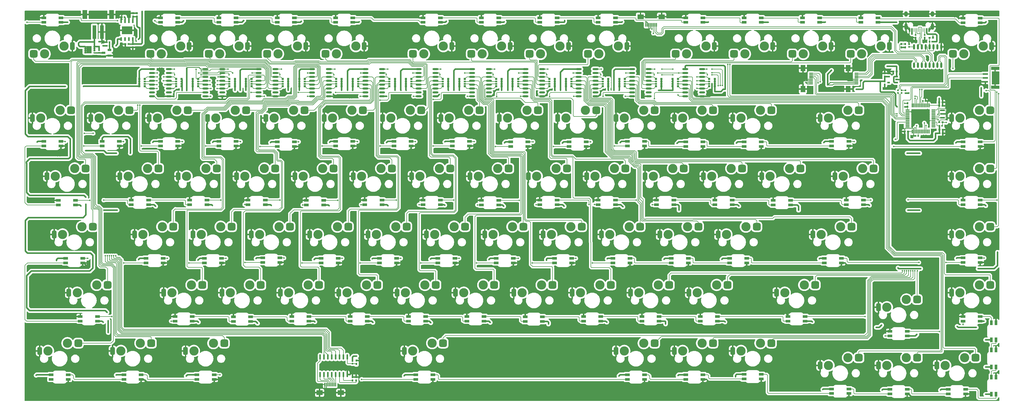
<source format=gbr>
%TF.GenerationSoftware,KiCad,Pcbnew,8.0.8*%
%TF.CreationDate,2025-06-28T21:49:14+08:00*%
%TF.ProjectId,KeyBoard,4b657942-6f61-4726-942e-6b696361645f,rev?*%
%TF.SameCoordinates,Original*%
%TF.FileFunction,Copper,L2,Bot*%
%TF.FilePolarity,Positive*%
%FSLAX46Y46*%
G04 Gerber Fmt 4.6, Leading zero omitted, Abs format (unit mm)*
G04 Created by KiCad (PCBNEW 8.0.8) date 2025-06-28 21:49:14*
%MOMM*%
%LPD*%
G01*
G04 APERTURE LIST*
G04 Aperture macros list*
%AMRoundRect*
0 Rectangle with rounded corners*
0 $1 Rounding radius*
0 $2 $3 $4 $5 $6 $7 $8 $9 X,Y pos of 4 corners*
0 Add a 4 corners polygon primitive as box body*
4,1,4,$2,$3,$4,$5,$6,$7,$8,$9,$2,$3,0*
0 Add four circle primitives for the rounded corners*
1,1,$1+$1,$2,$3*
1,1,$1+$1,$4,$5*
1,1,$1+$1,$6,$7*
1,1,$1+$1,$8,$9*
0 Add four rect primitives between the rounded corners*
20,1,$1+$1,$2,$3,$4,$5,0*
20,1,$1+$1,$4,$5,$6,$7,0*
20,1,$1+$1,$6,$7,$8,$9,0*
20,1,$1+$1,$8,$9,$2,$3,0*%
G04 Aperture macros list end*
%TA.AperFunction,SMDPad,CuDef*%
%ADD10R,1.500000X0.820000*%
%TD*%
%TA.AperFunction,SMDPad,CuDef*%
%ADD11R,1.300000X0.300000*%
%TD*%
%TA.AperFunction,SMDPad,CuDef*%
%ADD12R,1.600000X2.000000*%
%TD*%
%TA.AperFunction,SMDPad,CuDef*%
%ADD13RoundRect,0.381000X0.381000X0.869000X-0.381000X0.869000X-0.381000X-0.869000X0.381000X-0.869000X0*%
%TD*%
%TA.AperFunction,SMDPad,CuDef*%
%ADD14RoundRect,0.625000X0.650000X0.625000X-0.650000X0.625000X-0.650000X-0.625000X0.650000X-0.625000X0*%
%TD*%
%TA.AperFunction,ComponentPad*%
%ADD15C,0.012500*%
%TD*%
%TA.AperFunction,ComponentPad*%
%ADD16C,3.000000*%
%TD*%
%TA.AperFunction,SMDPad,CuDef*%
%ADD17R,0.600000X0.600000*%
%TD*%
%TA.AperFunction,SMDPad,CuDef*%
%ADD18O,1.971000X0.602000*%
%TD*%
%TA.AperFunction,SMDPad,CuDef*%
%ADD19RoundRect,0.381000X-0.381000X-0.869000X0.381000X-0.869000X0.381000X0.869000X-0.381000X0.869000X0*%
%TD*%
%TA.AperFunction,SMDPad,CuDef*%
%ADD20RoundRect,0.625000X-0.650000X-0.625000X0.650000X-0.625000X0.650000X0.625000X-0.650000X0.625000X0*%
%TD*%
%TA.AperFunction,SMDPad,CuDef*%
%ADD21R,0.800000X0.650000*%
%TD*%
%TA.AperFunction,SMDPad,CuDef*%
%ADD22R,0.800000X0.500000*%
%TD*%
%TA.AperFunction,SMDPad,CuDef*%
%ADD23R,0.540000X0.565500*%
%TD*%
%TA.AperFunction,SMDPad,CuDef*%
%ADD24R,0.790000X0.540000*%
%TD*%
%TA.AperFunction,SMDPad,CuDef*%
%ADD25R,0.540000X0.790000*%
%TD*%
%TA.AperFunction,SMDPad,CuDef*%
%ADD26R,0.820000X1.500000*%
%TD*%
%TA.AperFunction,SMDPad,CuDef*%
%ADD27O,0.560000X1.745000*%
%TD*%
%TA.AperFunction,SMDPad,CuDef*%
%ADD28R,0.565500X0.540000*%
%TD*%
%TA.AperFunction,SMDPad,CuDef*%
%ADD29R,1.250000X0.700000*%
%TD*%
%TA.AperFunction,SMDPad,CuDef*%
%ADD30R,0.700000X0.400000*%
%TD*%
%TA.AperFunction,SMDPad,CuDef*%
%ADD31R,1.800000X2.480000*%
%TD*%
%TA.AperFunction,SMDPad,CuDef*%
%ADD32R,1.200000X4.500000*%
%TD*%
%TA.AperFunction,SMDPad,CuDef*%
%ADD33R,1.600000X3.000000*%
%TD*%
%TA.AperFunction,SMDPad,CuDef*%
%ADD34O,0.599500X1.801000*%
%TD*%
%TA.AperFunction,SMDPad,CuDef*%
%ADD35R,1.700000X0.600000*%
%TD*%
%TA.AperFunction,SMDPad,CuDef*%
%ADD36R,2.800000X1.000000*%
%TD*%
%TA.AperFunction,SMDPad,CuDef*%
%ADD37O,1.500000X0.270000*%
%TD*%
%TA.AperFunction,SMDPad,CuDef*%
%ADD38O,0.270000X1.500000*%
%TD*%
%TA.AperFunction,SMDPad,CuDef*%
%ADD39R,1.500000X0.500000*%
%TD*%
%TA.AperFunction,SMDPad,CuDef*%
%ADD40R,0.899000X0.500500*%
%TD*%
%TA.AperFunction,SMDPad,CuDef*%
%ADD41R,0.300000X1.300000*%
%TD*%
%TA.AperFunction,SMDPad,CuDef*%
%ADD42R,2.000000X1.600000*%
%TD*%
%TA.AperFunction,SMDPad,CuDef*%
%ADD43R,0.600000X1.200000*%
%TD*%
%TA.AperFunction,SMDPad,CuDef*%
%ADD44R,3.500000X2.500000*%
%TD*%
%TA.AperFunction,ComponentPad*%
%ADD45O,1.199000X1.801000*%
%TD*%
%TA.AperFunction,ComponentPad*%
%ADD46O,1.100000X1.999000*%
%TD*%
%TA.AperFunction,SMDPad,CuDef*%
%ADD47R,0.500500X1.300500*%
%TD*%
%TA.AperFunction,SMDPad,CuDef*%
%ADD48R,0.279500X1.300500*%
%TD*%
%TA.AperFunction,ViaPad*%
%ADD49C,0.500000*%
%TD*%
%TA.AperFunction,Conductor*%
%ADD50C,0.508000*%
%TD*%
%TA.AperFunction,Conductor*%
%ADD51C,0.254000*%
%TD*%
%TA.AperFunction,Conductor*%
%ADD52C,0.177800*%
%TD*%
%TA.AperFunction,Conductor*%
%ADD53C,0.381000*%
%TD*%
%TA.AperFunction,Conductor*%
%ADD54C,0.200000*%
%TD*%
G04 APERTURE END LIST*
D10*
%TO.P,LED79,1,VDD*%
%TO.N,+5V*%
X435504300Y-122100280D03*
%TO.P,LED79,2,DOUT*%
%TO.N,Net-(LED79-DOUT)*%
X435504300Y-123600280D03*
%TO.P,LED79,3,GND*%
%TO.N,GND*%
X441104300Y-123600280D03*
%TO.P,LED79,4,DIN*%
%TO.N,Net-(LED78-DOUT)*%
X441104300Y-122100280D03*
%TD*%
D11*
%TO.P,FPC4,1,1*%
%TO.N,/Device/USB_3_DN*%
X579340000Y-23450000D03*
%TO.P,FPC4,2,2*%
%TO.N,/Device/USB_3_DP*%
X579338500Y-23948000D03*
%TO.P,FPC4,3,3*%
%TO.N,/Device/USB_4_DN*%
X579340000Y-24450000D03*
%TO.P,FPC4,4,4*%
%TO.N,/Device/USB_4_DP*%
X579340000Y-24950000D03*
%TO.P,FPC4,5,5*%
%TO.N,GND*%
X579340000Y-25450000D03*
%TO.P,FPC4,6,6*%
X579340000Y-25950000D03*
%TO.P,FPC4,7,7*%
%TO.N,+5V*%
X579340000Y-26450000D03*
%TO.P,FPC4,8,8*%
X579340000Y-26950000D03*
D12*
%TO.P,FPC4,9,9*%
%TO.N,GND*%
X576660000Y-28650000D03*
%TO.P,FPC4,10,10*%
X576660000Y-21750000D03*
%TD*%
D13*
%TO.P,KEY42,1,1*%
%TO.N,GND*%
X419871150Y-76209600D03*
D14*
%TO.P,KEY42,2,2*%
%TO.N,Net-(U6-D6)*%
X432495650Y-73669600D03*
D15*
%TO.P,KEY42,3*%
%TO.N,N/C*%
X426399650Y-78749600D03*
%TO.P,KEY42,4*%
X431479650Y-78749600D03*
%TO.P,KEY42,5*%
X421319650Y-78749600D03*
D16*
%TO.P,KEY42,6*%
X422589650Y-76209600D03*
%TO.P,KEY42,7*%
X428939650Y-73669600D03*
%TD*%
D17*
%TO.P,D1,1,A*%
%TO.N,GND*%
X332100000Y-13116000D03*
%TO.P,D1,2,K*%
%TO.N,+5V*%
X332100000Y-14716000D03*
%TD*%
D18*
%TO.P,U5,1,PL#*%
%TO.N,/KEY/PL*%
X459330168Y-22105000D03*
%TO.P,U5,2,CP*%
%TO.N,/KEY/SPI1_CLK*%
X459330168Y-23375000D03*
%TO.P,U5,3,D4*%
%TO.N,Net-(U5-D4)*%
X459330168Y-24645000D03*
%TO.P,U5,4,D5*%
%TO.N,Net-(U5-D5)*%
X459330168Y-25915000D03*
%TO.P,U5,5,D6*%
%TO.N,Net-(U5-D6)*%
X459330168Y-27185000D03*
%TO.P,U5,6,D7*%
%TO.N,Net-(U5-D7)*%
X459330168Y-28455000D03*
%TO.P,U5,7,Q7#*%
%TO.N,unconnected-(U5-Q7#-Pad7)*%
X459330168Y-29725000D03*
%TO.P,U5,8,GND*%
%TO.N,GND*%
X459330168Y-30995000D03*
%TO.P,U5,9,Q7*%
%TO.N,/KEY/DS2*%
X453859168Y-30995000D03*
%TO.P,U5,10,DS*%
%TO.N,Net-(U5-DS)*%
X453859168Y-29725000D03*
%TO.P,U5,11,D0*%
%TO.N,Net-(U5-D0)*%
X453859168Y-28455000D03*
%TO.P,U5,12,D1*%
%TO.N,Net-(U5-D1)*%
X453859168Y-27185000D03*
%TO.P,U5,13,D2*%
%TO.N,Net-(U5-D2)*%
X453859168Y-25915000D03*
%TO.P,U5,14,D3*%
%TO.N,Net-(U5-D3)*%
X453859168Y-24645000D03*
%TO.P,U5,15,CE#*%
%TO.N,/KEY/CE*%
X453859168Y-23375000D03*
%TO.P,U5,16,VCC*%
%TO.N,+3V3*%
X453859168Y-22105000D03*
%TD*%
D19*
%TO.P,KEY10,1,1*%
%TO.N,GND*%
X551990300Y-14614400D03*
D20*
%TO.P,KEY10,2,2*%
%TO.N,Net-(U2-D6)*%
X539365800Y-17154400D03*
D15*
%TO.P,KEY10,3*%
%TO.N,N/C*%
X545461800Y-12074400D03*
%TO.P,KEY10,4*%
X540381800Y-12074400D03*
%TO.P,KEY10,5*%
X550541800Y-12074400D03*
D16*
%TO.P,KEY10,6*%
X549271800Y-14614400D03*
%TO.P,KEY10,7*%
X542921800Y-17154400D03*
%TD*%
D13*
%TO.P,KEY3,1,1*%
%TO.N,GND*%
X610371150Y-38109600D03*
D14*
%TO.P,KEY3,2,2*%
%TO.N,Net-(U1-D5)*%
X622995650Y-35569600D03*
D15*
%TO.P,KEY3,3*%
%TO.N,N/C*%
X616899650Y-40649600D03*
%TO.P,KEY3,4*%
X621979650Y-40649600D03*
%TO.P,KEY3,5*%
X611819650Y-40649600D03*
D16*
%TO.P,KEY3,6*%
X613089650Y-38109600D03*
%TO.P,KEY3,7*%
X619439650Y-35569600D03*
%TD*%
D19*
%TO.P,KEY47,1,1*%
%TO.N,GND*%
X399590275Y-14614400D03*
D20*
%TO.P,KEY47,2,2*%
%TO.N,Net-(U6-D1)*%
X386965775Y-17154400D03*
D15*
%TO.P,KEY47,3*%
%TO.N,N/C*%
X393061775Y-12074400D03*
%TO.P,KEY47,4*%
X387981775Y-12074400D03*
%TO.P,KEY47,5*%
X398141775Y-12074400D03*
D16*
%TO.P,KEY47,6*%
X396871775Y-14614400D03*
%TO.P,KEY47,7*%
X390521775Y-17154400D03*
%TD*%
D21*
%TO.P,R15,1,1*%
%TO.N,Net-(U8-D7)*%
X409462334Y-27748491D03*
D22*
%TO.P,R15,2,2*%
%TO.N,Net-(U8-D6)*%
X409462334Y-26948491D03*
%TO.P,R15,3,3*%
%TO.N,Net-(U8-D5)*%
X409462334Y-26148491D03*
D21*
%TO.P,R15,4,4*%
%TO.N,Net-(U8-D4)*%
X409462334Y-25348491D03*
%TO.P,R15,5,5*%
%TO.N,+3V3*%
X411262334Y-25348491D03*
D22*
%TO.P,R15,6,6*%
X411262334Y-26148491D03*
%TO.P,R15,7,7*%
X411262334Y-26948491D03*
D21*
%TO.P,R15,8,8*%
X411262334Y-27748491D03*
%TD*%
%TO.P,R9,1,1*%
%TO.N,Net-(U5-D7)*%
X461694668Y-27749352D03*
D22*
%TO.P,R9,2,2*%
%TO.N,Net-(U5-D6)*%
X461694668Y-26949352D03*
%TO.P,R9,3,3*%
%TO.N,Net-(U5-D5)*%
X461694668Y-26149352D03*
D21*
%TO.P,R9,4,4*%
%TO.N,Net-(U5-D4)*%
X461694668Y-25349352D03*
%TO.P,R9,5,5*%
%TO.N,+3V3*%
X463494668Y-25349352D03*
D22*
%TO.P,R9,6,6*%
X463494668Y-26149352D03*
%TO.P,R9,7,7*%
X463494668Y-26949352D03*
D21*
%TO.P,R9,8,8*%
X463494668Y-27749352D03*
%TD*%
D13*
%TO.P,KEY77,1,1*%
%TO.N,GND*%
X586558150Y-100022300D03*
D14*
%TO.P,KEY77,2,2*%
%TO.N,Net-(U10-D3)*%
X599182650Y-97482300D03*
D15*
%TO.P,KEY77,3*%
%TO.N,N/C*%
X593086650Y-102562300D03*
%TO.P,KEY77,4*%
X598166650Y-102562300D03*
%TO.P,KEY77,5*%
X588006650Y-102562300D03*
D16*
%TO.P,KEY77,6*%
X589276650Y-100022300D03*
%TO.P,KEY77,7*%
X595626650Y-97482300D03*
%TD*%
D10*
%TO.P,LED54,1,VDD*%
%TO.N,+5V*%
X404549500Y-84000200D03*
%TO.P,LED54,2,DOUT*%
%TO.N,Net-(LED54-DOUT)*%
X404549500Y-85500200D03*
%TO.P,LED54,3,GND*%
%TO.N,GND*%
X410149500Y-85500200D03*
%TO.P,LED54,4,DIN*%
%TO.N,Net-(LED53-DOUT)*%
X410149500Y-84000200D03*
%TD*%
D18*
%TO.P,U3,1,PL#*%
%TO.N,/KEY/PL*%
X494151724Y-22105000D03*
%TO.P,U3,2,CP*%
%TO.N,/KEY/SPI1_CLK*%
X494151724Y-23375000D03*
%TO.P,U3,3,D4*%
%TO.N,Net-(U3-D4)*%
X494151724Y-24645000D03*
%TO.P,U3,4,D5*%
%TO.N,Net-(U3-D5)*%
X494151724Y-25915000D03*
%TO.P,U3,5,D6*%
%TO.N,Net-(U3-D6)*%
X494151724Y-27185000D03*
%TO.P,U3,6,D7*%
%TO.N,Net-(U3-D7)*%
X494151724Y-28455000D03*
%TO.P,U3,7,Q7#*%
%TO.N,unconnected-(U3-Q7#-Pad7)*%
X494151724Y-29725000D03*
%TO.P,U3,8,GND*%
%TO.N,GND*%
X494151724Y-30995000D03*
%TO.P,U3,9,Q7*%
%TO.N,Net-(U2-DS)*%
X488680724Y-30995000D03*
%TO.P,U3,10,DS*%
%TO.N,Net-(U3-DS)*%
X488680724Y-29725000D03*
%TO.P,U3,11,D0*%
%TO.N,Net-(U3-D0)*%
X488680724Y-28455000D03*
%TO.P,U3,12,D1*%
%TO.N,Net-(U3-D1)*%
X488680724Y-27185000D03*
%TO.P,U3,13,D2*%
%TO.N,Net-(U3-D2)*%
X488680724Y-25915000D03*
%TO.P,U3,14,D3*%
%TO.N,Net-(U3-D3)*%
X488680724Y-24645000D03*
%TO.P,U3,15,CE#*%
%TO.N,/KEY/CE*%
X488680724Y-23375000D03*
%TO.P,U3,16,VCC*%
%TO.N,+3V3*%
X488680724Y-22105000D03*
%TD*%
D13*
%TO.P,KEY76,1,1*%
%TO.N,GND*%
X505596150Y-95259800D03*
D14*
%TO.P,KEY76,2,2*%
%TO.N,Net-(U10-D4)*%
X518220650Y-92719800D03*
D15*
%TO.P,KEY76,3*%
%TO.N,N/C*%
X512124650Y-97799800D03*
%TO.P,KEY76,4*%
X517204650Y-97799800D03*
%TO.P,KEY76,5*%
X507044650Y-97799800D03*
D16*
%TO.P,KEY76,6*%
X508314650Y-95259800D03*
%TO.P,KEY76,7*%
X514664650Y-92719800D03*
%TD*%
D13*
%TO.P,KEY53,1,1*%
%TO.N,GND*%
X391295650Y-95259800D03*
D14*
%TO.P,KEY53,2,2*%
%TO.N,Net-(U7-D3)*%
X403920150Y-92719800D03*
D15*
%TO.P,KEY53,3*%
%TO.N,N/C*%
X397824150Y-97799800D03*
%TO.P,KEY53,4*%
X402904150Y-97799800D03*
%TO.P,KEY53,5*%
X392744150Y-97799800D03*
D16*
%TO.P,KEY53,6*%
X394014150Y-95259800D03*
%TO.P,KEY53,7*%
X400364150Y-92719800D03*
%TD*%
D10*
%TO.P,LED78,1,VDD*%
%TO.N,+5V*%
X504562300Y-122100280D03*
%TO.P,LED78,2,DOUT*%
%TO.N,Net-(LED78-DOUT)*%
X504562300Y-123600280D03*
%TO.P,LED78,3,GND*%
%TO.N,GND*%
X510162300Y-123600280D03*
%TO.P,LED78,4,DIN*%
%TO.N,Net-(LED77-DOUT)*%
X510162300Y-122100280D03*
%TD*%
D18*
%TO.P,U6,1,PL#*%
%TO.N,/KEY/PL*%
X441919390Y-22105000D03*
%TO.P,U6,2,CP*%
%TO.N,/KEY/SPI1_CLK*%
X441919390Y-23375000D03*
%TO.P,U6,3,D4*%
%TO.N,Net-(U6-D4)*%
X441919390Y-24645000D03*
%TO.P,U6,4,D5*%
%TO.N,Net-(U6-D5)*%
X441919390Y-25915000D03*
%TO.P,U6,5,D6*%
%TO.N,Net-(U6-D6)*%
X441919390Y-27185000D03*
%TO.P,U6,6,D7*%
%TO.N,Net-(U6-D7)*%
X441919390Y-28455000D03*
%TO.P,U6,7,Q7#*%
%TO.N,unconnected-(U6-Q7#-Pad7)*%
X441919390Y-29725000D03*
%TO.P,U6,8,GND*%
%TO.N,GND*%
X441919390Y-30995000D03*
%TO.P,U6,9,Q7*%
%TO.N,Net-(U5-DS)*%
X436448390Y-30995000D03*
%TO.P,U6,10,DS*%
%TO.N,Net-(U6-DS)*%
X436448390Y-29725000D03*
%TO.P,U6,11,D0*%
%TO.N,Net-(U6-D0)*%
X436448390Y-28455000D03*
%TO.P,U6,12,D1*%
%TO.N,Net-(U6-D1)*%
X436448390Y-27185000D03*
%TO.P,U6,13,D2*%
%TO.N,Net-(U6-D2)*%
X436448390Y-25915000D03*
%TO.P,U6,14,D3*%
%TO.N,Net-(U6-D3)*%
X436448390Y-24645000D03*
%TO.P,U6,15,CE#*%
%TO.N,/KEY/CE*%
X436448390Y-23375000D03*
%TO.P,U6,16,VCC*%
%TO.N,+3V3*%
X436448390Y-22105000D03*
%TD*%
D23*
%TO.P,R36,1,1*%
%TO.N,+5V*%
X332100000Y-15900000D03*
%TO.P,R36,2,2*%
%TO.N,Net-(Q1-G)*%
X332100000Y-16766000D03*
%TD*%
D24*
%TO.P,C16,1,1*%
%TO.N,Net-(U15-VCC)*%
X603229500Y-11916000D03*
%TO.P,C16,2,2*%
%TO.N,GND*%
X604319500Y-11916000D03*
%TD*%
D25*
%TO.P,C17,1,1*%
%TO.N,GND*%
X344475000Y-3810000D03*
%TO.P,C17,2,2*%
%TO.N,VBUS*%
X344475000Y-4900000D03*
%TD*%
D10*
%TO.P,LED64,1,VDD*%
%TO.N,+5V*%
X438724300Y-104550300D03*
%TO.P,LED64,2,DOUT*%
%TO.N,Net-(LED64-DOUT)*%
X438724300Y-103050300D03*
%TO.P,LED64,3,GND*%
%TO.N,GND*%
X433124300Y-103050300D03*
%TO.P,LED64,4,DIN*%
%TO.N,Net-(LED63-DOUT)*%
X433124300Y-104550300D03*
%TD*%
D24*
%TO.P,C11,1,1*%
%TO.N,+3V3*%
X606360000Y-34150000D03*
%TO.P,C11,2,2*%
%TO.N,GND*%
X607450000Y-34150000D03*
%TD*%
D13*
%TO.P,KEY61,1,1*%
%TO.N,GND*%
X353195650Y-95259800D03*
D14*
%TO.P,KEY61,2,2*%
%TO.N,Net-(U8-D3)*%
X365820150Y-92719800D03*
D15*
%TO.P,KEY61,3*%
%TO.N,N/C*%
X359724150Y-97799800D03*
%TO.P,KEY61,4*%
X364804150Y-97799800D03*
%TO.P,KEY61,5*%
X354644150Y-97799800D03*
D16*
%TO.P,KEY61,6*%
X355914150Y-95259800D03*
%TO.P,KEY61,7*%
X362264150Y-92719800D03*
%TD*%
D10*
%TO.P,LED30,1,VDD*%
%TO.N,+5V*%
X324424460Y-66565200D03*
%TO.P,LED30,2,DOUT*%
%TO.N,Net-(LED30-DOUT)*%
X324424460Y-65065200D03*
%TO.P,LED30,3,GND*%
%TO.N,GND*%
X318824460Y-65065200D03*
%TO.P,LED30,4,DIN*%
%TO.N,Net-(LED29-DOUT)*%
X318824460Y-66565200D03*
%TD*%
%TO.P,LED77,1,VDD*%
%TO.N,+5V*%
X523612300Y-122100280D03*
%TO.P,LED77,2,DOUT*%
%TO.N,Net-(LED77-DOUT)*%
X523612300Y-123600280D03*
%TO.P,LED77,3,GND*%
%TO.N,GND*%
X529212300Y-123600280D03*
%TO.P,LED77,4,DIN*%
%TO.N,Net-(LED76-DOUT)*%
X529212300Y-122100280D03*
%TD*%
D13*
%TO.P,KEY13,1,1*%
%TO.N,GND*%
X567508150Y-38109600D03*
D14*
%TO.P,KEY13,2,2*%
%TO.N,Net-(U2-D3)*%
X580132650Y-35569600D03*
D15*
%TO.P,KEY13,3*%
%TO.N,N/C*%
X574036650Y-40649600D03*
%TO.P,KEY13,4*%
X579116650Y-40649600D03*
%TO.P,KEY13,5*%
X568956650Y-40649600D03*
D16*
%TO.P,KEY13,6*%
X570226650Y-38109600D03*
%TO.P,KEY13,7*%
X576576650Y-35569600D03*
%TD*%
D21*
%TO.P,R22,1,1*%
%TO.N,Net-(U11-D3)*%
X347050000Y-25347625D03*
D22*
%TO.P,R22,2,2*%
%TO.N,Net-(U11-D2)*%
X347050000Y-26147625D03*
%TO.P,R22,3,3*%
%TO.N,Net-(U11-D1)*%
X347050000Y-26947625D03*
D21*
%TO.P,R22,4,4*%
%TO.N,Net-(U11-D0)*%
X347050000Y-27747625D03*
%TO.P,R22,5,5*%
%TO.N,+3V3*%
X345250000Y-27747625D03*
D22*
%TO.P,R22,6,6*%
X345250000Y-26947625D03*
%TO.P,R22,7,7*%
X345250000Y-26147625D03*
D21*
%TO.P,R22,8,8*%
X345250000Y-25347625D03*
%TD*%
D19*
%TO.P,KEY45,1,1*%
%TO.N,GND*%
X361490275Y-14614400D03*
D20*
%TO.P,KEY45,2,2*%
%TO.N,Net-(U6-D3)*%
X348865775Y-17154400D03*
D15*
%TO.P,KEY45,3*%
%TO.N,N/C*%
X354961775Y-12074400D03*
%TO.P,KEY45,4*%
X349881775Y-12074400D03*
%TO.P,KEY45,5*%
X360041775Y-12074400D03*
D16*
%TO.P,KEY45,6*%
X358771775Y-14614400D03*
%TO.P,KEY45,7*%
X352421775Y-17154400D03*
%TD*%
D10*
%TO.P,LED41,1,VDD*%
%TO.N,+5V*%
X538737300Y-66450200D03*
%TO.P,LED41,2,DOUT*%
%TO.N,Net-(LED41-DOUT)*%
X538737300Y-64950200D03*
%TO.P,LED41,3,GND*%
%TO.N,GND*%
X533137300Y-64950200D03*
%TO.P,LED41,4,DIN*%
%TO.N,Net-(LED40-DOUT)*%
X533137300Y-66450200D03*
%TD*%
%TO.P,LED20,1,VDD*%
%TO.N,+5V*%
X485512300Y-45900200D03*
%TO.P,LED20,2,DOUT*%
%TO.N,Net-(LED20-DOUT)*%
X485512300Y-47400200D03*
%TO.P,LED20,3,GND*%
%TO.N,GND*%
X491112300Y-47400200D03*
%TO.P,LED20,4,DIN*%
%TO.N,Net-(LED19-DOUT)*%
X491112300Y-45900200D03*
%TD*%
%TO.P,LED35,1,VDD*%
%TO.N,+5V*%
X424437300Y-66450200D03*
%TO.P,LED35,2,DOUT*%
%TO.N,Net-(LED35-DOUT)*%
X424437300Y-64950200D03*
%TO.P,LED35,3,GND*%
%TO.N,GND*%
X418837300Y-64950200D03*
%TO.P,LED35,4,DIN*%
%TO.N,Net-(LED34-DOUT)*%
X418837300Y-66450200D03*
%TD*%
D26*
%TO.P,LED83,1,VDD*%
%TO.N,+5V*%
X623400000Y-110700000D03*
%TO.P,LED83,2,DOUT*%
%TO.N,Net-(LED83-DOUT)*%
X624900000Y-110700000D03*
%TO.P,LED83,3,GND*%
%TO.N,GND*%
X624900000Y-105100000D03*
%TO.P,LED83,4,DIN*%
%TO.N,Net-(LED72-DOUT)*%
X623400000Y-105100000D03*
%TD*%
D13*
%TO.P,KEY35,1,1*%
%TO.N,GND*%
X467496150Y-95259800D03*
D14*
%TO.P,KEY35,2,2*%
%TO.N,Net-(U5-D5)*%
X480120650Y-92719800D03*
D15*
%TO.P,KEY35,3*%
%TO.N,N/C*%
X474024650Y-97799800D03*
%TO.P,KEY35,4*%
X479104650Y-97799800D03*
%TO.P,KEY35,5*%
X468944650Y-97799800D03*
D16*
%TO.P,KEY35,6*%
X470214650Y-95259800D03*
%TO.P,KEY35,7*%
X476564650Y-92719800D03*
%TD*%
D10*
%TO.P,LED53,1,VDD*%
%TO.N,+5V*%
X423599300Y-84000200D03*
%TO.P,LED53,2,DOUT*%
%TO.N,Net-(LED53-DOUT)*%
X423599300Y-85500200D03*
%TO.P,LED53,3,GND*%
%TO.N,GND*%
X429199300Y-85500200D03*
%TO.P,LED53,4,DIN*%
%TO.N,Net-(LED52-DOUT)*%
X429199300Y-84000200D03*
%TD*%
D25*
%TO.P,C15,1,1*%
%TO.N,GND*%
X595229500Y-15011000D03*
%TO.P,C15,2,2*%
%TO.N,Net-(U15-DCP)*%
X595229500Y-13921000D03*
%TD*%
D21*
%TO.P,R19,1,1*%
%TO.N,Net-(U10-D7)*%
X374640778Y-27747417D03*
D22*
%TO.P,R19,2,2*%
%TO.N,Net-(U10-D6)*%
X374640778Y-26947417D03*
%TO.P,R19,3,3*%
%TO.N,Net-(U10-D5)*%
X374640778Y-26147417D03*
D21*
%TO.P,R19,4,4*%
%TO.N,Net-(U10-D4)*%
X374640778Y-25347417D03*
%TO.P,R19,5,5*%
%TO.N,+3V3*%
X376440778Y-25347417D03*
D22*
%TO.P,R19,6,6*%
X376440778Y-26147417D03*
%TO.P,R19,7,7*%
X376440778Y-26947417D03*
D21*
%TO.P,R19,8,8*%
X376440778Y-27747417D03*
%TD*%
D23*
%TO.P,R26,1,1*%
%TO.N,/MCU/USB_D_P*%
X594100000Y-29950000D03*
%TO.P,R26,2,2*%
%TO.N,/Device/USB_1_DP*%
X594100000Y-29084000D03*
%TD*%
D19*
%TO.P,KEY4,1,1*%
%TO.N,GND*%
X623427575Y-14614400D03*
D20*
%TO.P,KEY4,2,2*%
%TO.N,Net-(U1-D4)*%
X610803075Y-17154400D03*
D15*
%TO.P,KEY4,3*%
%TO.N,N/C*%
X616899075Y-12074400D03*
%TO.P,KEY4,4*%
X611819075Y-12074400D03*
%TO.P,KEY4,5*%
X621979075Y-12074400D03*
D16*
%TO.P,KEY4,6*%
X620709075Y-14614400D03*
%TO.P,KEY4,7*%
X614359075Y-17154400D03*
%TD*%
D13*
%TO.P,KEY34,1,1*%
%TO.N,GND*%
X477021150Y-76209600D03*
D14*
%TO.P,KEY34,2,2*%
%TO.N,Net-(U5-D6)*%
X489645650Y-73669600D03*
D15*
%TO.P,KEY34,3*%
%TO.N,N/C*%
X483549650Y-78749600D03*
%TO.P,KEY34,4*%
X488629650Y-78749600D03*
%TO.P,KEY34,5*%
X478469650Y-78749600D03*
D16*
%TO.P,KEY34,6*%
X479739650Y-76209600D03*
%TO.P,KEY34,7*%
X486089650Y-73669600D03*
%TD*%
D19*
%TO.P,KEY28,1,1*%
%TO.N,GND*%
X504365300Y-14614400D03*
D20*
%TO.P,KEY28,2,2*%
%TO.N,Net-(U4-D4)*%
X491740800Y-17154400D03*
D15*
%TO.P,KEY28,3*%
%TO.N,N/C*%
X497836800Y-12074400D03*
%TO.P,KEY28,4*%
X492756800Y-12074400D03*
%TO.P,KEY28,5*%
X502916800Y-12074400D03*
D16*
%TO.P,KEY28,6*%
X501646800Y-14614400D03*
%TO.P,KEY28,7*%
X495296800Y-17154400D03*
%TD*%
D10*
%TO.P,LED10,1,VDD*%
%TO.N,+5V*%
X529212300Y-6825900D03*
%TO.P,LED10,2,DOUT*%
%TO.N,Net-(LED10-DOUT)*%
X529212300Y-5325900D03*
%TO.P,LED10,3,GND*%
%TO.N,GND*%
X523612300Y-5325900D03*
%TO.P,LED10,4,DIN*%
%TO.N,Net-(LED10-DIN)*%
X523612300Y-6825900D03*
%TD*%
D13*
%TO.P,KEY59,1,1*%
%TO.N,GND*%
X377008150Y-57159600D03*
D14*
%TO.P,KEY59,2,2*%
%TO.N,Net-(U8-D5)*%
X389632650Y-54619600D03*
D15*
%TO.P,KEY59,3*%
%TO.N,N/C*%
X383536650Y-59699600D03*
%TO.P,KEY59,4*%
X388616650Y-59699600D03*
%TO.P,KEY59,5*%
X378456650Y-59699600D03*
D16*
%TO.P,KEY59,6*%
X379726650Y-57159600D03*
%TO.P,KEY59,7*%
X386076650Y-54619600D03*
%TD*%
D13*
%TO.P,KEY64,1,1*%
%TO.N,GND*%
X348433150Y-38109600D03*
D14*
%TO.P,KEY64,2,2*%
%TO.N,Net-(U8-D0)*%
X361057650Y-35569600D03*
D15*
%TO.P,KEY64,3*%
%TO.N,N/C*%
X354961650Y-40649600D03*
%TO.P,KEY64,4*%
X360041650Y-40649600D03*
%TO.P,KEY64,5*%
X349881650Y-40649600D03*
D16*
%TO.P,KEY64,6*%
X351151650Y-38109600D03*
%TO.P,KEY64,7*%
X357501650Y-35569600D03*
%TD*%
D23*
%TO.P,R32,1,1*%
%TO.N,Net-(U15-REXT)*%
X596479500Y-14866000D03*
%TO.P,R32,2,2*%
%TO.N,GND*%
X596479500Y-14000000D03*
%TD*%
D21*
%TO.P,R16,1,1*%
%TO.N,Net-(U8-D3)*%
X399262334Y-25348341D03*
D22*
%TO.P,R16,2,2*%
%TO.N,Net-(U8-D2)*%
X399262334Y-26148341D03*
%TO.P,R16,3,3*%
%TO.N,Net-(U8-D1)*%
X399262334Y-26948341D03*
D21*
%TO.P,R16,4,4*%
%TO.N,Net-(U8-D0)*%
X399262334Y-27748341D03*
%TO.P,R16,5,5*%
%TO.N,+3V3*%
X397462334Y-27748341D03*
D22*
%TO.P,R16,6,6*%
X397462334Y-26948341D03*
%TO.P,R16,7,7*%
X397462334Y-26148341D03*
D21*
%TO.P,R16,8,8*%
X397462334Y-25348341D03*
%TD*%
D13*
%TO.P,KEY5,1,1*%
%TO.N,GND*%
X610371150Y-95259800D03*
D14*
%TO.P,KEY5,2,2*%
%TO.N,Net-(U1-D3)*%
X622995650Y-92719800D03*
D15*
%TO.P,KEY5,3*%
%TO.N,N/C*%
X616899650Y-97799800D03*
%TO.P,KEY5,4*%
X621979650Y-97799800D03*
%TO.P,KEY5,5*%
X611819650Y-97799800D03*
D16*
%TO.P,KEY5,6*%
X613089650Y-95259800D03*
%TO.P,KEY5,7*%
X619439650Y-92719800D03*
%TD*%
D13*
%TO.P,KEY73,1,1*%
%TO.N,GND*%
X431777150Y-114309780D03*
D14*
%TO.P,KEY73,2,2*%
%TO.N,Net-(U10-D7)*%
X444401650Y-111769780D03*
D15*
%TO.P,KEY73,3*%
%TO.N,N/C*%
X438305650Y-116849780D03*
%TO.P,KEY73,4*%
X443385650Y-116849780D03*
%TO.P,KEY73,5*%
X433225650Y-116849780D03*
D16*
%TO.P,KEY73,6*%
X434495650Y-114309780D03*
%TO.P,KEY73,7*%
X440845650Y-111769780D03*
%TD*%
D13*
%TO.P,KEY63,1,1*%
%TO.N,GND*%
X357958150Y-57159600D03*
D14*
%TO.P,KEY63,2,2*%
%TO.N,Net-(U8-D1)*%
X370582650Y-54619600D03*
D15*
%TO.P,KEY63,3*%
%TO.N,N/C*%
X364486650Y-59699600D03*
%TO.P,KEY63,4*%
X369566650Y-59699600D03*
%TO.P,KEY63,5*%
X359406650Y-59699600D03*
D16*
%TO.P,KEY63,6*%
X360676650Y-57159600D03*
%TO.P,KEY63,7*%
X367026650Y-54619600D03*
%TD*%
D10*
%TO.P,LED46,1,VDD*%
%TO.N,+5V*%
X568854300Y-84000200D03*
%TO.P,LED46,2,DOUT*%
%TO.N,Net-(LED46-DOUT)*%
X568854300Y-85500200D03*
%TO.P,LED46,3,GND*%
%TO.N,GND*%
X574454300Y-85500200D03*
%TO.P,LED46,4,DIN*%
%TO.N,Net-(LED45-DOUT)*%
X574454300Y-84000200D03*
%TD*%
%TO.P,LED59,1,VDD*%
%TO.N,+5V*%
X331568200Y-104550300D03*
%TO.P,LED59,2,DOUT*%
%TO.N,Net-(LED59-DOUT)*%
X331568200Y-103050300D03*
%TO.P,LED59,3,GND*%
%TO.N,GND*%
X325968200Y-103050300D03*
%TO.P,LED59,4,DIN*%
%TO.N,Net-(LED58-DOUT)*%
X325968200Y-104550300D03*
%TD*%
D13*
%TO.P,KEY29,1,1*%
%TO.N,GND*%
X481783150Y-38109600D03*
D14*
%TO.P,KEY29,2,2*%
%TO.N,Net-(U4-D3)*%
X494407650Y-35569600D03*
D15*
%TO.P,KEY29,3*%
%TO.N,N/C*%
X488311650Y-40649600D03*
%TO.P,KEY29,4*%
X493391650Y-40649600D03*
%TO.P,KEY29,5*%
X483231650Y-40649600D03*
D16*
%TO.P,KEY29,6*%
X484501650Y-38109600D03*
%TO.P,KEY29,7*%
X490851650Y-35569600D03*
%TD*%
D13*
%TO.P,KEY41,1,1*%
%TO.N,GND*%
X429396150Y-95259800D03*
D14*
%TO.P,KEY41,2,2*%
%TO.N,Net-(U6-D7)*%
X442020650Y-92719800D03*
D15*
%TO.P,KEY41,3*%
%TO.N,N/C*%
X435924650Y-97799800D03*
%TO.P,KEY41,4*%
X441004650Y-97799800D03*
%TO.P,KEY41,5*%
X430844650Y-97799800D03*
D16*
%TO.P,KEY41,6*%
X432114650Y-95259800D03*
%TO.P,KEY41,7*%
X438464650Y-92719800D03*
%TD*%
D13*
%TO.P,KEY49,1,1*%
%TO.N,GND*%
X410346150Y-95259800D03*
D14*
%TO.P,KEY49,2,2*%
%TO.N,Net-(U7-D7)*%
X422970650Y-92719800D03*
D15*
%TO.P,KEY49,3*%
%TO.N,N/C*%
X416874650Y-97799800D03*
%TO.P,KEY49,4*%
X421954650Y-97799800D03*
%TO.P,KEY49,5*%
X411794650Y-97799800D03*
D16*
%TO.P,KEY49,6*%
X413064650Y-95259800D03*
%TO.P,KEY49,7*%
X419414650Y-92719800D03*
%TD*%
D10*
%TO.P,LED71,1,VDD*%
%TO.N,+5V*%
X595887300Y-109426400D03*
%TO.P,LED71,2,DOUT*%
%TO.N,Net-(LED71-DOUT)*%
X595887300Y-107926400D03*
%TO.P,LED71,3,GND*%
%TO.N,GND*%
X590287300Y-107926400D03*
%TO.P,LED71,4,DIN*%
%TO.N,Net-(LED70-DOUT)*%
X590287300Y-109426400D03*
%TD*%
D27*
%TO.P,U12,1,GND*%
%TO.N,GND*%
X413113625Y-122045000D03*
%TO.P,U12,2,C1*%
%TO.N,Net-(U12-C1)*%
X411843625Y-122045000D03*
%TO.P,U12,3,CSEL*%
%TO.N,Net-(U12-CSEL)*%
X410573625Y-122045000D03*
%TO.P,U12,4,PAD0*%
%TO.N,Net-(U12-PAD0)*%
X409303625Y-122045000D03*
%TO.P,U12,5,PAD1*%
%TO.N,Net-(U12-PAD1)*%
X408033625Y-122045000D03*
%TO.P,U12,6,PAD2*%
%TO.N,Net-(U12-PAD2)*%
X406763625Y-122045000D03*
%TO.P,U12,7,PAD3*%
%TO.N,Net-(U12-PAD3)*%
X405493625Y-122045000D03*
%TO.P,U12,8,PAD4*%
%TO.N,Net-(U12-PAD4)*%
X404223625Y-122045000D03*
%TO.P,U12,9,PAD5*%
%TO.N,Net-(U12-PAD5)*%
X404223625Y-116300000D03*
%TO.P,U12,10,OUT5*%
%TO.N,Net-(U11-D0)*%
X405493625Y-116300000D03*
%TO.P,U12,11,OUT4*%
%TO.N,Net-(U11-D1)*%
X406763625Y-116300000D03*
%TO.P,U12,12,OUT3*%
%TO.N,Net-(U11-D2)*%
X408033625Y-116300000D03*
%TO.P,U12,13,OUT2*%
%TO.N,Net-(U11-D3)*%
X409303625Y-116300000D03*
%TO.P,U12,14,OUT1*%
%TO.N,Net-(U11-D4)*%
X410573625Y-116300000D03*
%TO.P,U12,15,OUT0*%
%TO.N,Net-(U11-D5)*%
X411843625Y-116300000D03*
%TO.P,U12,16,VDD*%
%TO.N,Net-(U12-VDD)*%
X413113625Y-116300000D03*
%TD*%
D18*
%TO.P,U4,1,PL#*%
%TO.N,/KEY/PL*%
X476740946Y-22105000D03*
%TO.P,U4,2,CP*%
%TO.N,/KEY/SPI1_CLK*%
X476740946Y-23375000D03*
%TO.P,U4,3,D4*%
%TO.N,Net-(U4-D4)*%
X476740946Y-24645000D03*
%TO.P,U4,4,D5*%
%TO.N,Net-(U4-D5)*%
X476740946Y-25915000D03*
%TO.P,U4,5,D6*%
%TO.N,Net-(U4-D6)*%
X476740946Y-27185000D03*
%TO.P,U4,6,D7*%
%TO.N,Net-(U4-D7)*%
X476740946Y-28455000D03*
%TO.P,U4,7,Q7#*%
%TO.N,unconnected-(U4-Q7#-Pad7)*%
X476740946Y-29725000D03*
%TO.P,U4,8,GND*%
%TO.N,GND*%
X476740946Y-30995000D03*
%TO.P,U4,9,Q7*%
%TO.N,Net-(U3-DS)*%
X471269946Y-30995000D03*
%TO.P,U4,10,DS*%
%TO.N,/KEY/DS2*%
X471269946Y-29725000D03*
%TO.P,U4,11,D0*%
%TO.N,Net-(U4-D0)*%
X471269946Y-28455000D03*
%TO.P,U4,12,D1*%
%TO.N,Net-(U4-D1)*%
X471269946Y-27185000D03*
%TO.P,U4,13,D2*%
%TO.N,Net-(U4-D2)*%
X471269946Y-25915000D03*
%TO.P,U4,14,D3*%
%TO.N,Net-(U4-D3)*%
X471269946Y-24645000D03*
%TO.P,U4,15,CE#*%
%TO.N,/KEY/CE*%
X471269946Y-23375000D03*
%TO.P,U4,16,VCC*%
%TO.N,+3V3*%
X471269946Y-22105000D03*
%TD*%
D10*
%TO.P,LED5,1,VDD*%
%TO.N,+5V*%
X414910600Y-6825900D03*
%TO.P,LED5,2,DOUT*%
%TO.N,Net-(LED5-DOUT)*%
X414910600Y-5325900D03*
%TO.P,LED5,3,GND*%
%TO.N,GND*%
X409310600Y-5325900D03*
%TO.P,LED5,4,DIN*%
%TO.N,Net-(LED4-DOUT)*%
X409310600Y-6825900D03*
%TD*%
D24*
%TO.P,C9,1,1*%
%TO.N,+3V3*%
X606400000Y-41900000D03*
%TO.P,C9,2,2*%
%TO.N,GND*%
X607490000Y-41900000D03*
%TD*%
D28*
%TO.P,R33,1,1*%
%TO.N,Net-(U15-VCC)*%
X603229500Y-13166000D03*
%TO.P,R33,2,2*%
%TO.N,VBUS*%
X604095500Y-13166000D03*
%TD*%
D10*
%TO.P,LED52,1,VDD*%
%TO.N,+5V*%
X442649300Y-84000200D03*
%TO.P,LED52,2,DOUT*%
%TO.N,Net-(LED52-DOUT)*%
X442649300Y-85500200D03*
%TO.P,LED52,3,GND*%
%TO.N,GND*%
X448249300Y-85500200D03*
%TO.P,LED52,4,DIN*%
%TO.N,Net-(LED51-DOUT)*%
X448249300Y-84000200D03*
%TD*%
D13*
%TO.P,KEY54,1,1*%
%TO.N,GND*%
X381770650Y-76209600D03*
D14*
%TO.P,KEY54,2,2*%
%TO.N,Net-(U7-D2)*%
X394395150Y-73669600D03*
D15*
%TO.P,KEY54,3*%
%TO.N,N/C*%
X388299150Y-78749600D03*
%TO.P,KEY54,4*%
X393379150Y-78749600D03*
%TO.P,KEY54,5*%
X383219150Y-78749600D03*
D16*
%TO.P,KEY54,6*%
X384489150Y-76209600D03*
%TO.P,KEY54,7*%
X390839150Y-73669600D03*
%TD*%
D13*
%TO.P,KEY2,1,1*%
%TO.N,GND*%
X610371150Y-57159600D03*
D14*
%TO.P,KEY2,2,2*%
%TO.N,Net-(U1-D6)*%
X622995650Y-54619600D03*
D15*
%TO.P,KEY2,3*%
%TO.N,N/C*%
X616899650Y-59699600D03*
%TO.P,KEY2,4*%
X621979650Y-59699600D03*
%TO.P,KEY2,5*%
X611819650Y-59699600D03*
D16*
%TO.P,KEY2,6*%
X613089650Y-57159600D03*
%TO.P,KEY2,7*%
X619439650Y-54619600D03*
%TD*%
D21*
%TO.P,R10,1,1*%
%TO.N,Net-(U5-D3)*%
X451494668Y-25349052D03*
D22*
%TO.P,R10,2,2*%
%TO.N,Net-(U5-D2)*%
X451494668Y-26149052D03*
%TO.P,R10,3,3*%
%TO.N,Net-(U5-D1)*%
X451494668Y-26949052D03*
D21*
%TO.P,R10,4,4*%
%TO.N,Net-(U5-D0)*%
X451494668Y-27749052D03*
%TO.P,R10,5,5*%
%TO.N,+3V3*%
X449694668Y-27749052D03*
D22*
%TO.P,R10,6,6*%
X449694668Y-26949052D03*
%TO.P,R10,7,7*%
X449694668Y-26149052D03*
D21*
%TO.P,R10,8,8*%
X449694668Y-25349052D03*
%TD*%
D13*
%TO.P,KEY24,1,1*%
%TO.N,GND*%
X496071150Y-76209600D03*
D14*
%TO.P,KEY24,2,2*%
%TO.N,Net-(U3-D0)*%
X508695650Y-73669600D03*
D15*
%TO.P,KEY24,3*%
%TO.N,N/C*%
X502599650Y-78749600D03*
%TO.P,KEY24,4*%
X507679650Y-78749600D03*
%TO.P,KEY24,5*%
X497519650Y-78749600D03*
D16*
%TO.P,KEY24,6*%
X498789650Y-76209600D03*
%TO.P,KEY24,7*%
X505139650Y-73669600D03*
%TD*%
D10*
%TO.P,LED57,1,VDD*%
%TO.N,+5V*%
X347399500Y-84000200D03*
%TO.P,LED57,2,DOUT*%
%TO.N,Net-(LED57-DOUT)*%
X347399500Y-85500200D03*
%TO.P,LED57,3,GND*%
%TO.N,GND*%
X352999500Y-85500200D03*
%TO.P,LED57,4,DIN*%
%TO.N,Net-(LED56-DOUT)*%
X352999500Y-84000200D03*
%TD*%
D23*
%TO.P,R25,1,1*%
%TO.N,/MCU/USB_D_N*%
X592900000Y-29933000D03*
%TO.P,R25,2,2*%
%TO.N,/Device/USB_1_DN*%
X592900000Y-29067000D03*
%TD*%
D13*
%TO.P,KEY69,1,1*%
%TO.N,GND*%
X360339450Y-114309780D03*
D14*
%TO.P,KEY69,2,2*%
%TO.N,Net-(U9-D3)*%
X372963950Y-111769780D03*
D15*
%TO.P,KEY69,3*%
%TO.N,N/C*%
X366867950Y-116849780D03*
%TO.P,KEY69,4*%
X371947950Y-116849780D03*
%TO.P,KEY69,5*%
X361787950Y-116849780D03*
D16*
%TO.P,KEY69,6*%
X363057950Y-114309780D03*
%TO.P,KEY69,7*%
X369407950Y-111769780D03*
%TD*%
D13*
%TO.P,KEY71,1,1*%
%TO.N,GND*%
X312714550Y-114309780D03*
D14*
%TO.P,KEY71,2,2*%
%TO.N,Net-(U9-D1)*%
X325339050Y-111769780D03*
D15*
%TO.P,KEY71,3*%
%TO.N,N/C*%
X319243050Y-116849780D03*
%TO.P,KEY71,4*%
X324323050Y-116849780D03*
%TO.P,KEY71,5*%
X314163050Y-116849780D03*
D16*
%TO.P,KEY71,6*%
X315433050Y-114309780D03*
%TO.P,KEY71,7*%
X321783050Y-111769780D03*
%TD*%
D29*
%TO.P,Q2,1,B*%
%TO.N,Net-(Q2-B)*%
X335515000Y-15838750D03*
%TO.P,Q2,2,E*%
%TO.N,GND*%
X335515000Y-17738750D03*
%TO.P,Q2,3,C*%
%TO.N,Net-(Q1-G)*%
X333515000Y-16788750D03*
%TD*%
D10*
%TO.P,LED33,1,VDD*%
%TO.N,+5V*%
X386337000Y-66450200D03*
%TO.P,LED33,2,DOUT*%
%TO.N,Net-(LED33-DOUT)*%
X386337000Y-64950200D03*
%TO.P,LED33,3,GND*%
%TO.N,GND*%
X380737000Y-64950200D03*
%TO.P,LED33,4,DIN*%
%TO.N,Net-(LED32-DOUT)*%
X380737000Y-66450200D03*
%TD*%
D11*
%TO.P,FPC3,1,1*%
%TO.N,/MCU/I2C1_SDA*%
X564540000Y-23450000D03*
%TO.P,FPC3,2,2*%
%TO.N,/MCU/I2C1_SCL*%
X564538500Y-23948000D03*
%TO.P,FPC3,3,3*%
%TO.N,/MCU/I2C2_SCL*%
X564540000Y-24450000D03*
%TO.P,FPC3,4,4*%
%TO.N,/MCU/I2C2_SDA*%
X564540000Y-24950000D03*
%TO.P,FPC3,5,5*%
%TO.N,GND*%
X564540000Y-25450000D03*
%TO.P,FPC3,6,6*%
X564540000Y-25950000D03*
%TO.P,FPC3,7,7*%
%TO.N,+5V*%
X564540000Y-26450000D03*
%TO.P,FPC3,8,8*%
X564540000Y-26950000D03*
D12*
%TO.P,FPC3,9,9*%
%TO.N,GND*%
X561860000Y-28650000D03*
%TO.P,FPC3,10,10*%
X561860000Y-21750000D03*
%TD*%
D13*
%TO.P,KEY1,1,1*%
%TO.N,GND*%
X610371150Y-76209600D03*
D14*
%TO.P,KEY1,2,2*%
%TO.N,Net-(U1-D7)*%
X622995650Y-73669600D03*
D15*
%TO.P,KEY1,3*%
%TO.N,N/C*%
X616899650Y-78749600D03*
%TO.P,KEY1,4*%
X621979650Y-78749600D03*
%TO.P,KEY1,5*%
X611819650Y-78749600D03*
D16*
%TO.P,KEY1,6*%
X613089650Y-76209600D03*
%TO.P,KEY1,7*%
X619439650Y-73669600D03*
%TD*%
D10*
%TO.P,LED36,1,VDD*%
%TO.N,+5V*%
X443487300Y-66450200D03*
%TO.P,LED36,2,DOUT*%
%TO.N,LED3*%
X443487300Y-64950200D03*
%TO.P,LED36,3,GND*%
%TO.N,GND*%
X437887300Y-64950200D03*
%TO.P,LED36,4,DIN*%
%TO.N,Net-(LED35-DOUT)*%
X437887300Y-66450200D03*
%TD*%
D30*
%TO.P,Q1,1,S*%
%TO.N,+5V*%
X330550000Y-14816000D03*
%TO.P,Q1,2,S*%
X330550000Y-15466000D03*
%TO.P,Q1,3,S*%
X330550000Y-16116000D03*
%TO.P,Q1,4,G*%
%TO.N,Net-(Q1-G)*%
X330550000Y-16766000D03*
%TO.P,Q1,5,D*%
%TO.N,+5V*%
X327580000Y-16766000D03*
%TO.P,Q1,6,D*%
X327580000Y-16116000D03*
%TO.P,Q1,7,D*%
X327580000Y-15466000D03*
%TO.P,Q1,8,D*%
X327580000Y-14816000D03*
D31*
X328780000Y-15791000D03*
%TD*%
D21*
%TO.P,R3,1,1*%
%TO.N,Net-(U2-D7)*%
X513887002Y-27749713D03*
D22*
%TO.P,R3,2,2*%
%TO.N,Net-(U2-D6)*%
X513887002Y-26949713D03*
%TO.P,R3,3,3*%
%TO.N,Net-(U2-D5)*%
X513887002Y-26149713D03*
D21*
%TO.P,R3,4,4*%
%TO.N,Net-(U2-D4)*%
X513887002Y-25349713D03*
%TO.P,R3,5,5*%
%TO.N,+3V3*%
X515687002Y-25349713D03*
D22*
%TO.P,R3,6,6*%
X515687002Y-26149713D03*
%TO.P,R3,7,7*%
X515687002Y-26949713D03*
D21*
%TO.P,R3,8,8*%
X515687002Y-27749713D03*
%TD*%
D13*
%TO.P,KEY81,1,1*%
%TO.N,GND*%
X338908150Y-57159600D03*
D14*
%TO.P,KEY81,2,2*%
%TO.N,Net-(U11-D7)*%
X351532650Y-54619600D03*
D15*
%TO.P,KEY81,3*%
%TO.N,N/C*%
X345436650Y-59699600D03*
%TO.P,KEY81,4*%
X350516650Y-59699600D03*
%TO.P,KEY81,5*%
X340356650Y-59699600D03*
D16*
%TO.P,KEY81,6*%
X341626650Y-57159600D03*
%TO.P,KEY81,7*%
X347976650Y-54619600D03*
%TD*%
D13*
%TO.P,KEY62,1,1*%
%TO.N,GND*%
X343670650Y-76209600D03*
D14*
%TO.P,KEY62,2,2*%
%TO.N,Net-(U8-D2)*%
X356295150Y-73669600D03*
D15*
%TO.P,KEY62,3*%
%TO.N,N/C*%
X350199150Y-78749600D03*
%TO.P,KEY62,4*%
X355279150Y-78749600D03*
%TO.P,KEY62,5*%
X345119150Y-78749600D03*
D16*
%TO.P,KEY62,6*%
X346389150Y-76209600D03*
%TO.P,KEY62,7*%
X352739150Y-73669600D03*
%TD*%
D26*
%TO.P,LED85,1,VDD*%
%TO.N,+5V*%
X623400000Y-128500000D03*
%TO.P,LED85,2,DOUT*%
%TO.N,LED6*%
X624900000Y-128500000D03*
%TO.P,LED85,3,GND*%
%TO.N,GND*%
X624900000Y-122900000D03*
%TO.P,LED85,4,DIN*%
%TO.N,Net-(LED84-DOUT)*%
X623400000Y-122900000D03*
%TD*%
D24*
%TO.P,C7,1,1*%
%TO.N,/MCU/NRST*%
X607440000Y-39500000D03*
%TO.P,C7,2,2*%
%TO.N,GND*%
X606350000Y-39500000D03*
%TD*%
D13*
%TO.P,KEY66,1,1*%
%TO.N,GND*%
X315095850Y-57159600D03*
D14*
%TO.P,KEY66,2,2*%
%TO.N,Net-(U9-D6)*%
X327720350Y-54619600D03*
D15*
%TO.P,KEY66,3*%
%TO.N,N/C*%
X321624350Y-59699600D03*
%TO.P,KEY66,4*%
X326704350Y-59699600D03*
%TO.P,KEY66,5*%
X316544350Y-59699600D03*
D16*
%TO.P,KEY66,6*%
X317814350Y-57159600D03*
%TO.P,KEY66,7*%
X324164350Y-54619600D03*
%TD*%
D32*
%TO.P,U16,1,1*%
%TO.N,+5V*%
X330550000Y-9975000D03*
%TO.P,U16,2,2*%
%TO.N,GND*%
X333050000Y-9975000D03*
D33*
%TO.P,U16,3,3*%
X336150000Y-4225000D03*
%TO.P,U16,4,4*%
X327450000Y-4225000D03*
%TD*%
D10*
%TO.P,LED21,1,VDD*%
%TO.N,+5V*%
X466462300Y-45900200D03*
%TO.P,LED21,2,DOUT*%
%TO.N,Net-(LED21-DOUT)*%
X466462300Y-47400200D03*
%TO.P,LED21,3,GND*%
%TO.N,GND*%
X472062300Y-47400200D03*
%TO.P,LED21,4,DIN*%
%TO.N,Net-(LED20-DOUT)*%
X472062300Y-45900200D03*
%TD*%
%TO.P,LED18,1,VDD*%
%TO.N,+5V*%
X523612300Y-45900200D03*
%TO.P,LED18,2,DOUT*%
%TO.N,Net-(LED18-DOUT)*%
X523612300Y-47400200D03*
%TO.P,LED18,3,GND*%
%TO.N,GND*%
X529212300Y-47400200D03*
%TO.P,LED18,4,DIN*%
%TO.N,Net-(LED17-DOUT)*%
X529212300Y-45900200D03*
%TD*%
%TO.P,LED11,1,VDD*%
%TO.N,+5V*%
X548262300Y-6825900D03*
%TO.P,LED11,2,DOUT*%
%TO.N,Net-(LED11-DOUT)*%
X548262300Y-5325900D03*
%TO.P,LED11,3,GND*%
%TO.N,GND*%
X542662300Y-5325900D03*
%TO.P,LED11,4,DIN*%
%TO.N,Net-(LED10-DOUT)*%
X542662300Y-6825900D03*
%TD*%
D13*
%TO.P,KEY15,1,1*%
%TO.N,GND*%
X519883150Y-38109600D03*
D14*
%TO.P,KEY15,2,2*%
%TO.N,Net-(U2-D1)*%
X532507650Y-35569600D03*
D15*
%TO.P,KEY15,3*%
%TO.N,N/C*%
X526411650Y-40649600D03*
%TO.P,KEY15,4*%
X531491650Y-40649600D03*
%TO.P,KEY15,5*%
X521331650Y-40649600D03*
D16*
%TO.P,KEY15,6*%
X522601650Y-38109600D03*
%TO.P,KEY15,7*%
X528951650Y-35569600D03*
%TD*%
D18*
%TO.P,U1,1,PL#*%
%TO.N,/KEY/PL*%
X528933280Y-22105000D03*
%TO.P,U1,2,CP*%
%TO.N,/KEY/SPI1_CLK*%
X528933280Y-23375000D03*
%TO.P,U1,3,D4*%
%TO.N,Net-(U1-D4)*%
X528933280Y-24645000D03*
%TO.P,U1,4,D5*%
%TO.N,Net-(U1-D5)*%
X528933280Y-25915000D03*
%TO.P,U1,5,D6*%
%TO.N,Net-(U1-D6)*%
X528933280Y-27185000D03*
%TO.P,U1,6,D7*%
%TO.N,Net-(U1-D7)*%
X528933280Y-28455000D03*
%TO.P,U1,7,Q7#*%
%TO.N,unconnected-(U1-Q7#-Pad7)*%
X528933280Y-29725000D03*
%TO.P,U1,8,GND*%
%TO.N,GND*%
X528933280Y-30995000D03*
%TO.P,U1,9,Q7*%
%TO.N,/KEY/SPI1_MISO*%
X523462280Y-30995000D03*
%TO.P,U1,10,DS*%
%TO.N,Net-(U1-DS)*%
X523462280Y-29725000D03*
%TO.P,U1,11,D0*%
%TO.N,Net-(U1-D0)*%
X523462280Y-28455000D03*
%TO.P,U1,12,D1*%
%TO.N,Net-(U1-D1)*%
X523462280Y-27185000D03*
%TO.P,U1,13,D2*%
%TO.N,Net-(U1-D2)*%
X523462280Y-25915000D03*
%TO.P,U1,14,D3*%
%TO.N,Net-(U1-D3)*%
X523462280Y-24645000D03*
%TO.P,U1,15,CE#*%
%TO.N,/KEY/CE*%
X523462280Y-23375000D03*
%TO.P,U1,16,VCC*%
%TO.N,+3V3*%
X523462280Y-22105000D03*
%TD*%
D13*
%TO.P,KEY30,1,1*%
%TO.N,GND*%
X491308150Y-57159600D03*
D14*
%TO.P,KEY30,2,2*%
%TO.N,Net-(U4-D2)*%
X503932650Y-54619600D03*
D15*
%TO.P,KEY30,3*%
%TO.N,N/C*%
X497836650Y-59699600D03*
%TO.P,KEY30,4*%
X502916650Y-59699600D03*
%TO.P,KEY30,5*%
X492756650Y-59699600D03*
D16*
%TO.P,KEY30,6*%
X494026650Y-57159600D03*
%TO.P,KEY30,7*%
X500376650Y-54619600D03*
%TD*%
D34*
%TO.P,U15,1,OUT_D-4*%
%TO.N,/Device/USB_1_DN*%
X607009500Y-20810000D03*
%TO.P,U15,2,OUT_D+4*%
%TO.N,/Device/USB_1_DP*%
X605739500Y-20810000D03*
%TO.P,U15,3,OUT_D-3*%
%TO.N,/Device/USB_2_DN*%
X604469500Y-20810000D03*
%TO.P,U15,4,OUT_D+3*%
%TO.N,/Device/USB_2_DP*%
X603199500Y-20810000D03*
%TO.P,U15,5,OUT_D-2*%
%TO.N,/Device/USB_3_DN*%
X601929500Y-20810000D03*
%TO.P,U15,6,OUT_D+2*%
%TO.N,/Device/USB_3_DP*%
X600659500Y-20810000D03*
%TO.P,U15,7,OUT_D-1*%
%TO.N,/Device/USB_4_DN*%
X599389500Y-20810000D03*
%TO.P,U15,8,OUT_D+1*%
%TO.N,/Device/USB_4_DP*%
X598119500Y-20810000D03*
%TO.P,U15,9,REXT*%
%TO.N,Net-(U15-REXT)*%
X598119500Y-14866000D03*
%TO.P,U15,10,IN_D-*%
%TO.N,/Device/USB_HUB_DN*%
X599389500Y-14866000D03*
%TO.P,U15,11,IN_D+*%
%TO.N,/Device/USB_HUB_DP*%
X600659500Y-14866000D03*
%TO.P,U15,12,DCP*%
%TO.N,Net-(U15-DCP)*%
X601929500Y-14866000D03*
%TO.P,U15,13,VCC*%
%TO.N,Net-(U15-VCC)*%
X603199500Y-14866000D03*
%TO.P,U15,14,V33*%
%TO.N,Net-(U15-DCP)*%
X604469500Y-14866000D03*
%TO.P,U15,15,NC*%
%TO.N,unconnected-(U15-NC-Pad15)*%
X605739500Y-14866000D03*
%TO.P,U15,16,GND*%
%TO.N,GND*%
X607009500Y-14866000D03*
%TD*%
D21*
%TO.P,R4,1,1*%
%TO.N,Net-(U2-D3)*%
X503707002Y-25349763D03*
D22*
%TO.P,R4,2,2*%
%TO.N,Net-(U2-D2)*%
X503707002Y-26149763D03*
%TO.P,R4,3,3*%
%TO.N,Net-(U2-D1)*%
X503707002Y-26949763D03*
D21*
%TO.P,R4,4,4*%
%TO.N,Net-(U2-D0)*%
X503707002Y-27749763D03*
%TO.P,R4,5,5*%
%TO.N,+3V3*%
X501907002Y-27749763D03*
D22*
%TO.P,R4,6,6*%
X501907002Y-26949763D03*
%TO.P,R4,7,7*%
X501907002Y-26149763D03*
D21*
%TO.P,R4,8,8*%
X501907002Y-25349763D03*
%TD*%
D25*
%TO.P,C6,1,1*%
%TO.N,+3V3*%
X588600000Y-26100000D03*
%TO.P,C6,2,2*%
%TO.N,GND*%
X588600000Y-27190000D03*
%TD*%
D21*
%TO.P,R5,1,1*%
%TO.N,Net-(U3-D7)*%
X496496224Y-27749426D03*
D22*
%TO.P,R5,2,2*%
%TO.N,Net-(U3-D6)*%
X496496224Y-26949426D03*
%TO.P,R5,3,3*%
%TO.N,Net-(U3-D5)*%
X496496224Y-26149426D03*
D21*
%TO.P,R5,4,4*%
%TO.N,Net-(U3-D4)*%
X496496224Y-25349426D03*
%TO.P,R5,5,5*%
%TO.N,+3V3*%
X498296224Y-25349426D03*
D22*
%TO.P,R5,6,6*%
X498296224Y-26149426D03*
%TO.P,R5,7,7*%
X498296224Y-26949426D03*
D21*
%TO.P,R5,8,8*%
X498296224Y-27749426D03*
%TD*%
D10*
%TO.P,LED63,1,VDD*%
%TO.N,+5V*%
X419674300Y-104550300D03*
%TO.P,LED63,2,DOUT*%
%TO.N,Net-(LED63-DOUT)*%
X419674300Y-103050300D03*
%TO.P,LED63,3,GND*%
%TO.N,GND*%
X414074300Y-103050300D03*
%TO.P,LED63,4,DIN*%
%TO.N,Net-(LED62-DOUT)*%
X414074300Y-104550300D03*
%TD*%
D21*
%TO.P,R21,1,1*%
%TO.N,Net-(U11-D7)*%
X357250000Y-27747625D03*
D22*
%TO.P,R21,2,2*%
%TO.N,Net-(U11-D6)*%
X357250000Y-26947625D03*
%TO.P,R21,3,3*%
%TO.N,Net-(U11-D5)*%
X357250000Y-26147625D03*
D21*
%TO.P,R21,4,4*%
%TO.N,Net-(U11-D4)*%
X357250000Y-25347625D03*
%TO.P,R21,5,5*%
%TO.N,+3V3*%
X359050000Y-25347625D03*
D22*
%TO.P,R21,6,6*%
X359050000Y-26147625D03*
%TO.P,R21,7,7*%
X359050000Y-26947625D03*
D21*
%TO.P,R21,8,8*%
X359050000Y-27747625D03*
%TD*%
D10*
%TO.P,LED42,1,VDD*%
%TO.N,+5V*%
X557787300Y-66565200D03*
%TO.P,LED42,2,DOUT*%
%TO.N,Net-(LED42-DOUT)*%
X557787300Y-65065200D03*
%TO.P,LED42,3,GND*%
%TO.N,GND*%
X552187300Y-65065200D03*
%TO.P,LED42,4,DIN*%
%TO.N,Net-(LED41-DOUT)*%
X552187300Y-66565200D03*
%TD*%
D19*
%TO.P,KEY9,1,1*%
%TO.N,GND*%
X532940575Y-14614400D03*
D20*
%TO.P,KEY9,2,2*%
%TO.N,Net-(U2-D7)*%
X520316075Y-17154400D03*
D15*
%TO.P,KEY9,3*%
%TO.N,N/C*%
X526412075Y-12074400D03*
%TO.P,KEY9,4*%
X521332075Y-12074400D03*
%TO.P,KEY9,5*%
X531492075Y-12074400D03*
D16*
%TO.P,KEY9,6*%
X530222075Y-14614400D03*
%TO.P,KEY9,7*%
X523872075Y-17154400D03*
%TD*%
D10*
%TO.P,LED17,1,VDD*%
%TO.N,+5V*%
X542662300Y-45900200D03*
%TO.P,LED17,2,DOUT*%
%TO.N,Net-(LED17-DOUT)*%
X542662300Y-47400200D03*
%TO.P,LED17,3,GND*%
%TO.N,GND*%
X548262300Y-47400200D03*
%TO.P,LED17,4,DIN*%
%TO.N,Net-(LED16-DOUT)*%
X548262300Y-45900200D03*
%TD*%
D21*
%TO.P,R18,1,1*%
%TO.N,Net-(U9-D3)*%
X381851556Y-25348104D03*
D22*
%TO.P,R18,2,2*%
%TO.N,Net-(U9-D2)*%
X381851556Y-26148104D03*
%TO.P,R18,3,3*%
%TO.N,Net-(U9-D1)*%
X381851556Y-26948104D03*
D21*
%TO.P,R18,4,4*%
%TO.N,Net-(U9-D0)*%
X381851556Y-27748104D03*
%TO.P,R18,5,5*%
%TO.N,+3V3*%
X380051556Y-27748104D03*
D22*
%TO.P,R18,6,6*%
X380051556Y-26948104D03*
%TO.P,R18,7,7*%
X380051556Y-26148104D03*
D21*
%TO.P,R18,8,8*%
X380051556Y-25348104D03*
%TD*%
D13*
%TO.P,KEY14,1,1*%
%TO.N,GND*%
X538933150Y-38109600D03*
D14*
%TO.P,KEY14,2,2*%
%TO.N,Net-(U2-D2)*%
X551557650Y-35569600D03*
D15*
%TO.P,KEY14,3*%
%TO.N,N/C*%
X545461650Y-40649600D03*
%TO.P,KEY14,4*%
X550541650Y-40649600D03*
%TO.P,KEY14,5*%
X540381650Y-40649600D03*
D16*
%TO.P,KEY14,6*%
X541651650Y-38109600D03*
%TO.P,KEY14,7*%
X548001650Y-35569600D03*
%TD*%
D10*
%TO.P,LED72,1,VDD*%
%TO.N,+5V*%
X619699300Y-104550300D03*
%TO.P,LED72,2,DOUT*%
%TO.N,Net-(LED72-DOUT)*%
X619699300Y-103050300D03*
%TO.P,LED72,3,GND*%
%TO.N,GND*%
X614099300Y-103050300D03*
%TO.P,LED72,4,DIN*%
%TO.N,Net-(LED71-DOUT)*%
X614099300Y-104550300D03*
%TD*%
%TO.P,LED48,1,VDD*%
%TO.N,+5V*%
X518849300Y-84000200D03*
%TO.P,LED48,2,DOUT*%
%TO.N,LED4*%
X518849300Y-85500200D03*
%TO.P,LED48,3,GND*%
%TO.N,GND*%
X524449300Y-85500200D03*
%TO.P,LED48,4,DIN*%
%TO.N,Net-(LED47-DOUT)*%
X524449300Y-84000200D03*
%TD*%
%TO.P,LED75,1,VDD*%
%TO.N,+5V*%
X571237300Y-126746410D03*
%TO.P,LED75,2,DOUT*%
%TO.N,Net-(LED75-DOUT)*%
X571237300Y-128246410D03*
%TO.P,LED75,3,GND*%
%TO.N,GND*%
X576837300Y-128246410D03*
%TO.P,LED75,4,DIN*%
%TO.N,Net-(LED74-DOUT)*%
X576837300Y-126746410D03*
%TD*%
%TO.P,LED26,1,VDD*%
%TO.N,+5V*%
X371212000Y-45785200D03*
%TO.P,LED26,2,DOUT*%
%TO.N,Net-(LED26-DOUT)*%
X371212000Y-47285200D03*
%TO.P,LED26,3,GND*%
%TO.N,GND*%
X376812000Y-47285200D03*
%TO.P,LED26,4,DIN*%
%TO.N,Net-(LED25-DOUT)*%
X376812000Y-45785200D03*
%TD*%
%TO.P,LED43,1,VDD*%
%TO.N,+5V*%
X581599300Y-66450200D03*
%TO.P,LED43,2,DOUT*%
%TO.N,Net-(LED43-DOUT)*%
X581599300Y-64950200D03*
%TO.P,LED43,3,GND*%
%TO.N,GND*%
X575999300Y-64950200D03*
%TO.P,LED43,4,DIN*%
%TO.N,Net-(LED42-DOUT)*%
X575999300Y-66450200D03*
%TD*%
D21*
%TO.P,R20,1,1*%
%TO.N,Net-(U10-D3)*%
X364460778Y-25347867D03*
D22*
%TO.P,R20,2,2*%
%TO.N,Net-(U10-D2)*%
X364460778Y-26147867D03*
%TO.P,R20,3,3*%
%TO.N,Net-(U10-D1)*%
X364460778Y-26947867D03*
D21*
%TO.P,R20,4,4*%
%TO.N,Net-(U10-D0)*%
X364460778Y-27747867D03*
%TO.P,R20,5,5*%
%TO.N,+3V3*%
X362660778Y-27747867D03*
D22*
%TO.P,R20,6,6*%
X362660778Y-26947867D03*
%TO.P,R20,7,7*%
X362660778Y-26147867D03*
D21*
%TO.P,R20,8,8*%
X362660778Y-25347867D03*
%TD*%
D13*
%TO.P,KEY72,1,1*%
%TO.N,GND*%
X322239550Y-95259800D03*
D14*
%TO.P,KEY72,2,2*%
%TO.N,Net-(U9-D0)*%
X334864050Y-92719800D03*
D15*
%TO.P,KEY72,3*%
%TO.N,N/C*%
X328768050Y-97799800D03*
%TO.P,KEY72,4*%
X333848050Y-97799800D03*
%TO.P,KEY72,5*%
X323688050Y-97799800D03*
D16*
%TO.P,KEY72,6*%
X324958050Y-95259800D03*
%TO.P,KEY72,7*%
X331308050Y-92719800D03*
%TD*%
D10*
%TO.P,LED16,1,VDD*%
%TO.N,+5V*%
X571237300Y-45785200D03*
%TO.P,LED16,2,DOUT*%
%TO.N,Net-(LED16-DOUT)*%
X571237300Y-47285200D03*
%TO.P,LED16,3,GND*%
%TO.N,GND*%
X576837300Y-47285200D03*
%TO.P,LED16,4,DIN*%
%TO.N,Net-(LED15-DOUT)*%
X576837300Y-45785200D03*
%TD*%
D13*
%TO.P,KEY38,1,1*%
%TO.N,GND*%
X438921150Y-76209600D03*
D14*
%TO.P,KEY38,2,2*%
%TO.N,Net-(U5-D2)*%
X451545650Y-73669600D03*
D15*
%TO.P,KEY38,3*%
%TO.N,N/C*%
X445449650Y-78749600D03*
%TO.P,KEY38,4*%
X450529650Y-78749600D03*
%TO.P,KEY38,5*%
X440369650Y-78749600D03*
D16*
%TO.P,KEY38,6*%
X441639650Y-76209600D03*
%TO.P,KEY38,7*%
X447989650Y-73669600D03*
%TD*%
D13*
%TO.P,KEY36,1,1*%
%TO.N,GND*%
X457971150Y-76209600D03*
D14*
%TO.P,KEY36,2,2*%
%TO.N,Net-(U5-D4)*%
X470595650Y-73669600D03*
D15*
%TO.P,KEY36,3*%
%TO.N,N/C*%
X464499650Y-78749600D03*
%TO.P,KEY36,4*%
X469579650Y-78749600D03*
%TO.P,KEY36,5*%
X459419650Y-78749600D03*
D16*
%TO.P,KEY36,6*%
X460689650Y-76209600D03*
%TO.P,KEY36,7*%
X467039650Y-73669600D03*
%TD*%
D23*
%TO.P,R23,1,1*%
%TO.N,+3V3*%
X414823625Y-117588000D03*
%TO.P,R23,2,2*%
%TO.N,Net-(U12-VDD)*%
X414823625Y-118454000D03*
%TD*%
D13*
%TO.P,KEY57,1,1*%
%TO.N,GND*%
X372245650Y-95259800D03*
D14*
%TO.P,KEY57,2,2*%
%TO.N,Net-(U8-D7)*%
X384870150Y-92719800D03*
D15*
%TO.P,KEY57,3*%
%TO.N,N/C*%
X378774150Y-97799800D03*
%TO.P,KEY57,4*%
X383854150Y-97799800D03*
%TO.P,KEY57,5*%
X373694150Y-97799800D03*
D16*
%TO.P,KEY57,6*%
X374964150Y-95259800D03*
%TO.P,KEY57,7*%
X381314150Y-92719800D03*
%TD*%
D21*
%TO.P,R2,1,1*%
%TO.N,Net-(U1-D3)*%
X521097780Y-25350000D03*
D22*
%TO.P,R2,2,2*%
%TO.N,Net-(U1-D2)*%
X521097780Y-26150000D03*
%TO.P,R2,3,3*%
%TO.N,Net-(U1-D1)*%
X521097780Y-26950000D03*
D21*
%TO.P,R2,4,4*%
%TO.N,Net-(U1-D0)*%
X521097780Y-27750000D03*
%TO.P,R2,5,5*%
%TO.N,+3V3*%
X519297780Y-27750000D03*
D22*
%TO.P,R2,6,6*%
X519297780Y-26950000D03*
%TO.P,R2,7,7*%
X519297780Y-26150000D03*
D21*
%TO.P,R2,8,8*%
X519297780Y-25350000D03*
%TD*%
D10*
%TO.P,LED65,1,VDD*%
%TO.N,+5V*%
X457774300Y-104550300D03*
%TO.P,LED65,2,DOUT*%
%TO.N,Net-(LED65-DOUT)*%
X457774300Y-103050300D03*
%TO.P,LED65,3,GND*%
%TO.N,GND*%
X452174300Y-103050300D03*
%TO.P,LED65,4,DIN*%
%TO.N,Net-(LED64-DOUT)*%
X452174300Y-104550300D03*
%TD*%
D24*
%TO.P,C20,1,1*%
%TO.N,+5V*%
X341770000Y-13950000D03*
%TO.P,C20,2,2*%
%TO.N,GND*%
X340680000Y-13950000D03*
%TD*%
D23*
%TO.P,R27,1,1*%
%TO.N,/Device/USB_1_DP*%
X595300000Y-29100000D03*
%TO.P,R27,2,2*%
%TO.N,+3V3*%
X595300000Y-29966000D03*
%TD*%
D10*
%TO.P,LED14,1,VDD*%
%TO.N,+5V*%
X619699300Y-6940900D03*
%TO.P,LED14,2,DOUT*%
%TO.N,Net-(LED14-DOUT)*%
X619699300Y-5440900D03*
%TO.P,LED14,3,GND*%
%TO.N,GND*%
X614099300Y-5440900D03*
%TO.P,LED14,4,DIN*%
%TO.N,Net-(LED13-DOUT)*%
X614099300Y-6940900D03*
%TD*%
D25*
%TO.P,C2,1,1*%
%TO.N,GND*%
X416023625Y-122864000D03*
%TO.P,C2,2,2*%
%TO.N,Net-(U12-CSEL)*%
X416023625Y-123954000D03*
%TD*%
D10*
%TO.P,LED66,1,VDD*%
%TO.N,+5V*%
X476824300Y-104665300D03*
%TO.P,LED66,2,DOUT*%
%TO.N,Net-(LED66-DOUT)*%
X476824300Y-103165300D03*
%TO.P,LED66,3,GND*%
%TO.N,GND*%
X471224300Y-103165300D03*
%TO.P,LED66,4,DIN*%
%TO.N,Net-(LED65-DOUT)*%
X471224300Y-104665300D03*
%TD*%
D13*
%TO.P,KEY60,1,1*%
%TO.N,GND*%
X367483150Y-38109600D03*
D14*
%TO.P,KEY60,2,2*%
%TO.N,Net-(U8-D4)*%
X380107650Y-35569600D03*
D15*
%TO.P,KEY60,3*%
%TO.N,N/C*%
X374011650Y-40649600D03*
%TO.P,KEY60,4*%
X379091650Y-40649600D03*
%TO.P,KEY60,5*%
X368931650Y-40649600D03*
D16*
%TO.P,KEY60,6*%
X370201650Y-38109600D03*
%TO.P,KEY60,7*%
X376551650Y-35569600D03*
%TD*%
D13*
%TO.P,KEY16,1,1*%
%TO.N,GND*%
X500833150Y-38109600D03*
D14*
%TO.P,KEY16,2,2*%
%TO.N,Net-(U2-D0)*%
X513457650Y-35569600D03*
D15*
%TO.P,KEY16,3*%
%TO.N,N/C*%
X507361650Y-40649600D03*
%TO.P,KEY16,4*%
X512441650Y-40649600D03*
%TO.P,KEY16,5*%
X502281650Y-40649600D03*
D16*
%TO.P,KEY16,6*%
X503551650Y-38109600D03*
%TO.P,KEY16,7*%
X509901650Y-35569600D03*
%TD*%
D25*
%TO.P,C1,1,1*%
%TO.N,Net-(U12-C1)*%
X414823625Y-123944000D03*
%TO.P,C1,2,2*%
%TO.N,GND*%
X414823625Y-122854000D03*
%TD*%
D13*
%TO.P,KEY82,1,1*%
%TO.N,GND*%
X329383025Y-38109600D03*
D14*
%TO.P,KEY82,2,2*%
%TO.N,Net-(U11-D6)*%
X342007525Y-35569600D03*
D15*
%TO.P,KEY82,3*%
%TO.N,N/C*%
X335911525Y-40649600D03*
%TO.P,KEY82,4*%
X340991525Y-40649600D03*
%TO.P,KEY82,5*%
X330831525Y-40649600D03*
D16*
%TO.P,KEY82,6*%
X332101525Y-38109600D03*
%TO.P,KEY82,7*%
X338451525Y-35569600D03*
%TD*%
D13*
%TO.P,KEY20,1,1*%
%TO.N,GND*%
X510358150Y-57159600D03*
D14*
%TO.P,KEY20,2,2*%
%TO.N,Net-(U3-D4)*%
X522982650Y-54619600D03*
D15*
%TO.P,KEY20,3*%
%TO.N,N/C*%
X516886650Y-59699600D03*
%TO.P,KEY20,4*%
X521966650Y-59699600D03*
%TO.P,KEY20,5*%
X511806650Y-59699600D03*
D16*
%TO.P,KEY20,6*%
X513076650Y-57159600D03*
%TO.P,KEY20,7*%
X519426650Y-54619600D03*
%TD*%
D25*
%TO.P,C3,1,1*%
%TO.N,GND*%
X416073625Y-117464000D03*
%TO.P,C3,2,2*%
%TO.N,Net-(U12-VDD)*%
X416073625Y-118554000D03*
%TD*%
D35*
%TO.P,CN1,1,1*%
%TO.N,/MCU/SWDIO*%
X621438000Y-23736500D03*
%TO.P,CN1,2,2*%
%TO.N,/MCU/SWCLK*%
X621438000Y-24986500D03*
%TO.P,CN1,3,3*%
%TO.N,GND*%
X621438000Y-26236500D03*
D36*
%TO.P,CN1,4,4*%
X624588000Y-28086500D03*
%TO.P,CN1,5,5*%
X624588000Y-21886500D03*
%TD*%
D13*
%TO.P,KEY40,1,1*%
%TO.N,GND*%
X443683150Y-38109600D03*
D14*
%TO.P,KEY40,2,2*%
%TO.N,Net-(U5-D0)*%
X456307650Y-35569600D03*
D15*
%TO.P,KEY40,3*%
%TO.N,N/C*%
X450211650Y-40649600D03*
%TO.P,KEY40,4*%
X455291650Y-40649600D03*
%TO.P,KEY40,5*%
X445131650Y-40649600D03*
D16*
%TO.P,KEY40,6*%
X446401650Y-38109600D03*
%TO.P,KEY40,7*%
X452751650Y-35569600D03*
%TD*%
D10*
%TO.P,LED76,1,VDD*%
%TO.N,+5V*%
X542662300Y-121985280D03*
%TO.P,LED76,2,DOUT*%
%TO.N,Net-(LED76-DOUT)*%
X542662300Y-123485280D03*
%TO.P,LED76,3,GND*%
%TO.N,GND*%
X548262300Y-123485280D03*
%TO.P,LED76,4,DIN*%
%TO.N,Net-(LED75-DOUT)*%
X548262300Y-121985280D03*
%TD*%
D25*
%TO.P,C18,1,1*%
%TO.N,VBUS*%
X343175000Y-4900000D03*
%TO.P,C18,2,2*%
%TO.N,GND*%
X343175000Y-3810000D03*
%TD*%
D10*
%TO.P,LED45,1,VDD*%
%TO.N,+5V*%
X614099300Y-83885200D03*
%TO.P,LED45,2,DOUT*%
%TO.N,Net-(LED45-DOUT)*%
X614099300Y-85385200D03*
%TO.P,LED45,3,GND*%
%TO.N,GND*%
X619699300Y-85385200D03*
%TO.P,LED45,4,DIN*%
%TO.N,Net-(LED44-DOUT)*%
X619699300Y-83885200D03*
%TD*%
%TO.P,LED6,1,VDD*%
%TO.N,+5V*%
X443487300Y-6825900D03*
%TO.P,LED6,2,DOUT*%
%TO.N,Net-(LED6-DOUT)*%
X443487300Y-5325900D03*
%TO.P,LED6,3,GND*%
%TO.N,GND*%
X437887300Y-5325900D03*
%TO.P,LED6,4,DIN*%
%TO.N,Net-(LED5-DOUT)*%
X437887300Y-6825900D03*
%TD*%
D13*
%TO.P,KEY78,1,1*%
%TO.N,GND*%
X538933150Y-114309780D03*
D14*
%TO.P,KEY78,2,2*%
%TO.N,Net-(U10-D2)*%
X551557650Y-111769780D03*
D15*
%TO.P,KEY78,3*%
%TO.N,N/C*%
X545461650Y-116849780D03*
%TO.P,KEY78,4*%
X550541650Y-116849780D03*
%TO.P,KEY78,5*%
X540381650Y-116849780D03*
D16*
%TO.P,KEY78,6*%
X541651650Y-114309780D03*
%TO.P,KEY78,7*%
X548001650Y-111769780D03*
%TD*%
D37*
%TO.P,U13,1,VBAT*%
%TO.N,+3V3*%
X604500000Y-35500000D03*
%TO.P,U13,2,PC13-TAMPER-RTC*%
%TO.N,unconnected-(U13-PC13-TAMPER-RTC-Pad2)*%
X604500000Y-36000000D03*
%TO.P,U13,3,PC14-OSC32_IN*%
%TO.N,unconnected-(U13-PC14-OSC32_IN-Pad3)*%
X604500000Y-36500000D03*
%TO.P,U13,4,PC15-OSC32_OUT*%
%TO.N,unconnected-(U13-PC15-OSC32_OUT-Pad4)*%
X604500000Y-37000000D03*
%TO.P,U13,5,PD0-OSC_IN*%
%TO.N,/MCU/OSC_IN*%
X604500000Y-37500000D03*
%TO.P,U13,6,PD1-OSC_OUT*%
%TO.N,/MCU/OSC_OUT*%
X604500000Y-38000000D03*
%TO.P,U13,7,NRST*%
%TO.N,/MCU/NRST*%
X604500000Y-38500000D03*
%TO.P,U13,8,VSS_A*%
%TO.N,GND*%
X604500000Y-39000000D03*
%TO.P,U13,9,VDD_A*%
%TO.N,+3V3*%
X604500000Y-39500000D03*
%TO.P,U13,10,PA0_WKUPUSART2_CTSADC12_IN0TIM2_CH1_ETR*%
%TO.N,unconnected-(U13-PA0_WKUPUSART2_CTSADC12_IN0TIM2_CH1_ETR-Pad10)*%
X604500000Y-40000000D03*
%TO.P,U13,11,PA1USART2_RTSADC12_IN1TIM2_CH2*%
%TO.N,unconnected-(U13-PA1USART2_RTSADC12_IN1TIM2_CH2-Pad11)*%
X604500000Y-40500000D03*
%TO.P,U13,12,PA2USART2_TXADC12_IN2TIM2_CH3*%
%TO.N,unconnected-(U13-PA2USART2_TXADC12_IN2TIM2_CH3-Pad12)*%
X604500000Y-41000000D03*
D38*
%TO.P,U13,13,PA3USART2_RXADC12_IN3TIM2_CH4*%
%TO.N,unconnected-(U13-PA3USART2_RXADC12_IN3TIM2_CH4-Pad13)*%
X603000000Y-42500000D03*
%TO.P,U13,14,PA4SPI1_NSSUSART2_CKADC12_IN4*%
%TO.N,unconnected-(U13-PA4SPI1_NSSUSART2_CKADC12_IN4-Pad14)*%
X602500000Y-42500000D03*
%TO.P,U13,15,PA5SPI1_SCKADC12_IN5*%
%TO.N,/KEY/SPI1_CLK*%
X602000000Y-42500000D03*
%TO.P,U13,16,PA6SPI1_MISOADC12_IN6TIM3_CH1*%
%TO.N,/KEY/SPI1_MISO*%
X601500000Y-42500000D03*
%TO.P,U13,17,PA7SPI1_MOSIADC12_IN7TIM3_CH2*%
%TO.N,unconnected-(U13-PA7SPI1_MOSIADC12_IN7TIM3_CH2-Pad17)*%
X601000000Y-42500000D03*
%TO.P,U13,18,PB0ADC12_IN8TIM3_CH3*%
%TO.N,unconnected-(U13-PB0ADC12_IN8TIM3_CH3-Pad18)*%
X600500000Y-42500000D03*
%TO.P,U13,19,PB1ADC12_IN9TIM3_CH4*%
%TO.N,unconnected-(U13-PB1ADC12_IN9TIM3_CH4-Pad19)*%
X600000000Y-42500000D03*
%TO.P,U13,20,PB2BOOT1*%
%TO.N,Net-(U13-PB2BOOT1)*%
X599500000Y-42500000D03*
%TO.P,U13,21,PB10I2C2_SCLUSART3_TX*%
%TO.N,/MCU/I2C2_SCL*%
X599000000Y-42500000D03*
%TO.P,U13,22,PB11I2C2_SDAUSART3_RX-*%
%TO.N,/MCU/I2C2_SDA*%
X598500000Y-42500000D03*
%TO.P,U13,23,VSS_1*%
%TO.N,GND*%
X598000000Y-42500000D03*
%TO.P,U13,24,VDD_1*%
%TO.N,+3V3*%
X597500000Y-42500000D03*
D37*
%TO.P,U13,25,PB12SPI2_NSSI2C2_SMBAUSART3_CKTIM1_BKIN*%
%TO.N,unconnected-(U13-PB12SPI2_NSSI2C2_SMBAUSART3_CKTIM1_BKIN-Pad25)*%
X596000000Y-41000000D03*
%TO.P,U13,26,PB13SPI2_SCKUSART3_CTSTIM1_CH1N*%
%TO.N,/MCU/SPI2_SCK*%
X596000000Y-40500000D03*
%TO.P,U13,27,PB14SPI2_MISOUSART3_RTSTIM1_CH2N*%
%TO.N,unconnected-(U13-PB14SPI2_MISOUSART3_RTSTIM1_CH2N-Pad27)*%
X596000000Y-40000000D03*
%TO.P,U13,28,PB15SPI2_MOSITIM1_CH3N*%
%TO.N,/LED/LED_CE*%
X596000000Y-39500000D03*
%TO.P,U13,29,PA8USART1_CKTIM1_CH1MCO*%
%TO.N,unconnected-(U13-PA8USART1_CKTIM1_CH1MCO-Pad29)*%
X596000000Y-39000000D03*
%TO.P,U13,30,PA9USART1_TXTIM1_CH2*%
%TO.N,/MCU/UART_TX*%
X596000000Y-38500000D03*
%TO.P,U13,31,PA10USART1_RXTIM1_CH3*%
%TO.N,/MCU/UART_RX*%
X596000000Y-38000000D03*
%TO.P,U13,32,PA11USART1_CTSCAN_RXTIM1_CH4USBDM*%
%TO.N,/MCU/USB_D_N*%
X596000000Y-37500000D03*
%TO.P,U13,33,PA12USART1_RTSCAN_TXTIM1_ETRUSBDP*%
%TO.N,/MCU/USB_D_P*%
X596000000Y-37000000D03*
%TO.P,U13,34,PA13JTMSSWDIO*%
%TO.N,/MCU/SWDIO*%
X596000000Y-36500000D03*
%TO.P,U13,35,VSS_2*%
%TO.N,GND*%
X596000000Y-36000000D03*
%TO.P,U13,36,VDD_2*%
%TO.N,+3V3*%
X596000000Y-35500000D03*
D38*
%TO.P,U13,37,PA14JTCKSWCLK*%
%TO.N,/MCU/SWCLK*%
X597500000Y-34000000D03*
%TO.P,U13,38,PA15JTDI*%
%TO.N,unconnected-(U13-PA15JTDI-Pad38)*%
X598000000Y-34000000D03*
%TO.P,U13,39,PB3JTDO*%
%TO.N,/KEY/CE*%
X598500000Y-34000000D03*
%TO.P,U13,40,PB4NJTRST*%
%TO.N,/KEY/PL*%
X599000000Y-34000000D03*
%TO.P,U13,41,PB5I2C1_SMBA*%
%TO.N,unconnected-(U13-PB5I2C1_SMBA-Pad41)*%
X599500000Y-34000000D03*
%TO.P,U13,42,PB6I2C1_SCLTIM4_CH1*%
%TO.N,/MCU/I2C1_SCL*%
X600000000Y-34000000D03*
%TO.P,U13,43,PB7I2C1_SDATIM4_CH2*%
%TO.N,/MCU/I2C1_SDA*%
X600500000Y-34000000D03*
%TO.P,U13,44,BOOT0*%
%TO.N,Net-(U13-BOOT0)*%
X601000000Y-34000000D03*
%TO.P,U13,45,PB8TIM4_CH3*%
%TO.N,unconnected-(U13-PB8TIM4_CH3-Pad45)*%
X601500000Y-34000000D03*
%TO.P,U13,46,PB9TIM4_CH4*%
%TO.N,unconnected-(U13-PB9TIM4_CH4-Pad46)*%
X602000000Y-34000000D03*
%TO.P,U13,47,VSS_3*%
%TO.N,GND*%
X602500000Y-34000000D03*
%TO.P,U13,48,VDD_3*%
%TO.N,+3V3*%
X603000000Y-34000000D03*
%TD*%
D13*
%TO.P,KEY23,1,1*%
%TO.N,GND*%
X515121150Y-76209600D03*
D14*
%TO.P,KEY23,2,2*%
%TO.N,Net-(U3-D1)*%
X527745650Y-73669600D03*
D15*
%TO.P,KEY23,3*%
%TO.N,N/C*%
X521649650Y-78749600D03*
%TO.P,KEY23,4*%
X526729650Y-78749600D03*
%TO.P,KEY23,5*%
X516569650Y-78749600D03*
D16*
%TO.P,KEY23,6*%
X517839650Y-76209600D03*
%TO.P,KEY23,7*%
X524189650Y-73669600D03*
%TD*%
D13*
%TO.P,KEY75,1,1*%
%TO.N,GND*%
X524646150Y-95259800D03*
D14*
%TO.P,KEY75,2,2*%
%TO.N,Net-(U10-D5)*%
X537270650Y-92719800D03*
D15*
%TO.P,KEY75,3*%
%TO.N,N/C*%
X531174650Y-97799800D03*
%TO.P,KEY75,4*%
X536254650Y-97799800D03*
%TO.P,KEY75,5*%
X526094650Y-97799800D03*
D16*
%TO.P,KEY75,6*%
X527364650Y-95259800D03*
%TO.P,KEY75,7*%
X533714650Y-92719800D03*
%TD*%
D10*
%TO.P,LED62,1,VDD*%
%TO.N,+5V*%
X400624500Y-104550300D03*
%TO.P,LED62,2,DOUT*%
%TO.N,Net-(LED62-DOUT)*%
X400624500Y-103050300D03*
%TO.P,LED62,3,GND*%
%TO.N,GND*%
X395024500Y-103050300D03*
%TO.P,LED62,4,DIN*%
%TO.N,Net-(LED61-DOUT)*%
X395024500Y-104550300D03*
%TD*%
D13*
%TO.P,KEY65,1,1*%
%TO.N,GND*%
X317477050Y-76209600D03*
D14*
%TO.P,KEY65,2,2*%
%TO.N,Net-(U9-D7)*%
X330101550Y-73669600D03*
D15*
%TO.P,KEY65,3*%
%TO.N,N/C*%
X324005550Y-78749600D03*
%TO.P,KEY65,4*%
X329085550Y-78749600D03*
%TO.P,KEY65,5*%
X318925550Y-78749600D03*
D16*
%TO.P,KEY65,6*%
X320195550Y-76209600D03*
%TO.P,KEY65,7*%
X326545550Y-73669600D03*
%TD*%
D24*
%TO.P,C8,1,1*%
%TO.N,+3V3*%
X606400000Y-43100000D03*
%TO.P,C8,2,2*%
%TO.N,GND*%
X607490000Y-43100000D03*
%TD*%
D19*
%TO.P,KEY48,1,1*%
%TO.N,GND*%
X418639450Y-14614400D03*
D20*
%TO.P,KEY48,2,2*%
%TO.N,Net-(U6-D0)*%
X406014950Y-17154400D03*
D15*
%TO.P,KEY48,3*%
%TO.N,N/C*%
X412110950Y-12074400D03*
%TO.P,KEY48,4*%
X407030950Y-12074400D03*
%TO.P,KEY48,5*%
X417190950Y-12074400D03*
D16*
%TO.P,KEY48,6*%
X415920950Y-14614400D03*
%TO.P,KEY48,7*%
X409570950Y-17154400D03*
%TD*%
D19*
%TO.P,KEY27,1,1*%
%TO.N,GND*%
X485315300Y-14614400D03*
D20*
%TO.P,KEY27,2,2*%
%TO.N,Net-(U4-D5)*%
X472690800Y-17154400D03*
D15*
%TO.P,KEY27,3*%
%TO.N,N/C*%
X478786800Y-12074400D03*
%TO.P,KEY27,4*%
X473706800Y-12074400D03*
%TO.P,KEY27,5*%
X483866800Y-12074400D03*
D16*
%TO.P,KEY27,6*%
X482596800Y-14614400D03*
%TO.P,KEY27,7*%
X476246800Y-17154400D03*
%TD*%
D25*
%TO.P,C19,1,1*%
%TO.N,GND*%
X343125000Y-14990000D03*
%TO.P,C19,2,2*%
%TO.N,+5V*%
X343125000Y-13900000D03*
%TD*%
D10*
%TO.P,LED31,1,VDD*%
%TO.N,+5V*%
X348237000Y-66450200D03*
%TO.P,LED31,2,DOUT*%
%TO.N,Net-(LED31-DOUT)*%
X348237000Y-64950200D03*
%TO.P,LED31,3,GND*%
%TO.N,GND*%
X342637000Y-64950200D03*
%TO.P,LED31,4,DIN*%
%TO.N,Net-(LED30-DOUT)*%
X342637000Y-66450200D03*
%TD*%
D24*
%TO.P,C10,1,1*%
%TO.N,+3V3*%
X596150000Y-42500000D03*
%TO.P,C10,2,2*%
%TO.N,GND*%
X595060000Y-42500000D03*
%TD*%
D13*
%TO.P,KEY33,1,1*%
%TO.N,GND*%
X462733150Y-38109600D03*
D14*
%TO.P,KEY33,2,2*%
%TO.N,Net-(U5-D7)*%
X475357650Y-35569600D03*
D15*
%TO.P,KEY33,3*%
%TO.N,N/C*%
X469261650Y-40649600D03*
%TO.P,KEY33,4*%
X474341650Y-40649600D03*
%TO.P,KEY33,5*%
X464181650Y-40649600D03*
D16*
%TO.P,KEY33,6*%
X465451650Y-38109600D03*
%TO.P,KEY33,7*%
X471801650Y-35569600D03*
%TD*%
D13*
%TO.P,KEY80,1,1*%
%TO.N,GND*%
X500833150Y-114309780D03*
D14*
%TO.P,KEY80,2,2*%
%TO.N,Net-(U10-D0)*%
X513457650Y-111769780D03*
D15*
%TO.P,KEY80,3*%
%TO.N,N/C*%
X507361650Y-116849780D03*
%TO.P,KEY80,4*%
X512441650Y-116849780D03*
%TO.P,KEY80,5*%
X502281650Y-116849780D03*
D16*
%TO.P,KEY80,6*%
X503551650Y-114309780D03*
%TO.P,KEY80,7*%
X509901650Y-111769780D03*
%TD*%
D10*
%TO.P,LED82,1,VDD*%
%TO.N,+5V*%
X316443210Y-122100280D03*
%TO.P,LED82,2,DOUT*%
%TO.N,unconnected-(LED82-DOUT-Pad2)*%
X316443210Y-123600280D03*
%TO.P,LED82,3,GND*%
%TO.N,GND*%
X322043210Y-123600280D03*
%TO.P,LED82,4,DIN*%
%TO.N,Net-(LED81-DOUT)*%
X322043210Y-122100280D03*
%TD*%
%TO.P,LED70,1,VDD*%
%TO.N,+5V*%
X562549300Y-104550300D03*
%TO.P,LED70,2,DOUT*%
%TO.N,Net-(LED70-DOUT)*%
X562549300Y-103050300D03*
%TO.P,LED70,3,GND*%
%TO.N,GND*%
X556949300Y-103050300D03*
%TO.P,LED70,4,DIN*%
%TO.N,Net-(LED69-DOUT)*%
X556949300Y-104550300D03*
%TD*%
D21*
%TO.P,R12,1,1*%
%TO.N,Net-(U6-D3)*%
X434083890Y-25348815D03*
D22*
%TO.P,R12,2,2*%
%TO.N,Net-(U6-D2)*%
X434083890Y-26148815D03*
%TO.P,R12,3,3*%
%TO.N,Net-(U6-D1)*%
X434083890Y-26948815D03*
D21*
%TO.P,R12,4,4*%
%TO.N,Net-(U6-D0)*%
X434083890Y-27748815D03*
%TO.P,R12,5,5*%
%TO.N,+3V3*%
X432283890Y-27748815D03*
D22*
%TO.P,R12,6,6*%
X432283890Y-26948815D03*
%TO.P,R12,7,7*%
X432283890Y-26148815D03*
D21*
%TO.P,R12,8,8*%
X432283890Y-25348815D03*
%TD*%
D19*
%TO.P,KEY25,1,1*%
%TO.N,GND*%
X447215300Y-14614400D03*
D20*
%TO.P,KEY25,2,2*%
%TO.N,Net-(U4-D7)*%
X434590800Y-17154400D03*
D15*
%TO.P,KEY25,3*%
%TO.N,N/C*%
X440686800Y-12074400D03*
%TO.P,KEY25,4*%
X435606800Y-12074400D03*
%TO.P,KEY25,5*%
X445766800Y-12074400D03*
D16*
%TO.P,KEY25,6*%
X444496800Y-14614400D03*
%TO.P,KEY25,7*%
X438146800Y-17154400D03*
%TD*%
D13*
%TO.P,KEY31,1,1*%
%TO.N,GND*%
X486546150Y-95259800D03*
D14*
%TO.P,KEY31,2,2*%
%TO.N,Net-(U4-D1)*%
X499170650Y-92719800D03*
D15*
%TO.P,KEY31,3*%
%TO.N,N/C*%
X493074650Y-97799800D03*
%TO.P,KEY31,4*%
X498154650Y-97799800D03*
%TO.P,KEY31,5*%
X487994650Y-97799800D03*
D16*
%TO.P,KEY31,6*%
X489264650Y-95259800D03*
%TO.P,KEY31,7*%
X495614650Y-92719800D03*
%TD*%
D10*
%TO.P,LED8,1,VDD*%
%TO.N,+5V*%
X481587300Y-6825900D03*
%TO.P,LED8,2,DOUT*%
%TO.N,Net-(LED8-DOUT)*%
X481587300Y-5325900D03*
%TO.P,LED8,3,GND*%
%TO.N,GND*%
X475987300Y-5325900D03*
%TO.P,LED8,4,DIN*%
%TO.N,Net-(LED7-DOUT)*%
X475987300Y-6825900D03*
%TD*%
D28*
%TO.P,R28,1,1*%
%TO.N,Net-(U13-BOOT0)*%
X601000000Y-32550000D03*
%TO.P,R28,2,2*%
%TO.N,GND*%
X601866000Y-32550000D03*
%TD*%
D10*
%TO.P,LED68,1,VDD*%
%TO.N,+5V*%
X514924300Y-104550300D03*
%TO.P,LED68,2,DOUT*%
%TO.N,Net-(LED68-DOUT)*%
X514924300Y-103050300D03*
%TO.P,LED68,3,GND*%
%TO.N,GND*%
X509324300Y-103050300D03*
%TO.P,LED68,4,DIN*%
%TO.N,Net-(LED67-DOUT)*%
X509324300Y-104550300D03*
%TD*%
%TO.P,LED15,1,VDD*%
%TO.N,+5V*%
X614099300Y-45900200D03*
%TO.P,LED15,2,DOUT*%
%TO.N,Net-(LED15-DOUT)*%
X614099300Y-47400200D03*
%TO.P,LED15,3,GND*%
%TO.N,GND*%
X619699300Y-47400200D03*
%TO.P,LED15,4,DIN*%
%TO.N,Net-(LED14-DOUT)*%
X619699300Y-45900200D03*
%TD*%
%TO.P,LED40,1,VDD*%
%TO.N,+5V*%
X519687300Y-66450200D03*
%TO.P,LED40,2,DOUT*%
%TO.N,Net-(LED40-DOUT)*%
X519687300Y-64950200D03*
%TO.P,LED40,3,GND*%
%TO.N,GND*%
X514087300Y-64950200D03*
%TO.P,LED40,4,DIN*%
%TO.N,Net-(LED39-DOUT)*%
X514087300Y-66450200D03*
%TD*%
D13*
%TO.P,KEY70,1,1*%
%TO.N,GND*%
X336526950Y-114309780D03*
D14*
%TO.P,KEY70,2,2*%
%TO.N,Net-(U9-D2)*%
X349151450Y-111769780D03*
D15*
%TO.P,KEY70,3*%
%TO.N,N/C*%
X343055450Y-116849780D03*
%TO.P,KEY70,4*%
X348135450Y-116849780D03*
%TO.P,KEY70,5*%
X337975450Y-116849780D03*
D16*
%TO.P,KEY70,6*%
X339245450Y-114309780D03*
%TO.P,KEY70,7*%
X345595450Y-111769780D03*
%TD*%
D13*
%TO.P,KEY56,1,1*%
%TO.N,GND*%
X386533150Y-38109600D03*
D14*
%TO.P,KEY56,2,2*%
%TO.N,Net-(U7-D0)*%
X399157650Y-35569600D03*
D15*
%TO.P,KEY56,3*%
%TO.N,N/C*%
X393061650Y-40649600D03*
%TO.P,KEY56,4*%
X398141650Y-40649600D03*
%TO.P,KEY56,5*%
X387981650Y-40649600D03*
D16*
%TO.P,KEY56,6*%
X389251650Y-38109600D03*
%TO.P,KEY56,7*%
X395601650Y-35569600D03*
%TD*%
D19*
%TO.P,KEY12,1,1*%
%TO.N,GND*%
X590090300Y-14614400D03*
D20*
%TO.P,KEY12,2,2*%
%TO.N,Net-(U2-D4)*%
X577465800Y-17154400D03*
D15*
%TO.P,KEY12,3*%
%TO.N,N/C*%
X583561800Y-12074400D03*
%TO.P,KEY12,4*%
X578481800Y-12074400D03*
%TO.P,KEY12,5*%
X588641800Y-12074400D03*
D16*
%TO.P,KEY12,6*%
X587371800Y-14614400D03*
%TO.P,KEY12,7*%
X581021800Y-17154400D03*
%TD*%
D28*
%TO.P,R29,1,1*%
%TO.N,Net-(U13-PB2BOOT1)*%
X599500000Y-44000000D03*
%TO.P,R29,2,2*%
%TO.N,GND*%
X598634000Y-44000000D03*
%TD*%
D13*
%TO.P,KEY18,1,1*%
%TO.N,GND*%
X548458150Y-57159600D03*
D14*
%TO.P,KEY18,2,2*%
%TO.N,Net-(U3-D6)*%
X561082650Y-54619600D03*
D15*
%TO.P,KEY18,3*%
%TO.N,N/C*%
X554986650Y-59699600D03*
%TO.P,KEY18,4*%
X560066650Y-59699600D03*
%TO.P,KEY18,5*%
X549906650Y-59699600D03*
D16*
%TO.P,KEY18,6*%
X551176650Y-57159600D03*
%TO.P,KEY18,7*%
X557526650Y-54619600D03*
%TD*%
D10*
%TO.P,LED69,1,VDD*%
%TO.N,+5V*%
X533974300Y-104550300D03*
%TO.P,LED69,2,DOUT*%
%TO.N,Net-(LED69-DOUT)*%
X533974300Y-103050300D03*
%TO.P,LED69,3,GND*%
%TO.N,GND*%
X528374300Y-103050300D03*
%TO.P,LED69,4,DIN*%
%TO.N,Net-(LED68-DOUT)*%
X528374300Y-104550300D03*
%TD*%
D13*
%TO.P,KEY6,1,1*%
%TO.N,GND*%
X605608150Y-119072270D03*
D14*
%TO.P,KEY6,2,2*%
%TO.N,Net-(U1-D2)*%
X618232650Y-116532270D03*
D15*
%TO.P,KEY6,3*%
%TO.N,N/C*%
X612136650Y-121612270D03*
%TO.P,KEY6,4*%
X617216650Y-121612270D03*
%TO.P,KEY6,5*%
X607056650Y-121612270D03*
D16*
%TO.P,KEY6,6*%
X608326650Y-119072270D03*
%TO.P,KEY6,7*%
X614676650Y-116532270D03*
%TD*%
D25*
%TO.P,C13,1,1*%
%TO.N,+3V3*%
X596000000Y-34400000D03*
%TO.P,C13,2,2*%
%TO.N,GND*%
X596000000Y-33310000D03*
%TD*%
D10*
%TO.P,LED28,1,VDD*%
%TO.N,+5V*%
X333112000Y-45785200D03*
%TO.P,LED28,2,DOUT*%
%TO.N,Net-(LED28-DOUT)*%
X333112000Y-47285200D03*
%TO.P,LED28,3,GND*%
%TO.N,GND*%
X338712000Y-47285200D03*
%TO.P,LED28,4,DIN*%
%TO.N,Net-(LED27-DOUT)*%
X338712000Y-45785200D03*
%TD*%
%TO.P,LED2,1,VDD*%
%TO.N,+5V*%
X357762000Y-6825900D03*
%TO.P,LED2,2,DOUT*%
%TO.N,Net-(LED2-DOUT)*%
X357762000Y-5325900D03*
%TO.P,LED2,3,GND*%
%TO.N,GND*%
X352162000Y-5325900D03*
%TO.P,LED2,4,DIN*%
%TO.N,Net-(LED1-DOUT)*%
X352162000Y-6825900D03*
%TD*%
D28*
%TO.P,R37,1,1*%
%TO.N,GND*%
X339542000Y-5100000D03*
%TO.P,R37,2,2*%
%TO.N,Net-(U17-PROG)*%
X340408000Y-5100000D03*
%TD*%
D13*
%TO.P,KEY74,1,1*%
%TO.N,GND*%
X553221150Y-95259800D03*
D14*
%TO.P,KEY74,2,2*%
%TO.N,Net-(U10-D6)*%
X565845650Y-92719800D03*
D15*
%TO.P,KEY74,3*%
%TO.N,N/C*%
X559749650Y-97799800D03*
%TO.P,KEY74,4*%
X564829650Y-97799800D03*
%TO.P,KEY74,5*%
X554669650Y-97799800D03*
D16*
%TO.P,KEY74,6*%
X555939650Y-95259800D03*
%TO.P,KEY74,7*%
X562289650Y-92719800D03*
%TD*%
D13*
%TO.P,KEY37,1,1*%
%TO.N,GND*%
X448446150Y-95259800D03*
D14*
%TO.P,KEY37,2,2*%
%TO.N,Net-(U5-D3)*%
X461070650Y-92719800D03*
D15*
%TO.P,KEY37,3*%
%TO.N,N/C*%
X454974650Y-97799800D03*
%TO.P,KEY37,4*%
X460054650Y-97799800D03*
%TO.P,KEY37,5*%
X449894650Y-97799800D03*
D16*
%TO.P,KEY37,6*%
X451164650Y-95259800D03*
%TO.P,KEY37,7*%
X457514650Y-92719800D03*
%TD*%
D13*
%TO.P,KEY17,1,1*%
%TO.N,GND*%
X572271150Y-57159600D03*
D14*
%TO.P,KEY17,2,2*%
%TO.N,Net-(U3-D7)*%
X584895650Y-54619600D03*
D15*
%TO.P,KEY17,3*%
%TO.N,N/C*%
X578799650Y-59699600D03*
%TO.P,KEY17,4*%
X583879650Y-59699600D03*
%TO.P,KEY17,5*%
X573719650Y-59699600D03*
D16*
%TO.P,KEY17,6*%
X574989650Y-57159600D03*
%TO.P,KEY17,7*%
X581339650Y-54619600D03*
%TD*%
D13*
%TO.P,KEY22,1,1*%
%TO.N,GND*%
X534171150Y-76209600D03*
D14*
%TO.P,KEY22,2,2*%
%TO.N,Net-(U3-D2)*%
X546795650Y-73669600D03*
D15*
%TO.P,KEY22,3*%
%TO.N,N/C*%
X540699650Y-78749600D03*
%TO.P,KEY22,4*%
X545779650Y-78749600D03*
%TO.P,KEY22,5*%
X535619650Y-78749600D03*
D16*
%TO.P,KEY22,6*%
X536889650Y-76209600D03*
%TO.P,KEY22,7*%
X543239650Y-73669600D03*
%TD*%
D18*
%TO.P,U10,1,PL#*%
%TO.N,/KEY/PL*%
X372296278Y-22105000D03*
%TO.P,U10,2,CP*%
%TO.N,/KEY/SPI1_CLK*%
X372296278Y-23375000D03*
%TO.P,U10,3,D4*%
%TO.N,Net-(U10-D4)*%
X372296278Y-24645000D03*
%TO.P,U10,4,D5*%
%TO.N,Net-(U10-D5)*%
X372296278Y-25915000D03*
%TO.P,U10,5,D6*%
%TO.N,Net-(U10-D6)*%
X372296278Y-27185000D03*
%TO.P,U10,6,D7*%
%TO.N,Net-(U10-D7)*%
X372296278Y-28455000D03*
%TO.P,U10,7,Q7#*%
%TO.N,unconnected-(U10-Q7#-Pad7)*%
X372296278Y-29725000D03*
%TO.P,U10,8,GND*%
%TO.N,GND*%
X372296278Y-30995000D03*
%TO.P,U10,9,Q7*%
%TO.N,Net-(U10-Q7)*%
X366825278Y-30995000D03*
%TO.P,U10,10,DS*%
%TO.N,Net-(U10-DS)*%
X366825278Y-29725000D03*
%TO.P,U10,11,D0*%
%TO.N,Net-(U10-D0)*%
X366825278Y-28455000D03*
%TO.P,U10,12,D1*%
%TO.N,Net-(U10-D1)*%
X366825278Y-27185000D03*
%TO.P,U10,13,D2*%
%TO.N,Net-(U10-D2)*%
X366825278Y-25915000D03*
%TO.P,U10,14,D3*%
%TO.N,Net-(U10-D3)*%
X366825278Y-24645000D03*
%TO.P,U10,15,CE#*%
%TO.N,/KEY/CE*%
X366825278Y-23375000D03*
%TO.P,U10,16,VCC*%
%TO.N,+3V3*%
X366825278Y-22105000D03*
%TD*%
D10*
%TO.P,LED50,1,VDD*%
%TO.N,+5V*%
X480749300Y-84000200D03*
%TO.P,LED50,2,DOUT*%
%TO.N,Net-(LED50-DOUT)*%
X480749300Y-85500200D03*
%TO.P,LED50,3,GND*%
%TO.N,GND*%
X486349300Y-85500200D03*
%TO.P,LED50,4,DIN*%
%TO.N,Net-(LED49-DOUT)*%
X486349300Y-84000200D03*
%TD*%
D39*
%TO.P,X1,1,OSC1*%
%TO.N,/MCU/OSC_IN*%
X607450000Y-35600000D03*
%TO.P,X1,2,GND*%
%TO.N,GND*%
X607450000Y-36800000D03*
%TO.P,X1,3,OSC2*%
%TO.N,/MCU/OSC_OUT*%
X607450000Y-38000000D03*
%TD*%
D13*
%TO.P,KEY79,1,1*%
%TO.N,GND*%
X519883150Y-114309780D03*
D14*
%TO.P,KEY79,2,2*%
%TO.N,Net-(U10-D1)*%
X532507650Y-111769780D03*
D15*
%TO.P,KEY79,3*%
%TO.N,N/C*%
X526411650Y-116849780D03*
%TO.P,KEY79,4*%
X531491650Y-116849780D03*
%TO.P,KEY79,5*%
X521331650Y-116849780D03*
D16*
%TO.P,KEY79,6*%
X522601650Y-114309780D03*
%TO.P,KEY79,7*%
X528951650Y-111769780D03*
%TD*%
D13*
%TO.P,KEY19,1,1*%
%TO.N,GND*%
X529408150Y-57159600D03*
D14*
%TO.P,KEY19,2,2*%
%TO.N,Net-(U3-D5)*%
X542032650Y-54619600D03*
D15*
%TO.P,KEY19,3*%
%TO.N,N/C*%
X535936650Y-59699600D03*
%TO.P,KEY19,4*%
X541016650Y-59699600D03*
%TO.P,KEY19,5*%
X530856650Y-59699600D03*
D16*
%TO.P,KEY19,6*%
X532126650Y-57159600D03*
%TO.P,KEY19,7*%
X538476650Y-54619600D03*
%TD*%
D13*
%TO.P,KEY7,1,1*%
%TO.N,GND*%
X586558150Y-119072270D03*
D14*
%TO.P,KEY7,2,2*%
%TO.N,Net-(U1-D1)*%
X599182650Y-116532270D03*
D15*
%TO.P,KEY7,3*%
%TO.N,N/C*%
X593086650Y-121612270D03*
%TO.P,KEY7,4*%
X598166650Y-121612270D03*
%TO.P,KEY7,5*%
X588006650Y-121612270D03*
D16*
%TO.P,KEY7,6*%
X589276650Y-119072270D03*
%TO.P,KEY7,7*%
X595626650Y-116532270D03*
%TD*%
D19*
%TO.P,KEY11,1,1*%
%TO.N,GND*%
X571040575Y-14614400D03*
D20*
%TO.P,KEY11,2,2*%
%TO.N,Net-(U2-D5)*%
X558416075Y-17154400D03*
D15*
%TO.P,KEY11,3*%
%TO.N,N/C*%
X564512075Y-12074400D03*
%TO.P,KEY11,4*%
X559432075Y-12074400D03*
%TO.P,KEY11,5*%
X569592075Y-12074400D03*
D16*
%TO.P,KEY11,6*%
X568322075Y-14614400D03*
%TO.P,KEY11,7*%
X561972075Y-17154400D03*
%TD*%
D40*
%TO.P,U14,1,VIN*%
%TO.N,+5V*%
X592450500Y-24600000D03*
%TO.P,U14,2,VSS*%
%TO.N,GND*%
X592450500Y-25550000D03*
%TO.P,U14,3,CE*%
%TO.N,+5V*%
X592450500Y-26500000D03*
%TO.P,U14,4,NC*%
%TO.N,unconnected-(U14-NC-Pad4)*%
X589849500Y-26500000D03*
%TO.P,U14,5,VOUT*%
%TO.N,+3V3*%
X589849500Y-24600000D03*
%TD*%
D10*
%TO.P,LED23,1,VDD*%
%TO.N,+5V*%
X428360300Y-45785200D03*
%TO.P,LED23,2,DOUT*%
%TO.N,Net-(LED23-DOUT)*%
X428360300Y-47285200D03*
%TO.P,LED23,3,GND*%
%TO.N,GND*%
X433960300Y-47285200D03*
%TO.P,LED23,4,DIN*%
%TO.N,Net-(LED22-DOUT)*%
X433960300Y-45785200D03*
%TD*%
%TO.P,LED47,1,VDD*%
%TO.N,+5V*%
X537899300Y-84000200D03*
%TO.P,LED47,2,DOUT*%
%TO.N,Net-(LED47-DOUT)*%
X537899300Y-85500200D03*
%TO.P,LED47,3,GND*%
%TO.N,GND*%
X543499300Y-85500200D03*
%TO.P,LED47,4,DIN*%
%TO.N,Net-(LED46-DOUT)*%
X543499300Y-84000200D03*
%TD*%
%TO.P,LED73,1,VDD*%
%TO.N,+5V*%
X609337300Y-126861410D03*
%TO.P,LED73,2,DOUT*%
%TO.N,Net-(LED73-DOUT)*%
X609337300Y-128361410D03*
%TO.P,LED73,3,GND*%
%TO.N,GND*%
X614937300Y-128361410D03*
%TO.P,LED73,4,DIN*%
%TO.N,LED6*%
X614937300Y-126861410D03*
%TD*%
%TO.P,LED19,1,VDD*%
%TO.N,+5V*%
X504562300Y-45785200D03*
%TO.P,LED19,2,DOUT*%
%TO.N,Net-(LED19-DOUT)*%
X504562300Y-47285200D03*
%TO.P,LED19,3,GND*%
%TO.N,GND*%
X510162300Y-47285200D03*
%TO.P,LED19,4,DIN*%
%TO.N,Net-(LED18-DOUT)*%
X510162300Y-45785200D03*
%TD*%
D13*
%TO.P,KEY67,1,1*%
%TO.N,GND*%
X310333225Y-38109600D03*
D14*
%TO.P,KEY67,2,2*%
%TO.N,Net-(U9-D5)*%
X322957725Y-35569600D03*
D15*
%TO.P,KEY67,3*%
%TO.N,N/C*%
X316861725Y-40649600D03*
%TO.P,KEY67,4*%
X321941725Y-40649600D03*
%TO.P,KEY67,5*%
X311781725Y-40649600D03*
D16*
%TO.P,KEY67,6*%
X313051725Y-38109600D03*
%TO.P,KEY67,7*%
X319401725Y-35569600D03*
%TD*%
D19*
%TO.P,KEY68,1,1*%
%TO.N,GND*%
X323390225Y-14614400D03*
D20*
%TO.P,KEY68,2,2*%
%TO.N,Net-(U9-D4)*%
X310765725Y-17154400D03*
D15*
%TO.P,KEY68,3*%
%TO.N,N/C*%
X316861725Y-12074400D03*
%TO.P,KEY68,4*%
X311781725Y-12074400D03*
%TO.P,KEY68,5*%
X321941725Y-12074400D03*
D16*
%TO.P,KEY68,6*%
X320671725Y-14614400D03*
%TO.P,KEY68,7*%
X314321725Y-17154400D03*
%TD*%
D10*
%TO.P,LED60,1,VDD*%
%TO.N,+5V*%
X362524500Y-104550300D03*
%TO.P,LED60,2,DOUT*%
%TO.N,LED5*%
X362524500Y-103050300D03*
%TO.P,LED60,3,GND*%
%TO.N,GND*%
X356924500Y-103050300D03*
%TO.P,LED60,4,DIN*%
%TO.N,Net-(LED59-DOUT)*%
X356924500Y-104550300D03*
%TD*%
D41*
%TO.P,FPC2,1,1*%
%TO.N,/Device/USB_2_DN*%
X514050000Y-7658500D03*
%TO.P,FPC2,2,2*%
%TO.N,/Device/USB_2_DP*%
X513552000Y-7657000D03*
%TO.P,FPC2,3,3*%
%TO.N,/MCU/UART_RX*%
X513050000Y-7658500D03*
%TO.P,FPC2,4,4*%
%TO.N,/MCU/UART_TX*%
X512550000Y-7658500D03*
%TO.P,FPC2,5,5*%
%TO.N,GND*%
X512050000Y-7658500D03*
%TO.P,FPC2,6,6*%
X511550000Y-7658500D03*
%TO.P,FPC2,7,7*%
%TO.N,+5V*%
X511050000Y-7658500D03*
%TO.P,FPC2,8,8*%
X510550000Y-7658500D03*
D42*
%TO.P,FPC2,9,9*%
%TO.N,GND*%
X508850000Y-4978500D03*
%TO.P,FPC2,10,10*%
X515750000Y-4978500D03*
%TD*%
D13*
%TO.P,KEY52,1,1*%
%TO.N,GND*%
X405583150Y-38109600D03*
D14*
%TO.P,KEY52,2,2*%
%TO.N,Net-(U7-D4)*%
X418207650Y-35569600D03*
D15*
%TO.P,KEY52,3*%
%TO.N,N/C*%
X412111650Y-40649600D03*
%TO.P,KEY52,4*%
X417191650Y-40649600D03*
%TO.P,KEY52,5*%
X407031650Y-40649600D03*
D16*
%TO.P,KEY52,6*%
X408301650Y-38109600D03*
%TO.P,KEY52,7*%
X414651650Y-35569600D03*
%TD*%
D43*
%TO.P,U17,1,TEMP*%
%TO.N,GND*%
X339320000Y-6491500D03*
%TO.P,U17,2,PROG*%
%TO.N,Net-(U17-PROG)*%
X340590000Y-6491500D03*
%TO.P,U17,3,GND*%
%TO.N,GND*%
X341860000Y-6491500D03*
%TO.P,U17,4,VCC*%
%TO.N,VBUS*%
X343130000Y-6491500D03*
%TO.P,U17,5,BAT*%
%TO.N,+5V*%
X343130000Y-12308500D03*
%TO.P,U17,6,STDBY#*%
%TO.N,unconnected-(U17-STDBY#-Pad6)*%
X341860000Y-12308500D03*
%TO.P,U17,7,CHRG#*%
%TO.N,unconnected-(U17-CHRG#-Pad7)*%
X340590000Y-12308500D03*
%TO.P,U17,8,CE*%
%TO.N,VBUS*%
X339320000Y-12308500D03*
D44*
%TO.P,U17,9,EP*%
%TO.N,GND*%
X341225000Y-9400000D03*
%TD*%
D10*
%TO.P,LED32,1,VDD*%
%TO.N,+5V*%
X367287000Y-66450200D03*
%TO.P,LED32,2,DOUT*%
%TO.N,Net-(LED32-DOUT)*%
X367287000Y-64950200D03*
%TO.P,LED32,3,GND*%
%TO.N,GND*%
X361687000Y-64950200D03*
%TO.P,LED32,4,DIN*%
%TO.N,Net-(LED31-DOUT)*%
X361687000Y-66450200D03*
%TD*%
D21*
%TO.P,R8,1,1*%
%TO.N,Net-(U4-D3)*%
X468905446Y-25349289D03*
D22*
%TO.P,R8,2,2*%
%TO.N,Net-(U4-D2)*%
X468905446Y-26149289D03*
%TO.P,R8,3,3*%
%TO.N,Net-(U4-D1)*%
X468905446Y-26949289D03*
D21*
%TO.P,R8,4,4*%
%TO.N,Net-(U4-D0)*%
X468905446Y-27749289D03*
%TO.P,R8,5,5*%
%TO.N,+3V3*%
X467105446Y-27749289D03*
D22*
%TO.P,R8,6,6*%
X467105446Y-26949289D03*
%TO.P,R8,7,7*%
X467105446Y-26149289D03*
D21*
%TO.P,R8,8,8*%
X467105446Y-25349289D03*
%TD*%
D28*
%TO.P,R24,1,1*%
%TO.N,/MCU/NRST*%
X607266000Y-40700000D03*
%TO.P,R24,2,2*%
%TO.N,+3V3*%
X606400000Y-40700000D03*
%TD*%
D19*
%TO.P,KEY26,1,1*%
%TO.N,GND*%
X466265575Y-14614400D03*
D20*
%TO.P,KEY26,2,2*%
%TO.N,Net-(U4-D6)*%
X453641075Y-17154400D03*
D15*
%TO.P,KEY26,3*%
%TO.N,N/C*%
X459737075Y-12074400D03*
%TO.P,KEY26,4*%
X454657075Y-12074400D03*
%TO.P,KEY26,5*%
X464817075Y-12074400D03*
D16*
%TO.P,KEY26,6*%
X463547075Y-14614400D03*
%TO.P,KEY26,7*%
X457197075Y-17154400D03*
%TD*%
D10*
%TO.P,LED38,1,VDD*%
%TO.N,+5V*%
X481587300Y-66450200D03*
%TO.P,LED38,2,DOUT*%
%TO.N,Net-(LED38-DOUT)*%
X481587300Y-64950200D03*
%TO.P,LED38,3,GND*%
%TO.N,GND*%
X475987300Y-64950200D03*
%TO.P,LED38,4,DIN*%
%TO.N,Net-(LED37-DOUT)*%
X475987300Y-66450200D03*
%TD*%
D21*
%TO.P,R7,1,1*%
%TO.N,Net-(U4-D7)*%
X479105446Y-27749639D03*
D22*
%TO.P,R7,2,2*%
%TO.N,Net-(U4-D6)*%
X479105446Y-26949639D03*
%TO.P,R7,3,3*%
%TO.N,Net-(U4-D5)*%
X479105446Y-26149639D03*
D21*
%TO.P,R7,4,4*%
%TO.N,Net-(U4-D4)*%
X479105446Y-25349639D03*
%TO.P,R7,5,5*%
%TO.N,+3V3*%
X480905446Y-25349639D03*
D22*
%TO.P,R7,6,6*%
X480905446Y-26149639D03*
%TO.P,R7,7,7*%
X480905446Y-26949639D03*
D21*
%TO.P,R7,8,8*%
X480905446Y-27749639D03*
%TD*%
D10*
%TO.P,LED81,1,VDD*%
%TO.N,+5V*%
X340254300Y-122100280D03*
%TO.P,LED81,2,DOUT*%
%TO.N,Net-(LED81-DOUT)*%
X340254300Y-123600280D03*
%TO.P,LED81,3,GND*%
%TO.N,GND*%
X345854300Y-123600280D03*
%TO.P,LED81,4,DIN*%
%TO.N,Net-(LED80-DOUT)*%
X345854300Y-122100280D03*
%TD*%
%TO.P,LED27,1,VDD*%
%TO.N,+5V*%
X352162000Y-45785200D03*
%TO.P,LED27,2,DOUT*%
%TO.N,Net-(LED27-DOUT)*%
X352162000Y-47285200D03*
%TO.P,LED27,3,GND*%
%TO.N,GND*%
X357762000Y-47285200D03*
%TO.P,LED27,4,DIN*%
%TO.N,Net-(LED26-DOUT)*%
X357762000Y-45785200D03*
%TD*%
%TO.P,LED80,1,VDD*%
%TO.N,+5V*%
X364068300Y-122100280D03*
%TO.P,LED80,2,DOUT*%
%TO.N,Net-(LED80-DOUT)*%
X364068300Y-123600280D03*
%TO.P,LED80,3,GND*%
%TO.N,GND*%
X369668300Y-123600280D03*
%TO.P,LED80,4,DIN*%
%TO.N,Net-(LED79-DOUT)*%
X369668300Y-122100280D03*
%TD*%
D13*
%TO.P,KEY44,1,1*%
%TO.N,GND*%
X424633150Y-38109600D03*
D14*
%TO.P,KEY44,2,2*%
%TO.N,Net-(U6-D4)*%
X437257650Y-35569600D03*
D15*
%TO.P,KEY44,3*%
%TO.N,N/C*%
X431161650Y-40649600D03*
%TO.P,KEY44,4*%
X436241650Y-40649600D03*
%TO.P,KEY44,5*%
X426081650Y-40649600D03*
D16*
%TO.P,KEY44,6*%
X427351650Y-38109600D03*
%TO.P,KEY44,7*%
X433701650Y-35569600D03*
%TD*%
D10*
%TO.P,LED74,1,VDD*%
%TO.N,+5V*%
X590287300Y-126861410D03*
%TO.P,LED74,2,DOUT*%
%TO.N,Net-(LED74-DOUT)*%
X590287300Y-128361410D03*
%TO.P,LED74,3,GND*%
%TO.N,GND*%
X595887300Y-128361410D03*
%TO.P,LED74,4,DIN*%
%TO.N,Net-(LED73-DOUT)*%
X595887300Y-126861410D03*
%TD*%
%TO.P,LED12,1,VDD*%
%TO.N,+5V*%
X567312300Y-6825900D03*
%TO.P,LED12,2,DOUT*%
%TO.N,LED1*%
X567312300Y-5325900D03*
%TO.P,LED12,3,GND*%
%TO.N,GND*%
X561712300Y-5325900D03*
%TO.P,LED12,4,DIN*%
%TO.N,Net-(LED11-DOUT)*%
X561712300Y-6825900D03*
%TD*%
%TO.P,LED56,1,VDD*%
%TO.N,+5V*%
X366449500Y-84000200D03*
%TO.P,LED56,2,DOUT*%
%TO.N,Net-(LED56-DOUT)*%
X366449500Y-85500200D03*
%TO.P,LED56,3,GND*%
%TO.N,GND*%
X372049500Y-85500200D03*
%TO.P,LED56,4,DIN*%
%TO.N,Net-(LED55-DOUT)*%
X372049500Y-84000200D03*
%TD*%
%TO.P,LED22,1,VDD*%
%TO.N,+5V*%
X447412300Y-45785200D03*
%TO.P,LED22,2,DOUT*%
%TO.N,Net-(LED22-DOUT)*%
X447412300Y-47285200D03*
%TO.P,LED22,3,GND*%
%TO.N,GND*%
X453012300Y-47285200D03*
%TO.P,LED22,4,DIN*%
%TO.N,Net-(LED21-DOUT)*%
X453012300Y-45785200D03*
%TD*%
D26*
%TO.P,LED84,1,VDD*%
%TO.N,+5V*%
X623400000Y-119600000D03*
%TO.P,LED84,2,DOUT*%
%TO.N,Net-(LED84-DOUT)*%
X624900000Y-119600000D03*
%TO.P,LED84,3,GND*%
%TO.N,GND*%
X624900000Y-114000000D03*
%TO.P,LED84,4,DIN*%
%TO.N,Net-(LED83-DOUT)*%
X623400000Y-114000000D03*
%TD*%
D10*
%TO.P,LED67,1,VDD*%
%TO.N,+5V*%
X495874300Y-104550300D03*
%TO.P,LED67,2,DOUT*%
%TO.N,Net-(LED67-DOUT)*%
X495874300Y-103050300D03*
%TO.P,LED67,3,GND*%
%TO.N,GND*%
X490274300Y-103050300D03*
%TO.P,LED67,4,DIN*%
%TO.N,Net-(LED66-DOUT)*%
X490274300Y-104550300D03*
%TD*%
D13*
%TO.P,KEY21,1,1*%
%TO.N,GND*%
X565127150Y-76209600D03*
D14*
%TO.P,KEY21,2,2*%
%TO.N,Net-(U3-D3)*%
X577751650Y-73669600D03*
D15*
%TO.P,KEY21,3*%
%TO.N,N/C*%
X571655650Y-78749600D03*
%TO.P,KEY21,4*%
X576735650Y-78749600D03*
%TO.P,KEY21,5*%
X566575650Y-78749600D03*
D16*
%TO.P,KEY21,6*%
X567845650Y-76209600D03*
%TO.P,KEY21,7*%
X574195650Y-73669600D03*
%TD*%
D13*
%TO.P,KEY51,1,1*%
%TO.N,GND*%
X415108150Y-57159600D03*
D14*
%TO.P,KEY51,2,2*%
%TO.N,Net-(U7-D5)*%
X427732650Y-54619600D03*
D15*
%TO.P,KEY51,3*%
%TO.N,N/C*%
X421636650Y-59699600D03*
%TO.P,KEY51,4*%
X426716650Y-59699600D03*
%TO.P,KEY51,5*%
X416556650Y-59699600D03*
D16*
%TO.P,KEY51,6*%
X417826650Y-57159600D03*
%TO.P,KEY51,7*%
X424176650Y-54619600D03*
%TD*%
D28*
%TO.P,R35,1,1*%
%TO.N,Net-(Q2-B)*%
X335500000Y-13316000D03*
%TO.P,R35,2,2*%
%TO.N,GND*%
X334634000Y-13316000D03*
%TD*%
D10*
%TO.P,LED61,1,VDD*%
%TO.N,+5V*%
X381574500Y-104665300D03*
%TO.P,LED61,2,DOUT*%
%TO.N,Net-(LED61-DOUT)*%
X381574500Y-103165300D03*
%TO.P,LED61,3,GND*%
%TO.N,GND*%
X375974500Y-103165300D03*
%TO.P,LED61,4,DIN*%
%TO.N,LED5*%
X375974500Y-104665300D03*
%TD*%
D13*
%TO.P,KEY58,1,1*%
%TO.N,GND*%
X362720650Y-76209600D03*
D14*
%TO.P,KEY58,2,2*%
%TO.N,Net-(U8-D6)*%
X375345150Y-73669600D03*
D15*
%TO.P,KEY58,3*%
%TO.N,N/C*%
X369249150Y-78749600D03*
%TO.P,KEY58,4*%
X374329150Y-78749600D03*
%TO.P,KEY58,5*%
X364169150Y-78749600D03*
D16*
%TO.P,KEY58,6*%
X365439150Y-76209600D03*
%TO.P,KEY58,7*%
X371789150Y-73669600D03*
%TD*%
D10*
%TO.P,LED3,1,VDD*%
%TO.N,+5V*%
X376812000Y-6825900D03*
%TO.P,LED3,2,DOUT*%
%TO.N,Net-(LED3-DOUT)*%
X376812000Y-5325900D03*
%TO.P,LED3,3,GND*%
%TO.N,GND*%
X371212000Y-5325900D03*
%TO.P,LED3,4,DIN*%
%TO.N,Net-(LED2-DOUT)*%
X371212000Y-6825900D03*
%TD*%
D23*
%TO.P,R31,1,1*%
%TO.N,GND*%
X598629500Y-11782000D03*
%TO.P,R31,2,2*%
%TO.N,Net-(USBC1-CC1)*%
X598629500Y-10916000D03*
%TD*%
D10*
%TO.P,LED29,1,VDD*%
%TO.N,+5V*%
X314061950Y-45785200D03*
%TO.P,LED29,2,DOUT*%
%TO.N,Net-(LED29-DOUT)*%
X314061950Y-47285200D03*
%TO.P,LED29,3,GND*%
%TO.N,GND*%
X319661950Y-47285200D03*
%TO.P,LED29,4,DIN*%
%TO.N,Net-(LED28-DOUT)*%
X319661950Y-45785200D03*
%TD*%
%TO.P,LED55,1,VDD*%
%TO.N,+5V*%
X385499500Y-83885200D03*
%TO.P,LED55,2,DOUT*%
%TO.N,Net-(LED55-DOUT)*%
X385499500Y-85385200D03*
%TO.P,LED55,3,GND*%
%TO.N,GND*%
X391099500Y-85385200D03*
%TO.P,LED55,4,DIN*%
%TO.N,Net-(LED54-DOUT)*%
X391099500Y-83885200D03*
%TD*%
D21*
%TO.P,R6,1,1*%
%TO.N,Net-(U3-D3)*%
X486316224Y-25349526D03*
D22*
%TO.P,R6,2,2*%
%TO.N,Net-(U3-D2)*%
X486316224Y-26149526D03*
%TO.P,R6,3,3*%
%TO.N,Net-(U3-D1)*%
X486316224Y-26949526D03*
D21*
%TO.P,R6,4,4*%
%TO.N,Net-(U3-D0)*%
X486316224Y-27749526D03*
%TO.P,R6,5,5*%
%TO.N,+3V3*%
X484516224Y-27749526D03*
D22*
%TO.P,R6,6,6*%
X484516224Y-26949526D03*
%TO.P,R6,7,7*%
X484516224Y-26149526D03*
D21*
%TO.P,R6,8,8*%
X484516224Y-25349526D03*
%TD*%
D10*
%TO.P,LED25,1,VDD*%
%TO.N,+5V*%
X390262000Y-45900200D03*
%TO.P,LED25,2,DOUT*%
%TO.N,Net-(LED25-DOUT)*%
X390262000Y-47400200D03*
%TO.P,LED25,3,GND*%
%TO.N,GND*%
X395862000Y-47400200D03*
%TO.P,LED25,4,DIN*%
%TO.N,LED2*%
X395862000Y-45900200D03*
%TD*%
%TO.P,LED9,1,VDD*%
%TO.N,+5V*%
X500637300Y-6825900D03*
%TO.P,LED9,2,DOUT*%
%TO.N,Net-(LED10-DIN)*%
X500637300Y-5325900D03*
%TO.P,LED9,3,GND*%
%TO.N,GND*%
X495037300Y-5325900D03*
%TO.P,LED9,4,DIN*%
%TO.N,Net-(LED8-DOUT)*%
X495037300Y-6825900D03*
%TD*%
D24*
%TO.P,C4,1,1*%
%TO.N,+5V*%
X592450000Y-22900000D03*
%TO.P,C4,2,2*%
%TO.N,GND*%
X591360000Y-22900000D03*
%TD*%
D18*
%TO.P,U9,1,PL#*%
%TO.N,/KEY/PL*%
X389687056Y-22105000D03*
%TO.P,U9,2,CP*%
%TO.N,/KEY/SPI1_CLK*%
X389687056Y-23375000D03*
%TO.P,U9,3,D4*%
%TO.N,Net-(U9-D4)*%
X389687056Y-24645000D03*
%TO.P,U9,4,D5*%
%TO.N,Net-(U9-D5)*%
X389687056Y-25915000D03*
%TO.P,U9,5,D6*%
%TO.N,Net-(U9-D6)*%
X389687056Y-27185000D03*
%TO.P,U9,6,D7*%
%TO.N,Net-(U9-D7)*%
X389687056Y-28455000D03*
%TO.P,U9,7,Q7#*%
%TO.N,unconnected-(U9-Q7#-Pad7)*%
X389687056Y-29725000D03*
%TO.P,U9,8,GND*%
%TO.N,GND*%
X389687056Y-30995000D03*
%TO.P,U9,9,Q7*%
%TO.N,/KEY/DS1*%
X384216056Y-30995000D03*
%TO.P,U9,10,DS*%
%TO.N,Net-(U10-Q7)*%
X384216056Y-29725000D03*
%TO.P,U9,11,D0*%
%TO.N,Net-(U9-D0)*%
X384216056Y-28455000D03*
%TO.P,U9,12,D1*%
%TO.N,Net-(U9-D1)*%
X384216056Y-27185000D03*
%TO.P,U9,13,D2*%
%TO.N,Net-(U9-D2)*%
X384216056Y-25915000D03*
%TO.P,U9,14,D3*%
%TO.N,Net-(U9-D3)*%
X384216056Y-24645000D03*
%TO.P,U9,15,CE#*%
%TO.N,/KEY/CE*%
X384216056Y-23375000D03*
%TO.P,U9,16,VCC*%
%TO.N,+3V3*%
X384216056Y-22105000D03*
%TD*%
D21*
%TO.P,R17,1,1*%
%TO.N,Net-(U9-D7)*%
X392051556Y-27748204D03*
D22*
%TO.P,R17,2,2*%
%TO.N,Net-(U9-D6)*%
X392051556Y-26948204D03*
%TO.P,R17,3,3*%
%TO.N,Net-(U9-D5)*%
X392051556Y-26148204D03*
D21*
%TO.P,R17,4,4*%
%TO.N,Net-(U9-D4)*%
X392051556Y-25348204D03*
%TO.P,R17,5,5*%
%TO.N,+3V3*%
X393851556Y-25348204D03*
D22*
%TO.P,R17,6,6*%
X393851556Y-26148204D03*
%TO.P,R17,7,7*%
X393851556Y-26948204D03*
D21*
%TO.P,R17,8,8*%
X393851556Y-27748204D03*
%TD*%
D13*
%TO.P,KEY32,1,1*%
%TO.N,GND*%
X472258150Y-57159600D03*
D14*
%TO.P,KEY32,2,2*%
%TO.N,Net-(U4-D0)*%
X484882650Y-54619600D03*
D15*
%TO.P,KEY32,3*%
%TO.N,N/C*%
X478786650Y-59699600D03*
%TO.P,KEY32,4*%
X483866650Y-59699600D03*
%TO.P,KEY32,5*%
X473706650Y-59699600D03*
D16*
%TO.P,KEY32,6*%
X474976650Y-57159600D03*
%TO.P,KEY32,7*%
X481326650Y-54619600D03*
%TD*%
D45*
%TO.P,USBC1,0,0*%
%TO.N,GND*%
X595529500Y-4066000D03*
D46*
X595529500Y-8264500D03*
D45*
X604170500Y-4066000D03*
D46*
X604170500Y-8264500D03*
D47*
%TO.P,USBC1,A1,GND*%
X596649500Y-9334000D03*
%TO.P,USBC1,A4,VBUS*%
%TO.N,VBUS*%
X597449500Y-9334000D03*
D48*
%TO.P,USBC1,A5,CC1*%
%TO.N,Net-(USBC1-CC1)*%
X598600500Y-9334000D03*
%TO.P,USBC1,A6,DP1*%
%TO.N,/Device/USB_HUB_DP*%
X599601000Y-9334000D03*
%TO.P,USBC1,A7,DN1*%
%TO.N,/Device/USB_HUB_DN*%
X600099000Y-9334000D03*
%TO.P,USBC1,A8,SBU1*%
%TO.N,unconnected-(USBC1-SBU1-PadA8)*%
X601099500Y-9334000D03*
D47*
%TO.P,USBC1,A9,VBUS*%
%TO.N,VBUS*%
X602250500Y-9334000D03*
%TO.P,USBC1,A12,GND*%
%TO.N,GND*%
X603050500Y-9334000D03*
D48*
%TO.P,USBC1,B5,CC2*%
%TO.N,Net-(USBC1-CC2)*%
X601600000Y-9334000D03*
%TO.P,USBC1,B6,DP2*%
%TO.N,/Device/USB_HUB_DP*%
X600599500Y-9334000D03*
%TO.P,USBC1,B7,DN2*%
%TO.N,/Device/USB_HUB_DN*%
X599100500Y-9334000D03*
%TO.P,USBC1,B8,SBU2*%
%TO.N,unconnected-(USBC1-SBU2-PadB8)*%
X598100000Y-9334000D03*
%TD*%
D28*
%TO.P,R34,1,1*%
%TO.N,VBUS*%
X334634000Y-14516000D03*
%TO.P,R34,2,2*%
%TO.N,Net-(Q2-B)*%
X335500000Y-14516000D03*
%TD*%
D13*
%TO.P,KEY39,1,1*%
%TO.N,GND*%
X453208150Y-57159600D03*
D14*
%TO.P,KEY39,2,2*%
%TO.N,Net-(U5-D1)*%
X465832650Y-54619600D03*
D15*
%TO.P,KEY39,3*%
%TO.N,N/C*%
X459736650Y-59699600D03*
%TO.P,KEY39,4*%
X464816650Y-59699600D03*
%TO.P,KEY39,5*%
X454656650Y-59699600D03*
D16*
%TO.P,KEY39,6*%
X455926650Y-57159600D03*
%TO.P,KEY39,7*%
X462276650Y-54619600D03*
%TD*%
D10*
%TO.P,LED24,1,VDD*%
%TO.N,+5V*%
X409310600Y-45785200D03*
%TO.P,LED24,2,DOUT*%
%TO.N,LED2*%
X409310600Y-47285200D03*
%TO.P,LED24,3,GND*%
%TO.N,GND*%
X414910600Y-47285200D03*
%TO.P,LED24,4,DIN*%
%TO.N,Net-(LED23-DOUT)*%
X414910600Y-45785200D03*
%TD*%
D23*
%TO.P,R30,1,1*%
%TO.N,GND*%
X601629500Y-11782000D03*
%TO.P,R30,2,2*%
%TO.N,Net-(USBC1-CC2)*%
X601629500Y-10916000D03*
%TD*%
D10*
%TO.P,LED4,1,VDD*%
%TO.N,+5V*%
X395862000Y-6825900D03*
%TO.P,LED4,2,DOUT*%
%TO.N,Net-(LED4-DOUT)*%
X395862000Y-5325900D03*
%TO.P,LED4,3,GND*%
%TO.N,GND*%
X390262000Y-5325900D03*
%TO.P,LED4,4,DIN*%
%TO.N,Net-(LED3-DOUT)*%
X390262000Y-6825900D03*
%TD*%
D13*
%TO.P,KEY55,1,1*%
%TO.N,GND*%
X396058150Y-57159600D03*
D14*
%TO.P,KEY55,2,2*%
%TO.N,Net-(U7-D1)*%
X408682650Y-54619600D03*
D15*
%TO.P,KEY55,3*%
%TO.N,N/C*%
X402586650Y-59699600D03*
%TO.P,KEY55,4*%
X407666650Y-59699600D03*
%TO.P,KEY55,5*%
X397506650Y-59699600D03*
D16*
%TO.P,KEY55,6*%
X398776650Y-57159600D03*
%TO.P,KEY55,7*%
X405126650Y-54619600D03*
%TD*%
D10*
%TO.P,LED39,1,VDD*%
%TO.N,+5V*%
X500637300Y-66450200D03*
%TO.P,LED39,2,DOUT*%
%TO.N,Net-(LED39-DOUT)*%
X500637300Y-64950200D03*
%TO.P,LED39,3,GND*%
%TO.N,GND*%
X495037300Y-64950200D03*
%TO.P,LED39,4,DIN*%
%TO.N,Net-(LED38-DOUT)*%
X495037300Y-66450200D03*
%TD*%
D41*
%TO.P,FPC1,1,1*%
%TO.N,GND*%
X405800000Y-125300000D03*
%TO.P,FPC1,2,2*%
X406298000Y-125301500D03*
%TO.P,FPC1,3,3*%
%TO.N,Net-(U12-PAD5)*%
X406800000Y-125300000D03*
%TO.P,FPC1,4,4*%
%TO.N,Net-(U12-PAD4)*%
X407300000Y-125300000D03*
%TO.P,FPC1,5,5*%
%TO.N,Net-(U12-PAD3)*%
X407800000Y-125300000D03*
%TO.P,FPC1,6,6*%
%TO.N,Net-(U12-PAD2)*%
X408300000Y-125300000D03*
%TO.P,FPC1,7,7*%
%TO.N,Net-(U12-PAD1)*%
X408800000Y-125300000D03*
%TO.P,FPC1,8,8*%
%TO.N,Net-(U12-PAD0)*%
X409300000Y-125300000D03*
D42*
%TO.P,FPC1,9,9*%
%TO.N,GND*%
X411000000Y-127980000D03*
%TO.P,FPC1,10,10*%
X404100000Y-127980000D03*
%TD*%
D18*
%TO.P,U7,1,PL#*%
%TO.N,/KEY/PL*%
X424508612Y-22105000D03*
%TO.P,U7,2,CP*%
%TO.N,/KEY/SPI1_CLK*%
X424508612Y-23375000D03*
%TO.P,U7,3,D4*%
%TO.N,Net-(U7-D4)*%
X424508612Y-24645000D03*
%TO.P,U7,4,D5*%
%TO.N,Net-(U7-D5)*%
X424508612Y-25915000D03*
%TO.P,U7,5,D6*%
%TO.N,Net-(U7-D6)*%
X424508612Y-27185000D03*
%TO.P,U7,6,D7*%
%TO.N,Net-(U7-D7)*%
X424508612Y-28455000D03*
%TO.P,U7,7,Q7#*%
%TO.N,unconnected-(U7-Q7#-Pad7)*%
X424508612Y-29725000D03*
%TO.P,U7,8,GND*%
%TO.N,GND*%
X424508612Y-30995000D03*
%TO.P,U7,9,Q7*%
%TO.N,Net-(U6-DS)*%
X419037612Y-30995000D03*
%TO.P,U7,10,DS*%
%TO.N,Net-(U7-DS)*%
X419037612Y-29725000D03*
%TO.P,U7,11,D0*%
%TO.N,Net-(U7-D0)*%
X419037612Y-28455000D03*
%TO.P,U7,12,D1*%
%TO.N,Net-(U7-D1)*%
X419037612Y-27185000D03*
%TO.P,U7,13,D2*%
%TO.N,Net-(U7-D2)*%
X419037612Y-25915000D03*
%TO.P,U7,14,D3*%
%TO.N,Net-(U7-D3)*%
X419037612Y-24645000D03*
%TO.P,U7,15,CE#*%
%TO.N,/KEY/CE*%
X419037612Y-23375000D03*
%TO.P,U7,16,VCC*%
%TO.N,+3V3*%
X419037612Y-22105000D03*
%TD*%
D25*
%TO.P,C14,1,1*%
%TO.N,Net-(U15-DCP)*%
X593979500Y-13931000D03*
%TO.P,C14,2,2*%
%TO.N,GND*%
X593979500Y-15021000D03*
%TD*%
D13*
%TO.P,KEY8,1,1*%
%TO.N,GND*%
X567508150Y-119072270D03*
D14*
%TO.P,KEY8,2,2*%
%TO.N,Net-(U1-D0)*%
X580132650Y-116532270D03*
D15*
%TO.P,KEY8,3*%
%TO.N,N/C*%
X574036650Y-121612270D03*
%TO.P,KEY8,4*%
X579116650Y-121612270D03*
%TO.P,KEY8,5*%
X568956650Y-121612270D03*
D16*
%TO.P,KEY8,6*%
X570226650Y-119072270D03*
%TO.P,KEY8,7*%
X576576650Y-116532270D03*
%TD*%
D10*
%TO.P,LED1,1,VDD*%
%TO.N,+5V*%
X319661950Y-6825900D03*
%TO.P,LED1,2,DOUT*%
%TO.N,Net-(LED1-DOUT)*%
X319661950Y-5325900D03*
%TO.P,LED1,3,GND*%
%TO.N,GND*%
X314061950Y-5325900D03*
%TO.P,LED1,4,DIN*%
%TO.N,/LED/LED_CE*%
X314061950Y-6825900D03*
%TD*%
%TO.P,LED13,1,VDD*%
%TO.N,+5V*%
X586362300Y-6825900D03*
%TO.P,LED13,2,DOUT*%
%TO.N,Net-(LED13-DOUT)*%
X586362300Y-5325900D03*
%TO.P,LED13,3,GND*%
%TO.N,GND*%
X580762300Y-5325900D03*
%TO.P,LED13,4,DIN*%
%TO.N,LED1*%
X580762300Y-6825900D03*
%TD*%
%TO.P,LED51,1,VDD*%
%TO.N,+5V*%
X461699300Y-84000200D03*
%TO.P,LED51,2,DOUT*%
%TO.N,Net-(LED51-DOUT)*%
X461699300Y-85500200D03*
%TO.P,LED51,3,GND*%
%TO.N,GND*%
X467299300Y-85500200D03*
%TO.P,LED51,4,DIN*%
%TO.N,Net-(LED50-DOUT)*%
X467299300Y-84000200D03*
%TD*%
%TO.P,LED7,1,VDD*%
%TO.N,+5V*%
X462537300Y-6825900D03*
%TO.P,LED7,2,DOUT*%
%TO.N,Net-(LED7-DOUT)*%
X462537300Y-5325900D03*
%TO.P,LED7,3,GND*%
%TO.N,GND*%
X456937300Y-5325900D03*
%TO.P,LED7,4,DIN*%
%TO.N,Net-(LED6-DOUT)*%
X456937300Y-6825900D03*
%TD*%
D13*
%TO.P,KEY50,1,1*%
%TO.N,GND*%
X400821150Y-76209600D03*
D14*
%TO.P,KEY50,2,2*%
%TO.N,Net-(U7-D6)*%
X413445650Y-73669600D03*
D15*
%TO.P,KEY50,3*%
%TO.N,N/C*%
X407349650Y-78749600D03*
%TO.P,KEY50,4*%
X412429650Y-78749600D03*
%TO.P,KEY50,5*%
X402269650Y-78749600D03*
D16*
%TO.P,KEY50,6*%
X403539650Y-76209600D03*
%TO.P,KEY50,7*%
X409889650Y-73669600D03*
%TD*%
D21*
%TO.P,R13,1,1*%
%TO.N,Net-(U7-D7)*%
X426873112Y-27748778D03*
D22*
%TO.P,R13,2,2*%
%TO.N,Net-(U7-D6)*%
X426873112Y-26948778D03*
%TO.P,R13,3,3*%
%TO.N,Net-(U7-D5)*%
X426873112Y-26148778D03*
D21*
%TO.P,R13,4,4*%
%TO.N,Net-(U7-D4)*%
X426873112Y-25348778D03*
%TO.P,R13,5,5*%
%TO.N,+3V3*%
X428673112Y-25348778D03*
D22*
%TO.P,R13,6,6*%
X428673112Y-26148778D03*
%TO.P,R13,7,7*%
X428673112Y-26948778D03*
D21*
%TO.P,R13,8,8*%
X428673112Y-27748778D03*
%TD*%
D10*
%TO.P,LED58,1,VDD*%
%TO.N,+5V*%
X321204330Y-84000200D03*
%TO.P,LED58,2,DOUT*%
%TO.N,Net-(LED58-DOUT)*%
X321204330Y-85500200D03*
%TO.P,LED58,3,GND*%
%TO.N,GND*%
X326804330Y-85500200D03*
%TO.P,LED58,4,DIN*%
%TO.N,Net-(LED57-DOUT)*%
X326804330Y-84000200D03*
%TD*%
%TO.P,LED44,1,VDD*%
%TO.N,+5V*%
X619699300Y-66450200D03*
%TO.P,LED44,2,DOUT*%
%TO.N,Net-(LED44-DOUT)*%
X619699300Y-64950200D03*
%TO.P,LED44,3,GND*%
%TO.N,GND*%
X614099300Y-64950200D03*
%TO.P,LED44,4,DIN*%
%TO.N,Net-(LED43-DOUT)*%
X614099300Y-66450200D03*
%TD*%
D21*
%TO.P,R14,1,1*%
%TO.N,Net-(U7-D3)*%
X416673112Y-25348578D03*
D22*
%TO.P,R14,2,2*%
%TO.N,Net-(U7-D2)*%
X416673112Y-26148578D03*
%TO.P,R14,3,3*%
%TO.N,Net-(U7-D1)*%
X416673112Y-26948578D03*
D21*
%TO.P,R14,4,4*%
%TO.N,Net-(U7-D0)*%
X416673112Y-27748578D03*
%TO.P,R14,5,5*%
%TO.N,+3V3*%
X414873112Y-27748578D03*
D22*
%TO.P,R14,6,6*%
X414873112Y-26948578D03*
%TO.P,R14,7,7*%
X414873112Y-26148578D03*
D21*
%TO.P,R14,8,8*%
X414873112Y-25348578D03*
%TD*%
D10*
%TO.P,LED49,1,VDD*%
%TO.N,+5V*%
X499799300Y-84000200D03*
%TO.P,LED49,2,DOUT*%
%TO.N,Net-(LED49-DOUT)*%
X499799300Y-85500200D03*
%TO.P,LED49,3,GND*%
%TO.N,GND*%
X505399300Y-85500200D03*
%TO.P,LED49,4,DIN*%
%TO.N,LED4*%
X505399300Y-84000200D03*
%TD*%
%TO.P,LED34,1,VDD*%
%TO.N,+5V*%
X405387000Y-66565200D03*
%TO.P,LED34,2,DOUT*%
%TO.N,Net-(LED34-DOUT)*%
X405387000Y-65065200D03*
%TO.P,LED34,3,GND*%
%TO.N,GND*%
X399787000Y-65065200D03*
%TO.P,LED34,4,DIN*%
%TO.N,Net-(LED33-DOUT)*%
X399787000Y-66565200D03*
%TD*%
D18*
%TO.P,U2,1,PL#*%
%TO.N,/KEY/PL*%
X511542502Y-22105000D03*
%TO.P,U2,2,CP*%
%TO.N,/KEY/SPI1_CLK*%
X511542502Y-23375000D03*
%TO.P,U2,3,D4*%
%TO.N,Net-(U2-D4)*%
X511542502Y-24645000D03*
%TO.P,U2,4,D5*%
%TO.N,Net-(U2-D5)*%
X511542502Y-25915000D03*
%TO.P,U2,5,D6*%
%TO.N,Net-(U2-D6)*%
X511542502Y-27185000D03*
%TO.P,U2,6,D7*%
%TO.N,Net-(U2-D7)*%
X511542502Y-28455000D03*
%TO.P,U2,7,Q7#*%
%TO.N,unconnected-(U2-Q7#-Pad7)*%
X511542502Y-29725000D03*
%TO.P,U2,8,GND*%
%TO.N,GND*%
X511542502Y-30995000D03*
%TO.P,U2,9,Q7*%
%TO.N,Net-(U1-DS)*%
X506071502Y-30995000D03*
%TO.P,U2,10,DS*%
%TO.N,Net-(U2-DS)*%
X506071502Y-29725000D03*
%TO.P,U2,11,D0*%
%TO.N,Net-(U2-D0)*%
X506071502Y-28455000D03*
%TO.P,U2,12,D1*%
%TO.N,Net-(U2-D1)*%
X506071502Y-27185000D03*
%TO.P,U2,13,D2*%
%TO.N,Net-(U2-D2)*%
X506071502Y-25915000D03*
%TO.P,U2,14,D3*%
%TO.N,Net-(U2-D3)*%
X506071502Y-24645000D03*
%TO.P,U2,15,CE#*%
%TO.N,/KEY/CE*%
X506071502Y-23375000D03*
%TO.P,U2,16,VCC*%
%TO.N,+3V3*%
X506071502Y-22105000D03*
%TD*%
D19*
%TO.P,KEY46,1,1*%
%TO.N,GND*%
X380540150Y-14614400D03*
D20*
%TO.P,KEY46,2,2*%
%TO.N,Net-(U6-D2)*%
X367915650Y-17154400D03*
D15*
%TO.P,KEY46,3*%
%TO.N,N/C*%
X374011650Y-12074400D03*
%TO.P,KEY46,4*%
X368931650Y-12074400D03*
%TO.P,KEY46,5*%
X379091650Y-12074400D03*
D16*
%TO.P,KEY46,6*%
X377821650Y-14614400D03*
%TO.P,KEY46,7*%
X371471650Y-17154400D03*
%TD*%
D13*
%TO.P,KEY43,1,1*%
%TO.N,GND*%
X434158150Y-57159600D03*
D14*
%TO.P,KEY43,2,2*%
%TO.N,Net-(U6-D5)*%
X446782650Y-54619600D03*
D15*
%TO.P,KEY43,3*%
%TO.N,N/C*%
X440686650Y-59699600D03*
%TO.P,KEY43,4*%
X445766650Y-59699600D03*
%TO.P,KEY43,5*%
X435606650Y-59699600D03*
D16*
%TO.P,KEY43,6*%
X436876650Y-57159600D03*
%TO.P,KEY43,7*%
X443226650Y-54619600D03*
%TD*%
D21*
%TO.P,R11,1,1*%
%TO.N,Net-(U6-D7)*%
X444283890Y-27749065D03*
D22*
%TO.P,R11,2,2*%
%TO.N,Net-(U6-D6)*%
X444283890Y-26949065D03*
%TO.P,R11,3,3*%
%TO.N,Net-(U6-D5)*%
X444283890Y-26149065D03*
D21*
%TO.P,R11,4,4*%
%TO.N,Net-(U6-D4)*%
X444283890Y-25349065D03*
%TO.P,R11,5,5*%
%TO.N,+3V3*%
X446083890Y-25349065D03*
D22*
%TO.P,R11,6,6*%
X446083890Y-26149065D03*
%TO.P,R11,7,7*%
X446083890Y-26949065D03*
D21*
%TO.P,R11,8,8*%
X446083890Y-27749065D03*
%TD*%
D24*
%TO.P,C12,1,1*%
%TO.N,+3V3*%
X606360000Y-32950000D03*
%TO.P,C12,2,2*%
%TO.N,GND*%
X607450000Y-32950000D03*
%TD*%
D18*
%TO.P,U8,1,PL#*%
%TO.N,/KEY/PL*%
X407097834Y-22105000D03*
%TO.P,U8,2,CP*%
%TO.N,/KEY/SPI1_CLK*%
X407097834Y-23375000D03*
%TO.P,U8,3,D4*%
%TO.N,Net-(U8-D4)*%
X407097834Y-24645000D03*
%TO.P,U8,4,D5*%
%TO.N,Net-(U8-D5)*%
X407097834Y-25915000D03*
%TO.P,U8,5,D6*%
%TO.N,Net-(U8-D6)*%
X407097834Y-27185000D03*
%TO.P,U8,6,D7*%
%TO.N,Net-(U8-D7)*%
X407097834Y-28455000D03*
%TO.P,U8,7,Q7#*%
%TO.N,unconnected-(U8-Q7#-Pad7)*%
X407097834Y-29725000D03*
%TO.P,U8,8,GND*%
%TO.N,GND*%
X407097834Y-30995000D03*
%TO.P,U8,9,Q7*%
%TO.N,Net-(U7-DS)*%
X401626834Y-30995000D03*
%TO.P,U8,10,DS*%
%TO.N,/KEY/DS1*%
X401626834Y-29725000D03*
%TO.P,U8,11,D0*%
%TO.N,Net-(U8-D0)*%
X401626834Y-28455000D03*
%TO.P,U8,12,D1*%
%TO.N,Net-(U8-D1)*%
X401626834Y-27185000D03*
%TO.P,U8,13,D2*%
%TO.N,Net-(U8-D2)*%
X401626834Y-25915000D03*
%TO.P,U8,14,D3*%
%TO.N,Net-(U8-D3)*%
X401626834Y-24645000D03*
%TO.P,U8,15,CE#*%
%TO.N,/KEY/CE*%
X401626834Y-23375000D03*
%TO.P,U8,16,VCC*%
%TO.N,+3V3*%
X401626834Y-22105000D03*
%TD*%
%TO.P,U11,1,PL#*%
%TO.N,/KEY/PL*%
X354885500Y-22105000D03*
%TO.P,U11,2,CP*%
%TO.N,/KEY/SPI1_CLK*%
X354885500Y-23375000D03*
%TO.P,U11,3,D4*%
%TO.N,Net-(U11-D4)*%
X354885500Y-24645000D03*
%TO.P,U11,4,D5*%
%TO.N,Net-(U11-D5)*%
X354885500Y-25915000D03*
%TO.P,U11,5,D6*%
%TO.N,Net-(U11-D6)*%
X354885500Y-27185000D03*
%TO.P,U11,6,D7*%
%TO.N,Net-(U11-D7)*%
X354885500Y-28455000D03*
%TO.P,U11,7,Q7#*%
%TO.N,unconnected-(U11-Q7#-Pad7)*%
X354885500Y-29725000D03*
%TO.P,U11,8,GND*%
%TO.N,GND*%
X354885500Y-30995000D03*
%TO.P,U11,9,Q7*%
%TO.N,Net-(U10-DS)*%
X349414500Y-30995000D03*
%TO.P,U11,10,DS*%
%TO.N,unconnected-(U11-DS-Pad10)*%
X349414500Y-29725000D03*
%TO.P,U11,11,D0*%
%TO.N,Net-(U11-D0)*%
X349414500Y-28455000D03*
%TO.P,U11,12,D1*%
%TO.N,Net-(U11-D1)*%
X349414500Y-27185000D03*
%TO.P,U11,13,D2*%
%TO.N,Net-(U11-D2)*%
X349414500Y-25915000D03*
%TO.P,U11,14,D3*%
%TO.N,Net-(U11-D3)*%
X349414500Y-24645000D03*
%TO.P,U11,15,CE#*%
%TO.N,/KEY/CE*%
X349414500Y-23375000D03*
%TO.P,U11,16,VCC*%
%TO.N,+3V3*%
X349414500Y-22105000D03*
%TD*%
D21*
%TO.P,R1,1,1*%
%TO.N,Net-(U1-D7)*%
X531277780Y-27750000D03*
D22*
%TO.P,R1,2,2*%
%TO.N,Net-(U1-D6)*%
X531277780Y-26950000D03*
%TO.P,R1,3,3*%
%TO.N,Net-(U1-D5)*%
X531277780Y-26150000D03*
D21*
%TO.P,R1,4,4*%
%TO.N,Net-(U1-D4)*%
X531277780Y-25350000D03*
%TO.P,R1,5,5*%
%TO.N,+3V3*%
X533077780Y-25350000D03*
D22*
%TO.P,R1,6,6*%
X533077780Y-26150000D03*
%TO.P,R1,7,7*%
X533077780Y-26950000D03*
D21*
%TO.P,R1,8,8*%
X533077780Y-27750000D03*
%TD*%
D10*
%TO.P,LED37,1,VDD*%
%TO.N,+5V*%
X462537300Y-66565200D03*
%TO.P,LED37,2,DOUT*%
%TO.N,Net-(LED37-DOUT)*%
X462537300Y-65065200D03*
%TO.P,LED37,3,GND*%
%TO.N,GND*%
X456937300Y-65065200D03*
%TO.P,LED37,4,DIN*%
%TO.N,LED3*%
X456937300Y-66565200D03*
%TD*%
D25*
%TO.P,C5,1,1*%
%TO.N,+3V3*%
X588600000Y-24600000D03*
%TO.P,C5,2,2*%
%TO.N,GND*%
X588600000Y-23510000D03*
%TD*%
D49*
%TO.N,GND*%
X594900000Y-45600000D03*
X594600000Y-15000000D03*
X544000000Y-112000000D03*
X534100000Y-54100000D03*
X564900000Y-17000000D03*
X356000000Y-18000000D03*
X437000000Y-111000000D03*
X482000000Y-74000000D03*
X526100000Y-35000000D03*
X318000000Y-18100000D03*
X621900000Y-113300000D03*
X547700000Y-26800000D03*
X394000000Y-18000000D03*
X617800000Y-17900000D03*
X436000000Y-93000000D03*
X328000000Y-92000000D03*
X616000000Y-35900000D03*
X440200000Y-54000000D03*
X586400000Y-23000000D03*
X414800000Y-114400000D03*
X613400000Y-110600000D03*
X473000000Y-92900000D03*
X391900000Y-36100000D03*
X459100000Y-55000000D03*
X602200000Y-18200000D03*
X474000000Y-92900000D03*
X573900000Y-35000000D03*
X415700000Y-62200000D03*
X592000000Y-116900000D03*
X365900000Y-111900000D03*
X594900000Y-46300000D03*
X382100000Y-55000000D03*
X469000000Y-36000000D03*
X578100000Y-55100000D03*
X480000000Y-18000000D03*
X318000000Y-17100000D03*
X322900000Y-74000000D03*
X602700000Y-31300000D03*
X547800000Y-22100000D03*
X333700000Y-23800000D03*
X570100000Y-73000000D03*
X350000000Y-72900000D03*
X414000000Y-17000000D03*
X400900000Y-54000000D03*
X586300000Y-20400000D03*
X450000000Y-35000000D03*
X342000000Y-111000000D03*
X425100000Y-74000000D03*
X527800000Y-101400000D03*
X310300000Y-99000000D03*
X606100000Y-8500000D03*
X615000000Y-54000000D03*
X435000000Y-92000000D03*
X395000000Y-17000000D03*
X605800000Y-3900000D03*
X343000000Y-112000000D03*
X315600000Y-64700000D03*
X617800000Y-128600000D03*
X336200000Y-23800000D03*
X545100000Y-36000000D03*
X443000000Y-18100000D03*
X594200000Y-45600000D03*
X602900000Y-18900000D03*
X510700000Y-9300000D03*
X413900000Y-30800000D03*
X318500000Y-62000000D03*
X593700000Y-3900000D03*
X463100000Y-73000000D03*
X341500000Y-4400000D03*
X415300000Y-79100000D03*
X522000000Y-74000000D03*
X334400000Y-23800000D03*
X332300000Y-5100000D03*
X480000000Y-17000000D03*
X595100000Y-33300000D03*
X319000000Y-112100000D03*
X591400000Y-27400000D03*
X336000000Y-36000000D03*
X624900000Y-121500000D03*
X452200000Y-101500000D03*
X546200000Y-22100000D03*
X597400000Y-129400000D03*
X321000000Y-54000000D03*
X321200000Y-102500000D03*
X483000000Y-74000000D03*
X395000000Y-18000000D03*
X444000000Y-73000000D03*
X593000000Y-97000000D03*
X528000000Y-18000000D03*
X443000000Y-17100000D03*
X617000000Y-74000000D03*
X611000000Y-116000000D03*
X594200000Y-46300000D03*
X521000000Y-74000000D03*
X544600000Y-127900000D03*
X516000000Y-54000000D03*
X624000000Y-24000000D03*
X348700000Y-4500000D03*
X525100000Y-36000000D03*
X506000000Y-35000000D03*
X495700000Y-30400000D03*
X349000000Y-73900000D03*
X600000000Y-3700000D03*
X528000000Y-17000000D03*
X552900000Y-54000000D03*
X321900000Y-103200000D03*
X376000000Y-18000000D03*
X580500000Y-20500000D03*
X468000000Y-36000000D03*
X624900000Y-112600000D03*
X571100000Y-73000000D03*
X597399683Y-36283300D03*
X583900000Y-17000000D03*
X544100000Y-36000000D03*
X512000000Y-92100000D03*
X431000000Y-35000000D03*
X311700000Y-5500000D03*
X520900000Y-5000000D03*
X602200000Y-18900000D03*
X453800000Y-93000000D03*
X499900000Y-17000000D03*
X317800000Y-61300000D03*
X320000000Y-54000000D03*
X553900000Y-55000000D03*
X545100000Y-35000000D03*
X356500000Y-31000000D03*
X355000000Y-36100000D03*
X614100000Y-110600000D03*
X618800000Y-16900000D03*
X441000000Y-125100000D03*
X599300000Y-3700000D03*
X560100000Y-26900000D03*
X507100000Y-111000000D03*
X621900000Y-112400000D03*
X436000000Y-92000000D03*
X341500000Y-5100000D03*
X598600000Y-13000000D03*
X321000000Y-55000000D03*
X359800000Y-31000000D03*
X615000000Y-55000000D03*
X407200000Y-128500000D03*
X608550000Y-36800000D03*
X621700000Y-107800000D03*
X572000000Y-27900000D03*
X314900000Y-36000000D03*
X506000000Y-36000000D03*
X481000000Y-17000000D03*
X363100000Y-55000000D03*
X343000000Y-111000000D03*
X335000000Y-35000000D03*
X576000000Y-23600000D03*
X430000000Y-36000000D03*
X624900000Y-103500000D03*
X383100000Y-55000000D03*
X586500000Y-9800000D03*
X599900000Y-7500000D03*
X617000000Y-93100000D03*
X577100000Y-54100000D03*
X587200000Y-10500000D03*
X493000000Y-92000000D03*
X344000000Y-55000000D03*
X526000000Y-111000000D03*
X546900000Y-26800000D03*
X413900000Y-31500000D03*
X440200000Y-55000000D03*
X574000000Y-116900000D03*
X590700000Y-27400000D03*
X496600000Y-54000000D03*
X386900000Y-74000000D03*
X315900000Y-35000000D03*
X574000000Y-115900000D03*
X392000000Y-30700000D03*
X602000000Y-44500000D03*
X512900000Y-5000000D03*
X349000000Y-72900000D03*
X413000000Y-17000000D03*
X334400000Y-23100000D03*
X336000000Y-35000000D03*
X327800000Y-86200000D03*
X547000000Y-18000000D03*
X328000000Y-93000000D03*
X497600000Y-54000000D03*
X342200000Y-4400000D03*
X621700000Y-108900000D03*
X565900000Y-18000000D03*
X478100000Y-54000000D03*
X512000000Y-93100000D03*
X310300000Y-99700000D03*
X383100000Y-54000000D03*
X527000000Y-18000000D03*
X352600000Y-21800000D03*
X621900000Y-122400000D03*
X418300000Y-117900000D03*
X526000000Y-112000000D03*
X417600000Y-117900000D03*
X441700000Y-125800000D03*
X522000000Y-73000000D03*
X366900000Y-110900000D03*
X445000000Y-73000000D03*
X317800000Y-62000000D03*
X375000000Y-18000000D03*
X515000000Y-55000000D03*
X317000000Y-17100000D03*
X544000000Y-111000000D03*
X496600000Y-55000000D03*
X387900000Y-73000000D03*
X439200000Y-54000000D03*
X376000000Y-17000000D03*
X588100000Y-107800000D03*
X332300000Y-4400000D03*
X311000000Y-99700000D03*
X520900000Y-4300000D03*
X431000000Y-36000000D03*
X561000000Y-23900000D03*
X564900000Y-18000000D03*
X442000000Y-18100000D03*
X509600000Y-31000000D03*
X616000000Y-54000000D03*
X545300000Y-127900000D03*
X527000000Y-17000000D03*
X331600000Y-5100000D03*
X318600000Y-49800000D03*
X345000000Y-54000000D03*
X548300000Y-125700000D03*
X541000000Y-73000000D03*
X398000000Y-93000000D03*
X418300000Y-117200000D03*
X617000000Y-35900000D03*
X322100000Y-125400000D03*
X417600000Y-117200000D03*
X485100000Y-35100000D03*
X605700000Y-17300000D03*
X345000000Y-55000000D03*
X438000000Y-111000000D03*
X411900000Y-35100000D03*
X342200000Y-5100000D03*
X530000000Y-92000000D03*
X577100000Y-55100000D03*
X359000000Y-93100000D03*
X617800000Y-16900000D03*
X359000000Y-92100000D03*
X406000000Y-73900000D03*
X587000000Y-20400000D03*
X525000000Y-112000000D03*
X581200000Y-20500000D03*
X545000000Y-112000000D03*
X441700000Y-125100000D03*
X616000000Y-55000000D03*
X407900000Y-128500000D03*
X599200000Y-6800000D03*
X525000000Y-111000000D03*
X426100000Y-73000000D03*
X601600000Y-13000000D03*
X617000000Y-73000000D03*
X414800000Y-115100000D03*
X601300000Y-43800000D03*
X411900000Y-36100000D03*
X531000000Y-93000000D03*
X468000000Y-35000000D03*
X592000000Y-97000000D03*
X350000000Y-73900000D03*
X616000000Y-34900000D03*
X311600000Y-90400000D03*
X613400000Y-111300000D03*
X425100000Y-73000000D03*
X369000000Y-73000000D03*
X407000000Y-72900000D03*
X329000000Y-92000000D03*
X499900000Y-18000000D03*
X532200000Y-26900000D03*
X356000000Y-17000000D03*
X599300000Y-4400000D03*
X534100000Y-55100000D03*
X492000000Y-92000000D03*
X342000000Y-112000000D03*
X321200000Y-103200000D03*
X478100000Y-55000000D03*
X482000000Y-73000000D03*
X340700000Y-16700000D03*
X373000000Y-37900000D03*
X587000000Y-19700000D03*
X507100000Y-112000000D03*
X318000000Y-111100000D03*
X355000000Y-18000000D03*
X477100000Y-54000000D03*
X612100000Y-4300000D03*
X454800000Y-93000000D03*
X319300000Y-49800000D03*
X410900000Y-36100000D03*
X578100000Y-54100000D03*
X604300000Y-11331800D03*
X354000000Y-36100000D03*
X572900000Y-36000000D03*
X316300000Y-64700000D03*
X366900000Y-111900000D03*
X545000000Y-111000000D03*
X414600000Y-78400000D03*
X594000000Y-8300000D03*
X397000000Y-92000000D03*
X315900000Y-36000000D03*
X310900000Y-90400000D03*
X347400000Y-124300000D03*
X458100000Y-54000000D03*
X540000000Y-74000000D03*
X560000000Y-92000000D03*
X498900000Y-18000000D03*
X493000000Y-93000000D03*
X378000000Y-92000000D03*
X414600000Y-79100000D03*
X314900000Y-35000000D03*
X612000000Y-117000000D03*
X450000000Y-36000000D03*
X319300000Y-50500000D03*
X437000000Y-112000000D03*
X580500000Y-19800000D03*
X420100000Y-54000000D03*
X529200000Y-125400000D03*
X572900000Y-35000000D03*
X426100000Y-74000000D03*
X348000000Y-4500000D03*
X413000000Y-18000000D03*
X391900000Y-35100000D03*
X392900000Y-35100000D03*
X415000000Y-62200000D03*
X355000000Y-17000000D03*
X310900000Y-89700000D03*
X344000000Y-54000000D03*
X439200000Y-55000000D03*
X364100000Y-55000000D03*
X573000000Y-116900000D03*
X417100000Y-93000000D03*
X323900000Y-74000000D03*
X319000000Y-111100000D03*
X318000000Y-112100000D03*
X570100000Y-74000000D03*
X481000000Y-18000000D03*
X360000000Y-92100000D03*
X502000000Y-74100000D03*
X386900000Y-73000000D03*
X340000000Y-16000000D03*
X544100000Y-35000000D03*
X368000000Y-74000000D03*
X490200000Y-101500000D03*
X600000000Y-4400000D03*
X560000000Y-93000000D03*
X616000000Y-73000000D03*
X602900000Y-18200000D03*
X462000000Y-17000000D03*
X435000000Y-93000000D03*
X511000000Y-93100000D03*
X583900000Y-16000000D03*
X449000000Y-36000000D03*
X375000000Y-17000000D03*
X415300000Y-78400000D03*
X373000000Y-36900000D03*
X415500000Y-114400000D03*
X616000000Y-74000000D03*
X420100000Y-55000000D03*
X602000000Y-43800000D03*
X617000000Y-92100000D03*
X453800000Y-92000000D03*
X516000000Y-55000000D03*
X501000000Y-73100000D03*
X612100000Y-5000000D03*
X415000000Y-62900000D03*
X602800000Y-39000000D03*
X511400000Y-10000000D03*
X311000000Y-4800000D03*
X602000000Y-30600000D03*
X602000000Y-31300000D03*
X485100000Y-34100000D03*
X311000000Y-99000000D03*
X329000000Y-93000000D03*
X318600000Y-50500000D03*
X398000000Y-92000000D03*
X515000000Y-54000000D03*
X392900000Y-36100000D03*
X521000000Y-73000000D03*
X498900000Y-17000000D03*
X571100000Y-74000000D03*
X379000000Y-93000000D03*
X587100000Y-23000000D03*
X591400000Y-28100000D03*
X586300000Y-19700000D03*
X333700000Y-23100000D03*
X443200000Y-30400000D03*
X501000000Y-74100000D03*
X587100000Y-23700000D03*
X602000000Y-58000000D03*
X573900000Y-36000000D03*
X562000000Y-23900000D03*
X484100000Y-35100000D03*
X348700000Y-5200000D03*
X611400000Y-4300000D03*
X605700000Y-16600000D03*
X382100000Y-54000000D03*
X336900000Y-23800000D03*
X546000000Y-18000000D03*
X507000000Y-36000000D03*
X416100000Y-93000000D03*
X502000000Y-73100000D03*
X520200000Y-4300000D03*
X417100000Y-92000000D03*
X510700000Y-10000000D03*
X421100000Y-54000000D03*
X421100000Y-55000000D03*
X415500000Y-115100000D03*
X369000000Y-74000000D03*
X573000000Y-27900000D03*
X605000000Y-17300000D03*
X593000000Y-115900000D03*
X602700000Y-30600000D03*
X507000000Y-35000000D03*
X577000000Y-129400000D03*
X624000000Y-25000000D03*
X438000000Y-112000000D03*
X426000000Y-31000000D03*
X360500000Y-31000000D03*
X428100000Y-30900000D03*
X565900000Y-17000000D03*
X400900000Y-55000000D03*
X317000000Y-18100000D03*
X318500000Y-61300000D03*
X352600000Y-22500000D03*
X535100000Y-54100000D03*
X483000000Y-73000000D03*
X587200000Y-9800000D03*
X546000000Y-17000000D03*
X397000000Y-93000000D03*
X331600000Y-4400000D03*
X616000000Y-93100000D03*
X547000000Y-17000000D03*
X445000000Y-74000000D03*
X368000000Y-73000000D03*
X459100000Y-54000000D03*
X520200000Y-5000000D03*
X506100000Y-112000000D03*
X592000000Y-98000000D03*
X510100000Y-125400000D03*
X378000000Y-93000000D03*
X593000000Y-98000000D03*
X322900000Y-73000000D03*
X511900000Y-5000000D03*
X590700000Y-28100000D03*
X526100000Y-36000000D03*
X321900000Y-102500000D03*
X478300000Y-30300000D03*
X311700000Y-4800000D03*
X599900000Y-6800000D03*
X360000000Y-93100000D03*
X621900000Y-121400000D03*
X559000000Y-93000000D03*
X603000000Y-59000000D03*
X593000000Y-116900000D03*
X464100000Y-74000000D03*
X430000000Y-35000000D03*
X340000000Y-16700000D03*
X605000000Y-16600000D03*
X360500000Y-31700000D03*
X316300000Y-65400000D03*
X586500000Y-10500000D03*
X458100000Y-55000000D03*
X608800000Y-43100000D03*
X461000000Y-18000000D03*
X323900000Y-73000000D03*
X320000000Y-55000000D03*
X407000000Y-73900000D03*
X576900000Y-23600000D03*
X573000000Y-115900000D03*
X611400000Y-5000000D03*
X406000000Y-72900000D03*
X548400000Y-26800000D03*
X508900000Y-101100000D03*
X530000000Y-93000000D03*
X553900000Y-54000000D03*
X461000000Y-17000000D03*
X454800000Y-92000000D03*
X463100000Y-74000000D03*
X511000000Y-92100000D03*
X415700000Y-62900000D03*
X311000000Y-5500000D03*
X340700000Y-16000000D03*
X462000000Y-18000000D03*
X602000000Y-59000000D03*
X473000000Y-91900000D03*
X603000000Y-58000000D03*
X379000000Y-92000000D03*
X511400000Y-9300000D03*
X394000000Y-17000000D03*
X612900000Y-101300000D03*
X442000000Y-17100000D03*
X581200000Y-19800000D03*
X497600000Y-55000000D03*
X601300000Y-44500000D03*
X363100000Y-54000000D03*
X441000000Y-125800000D03*
X414600000Y-30800000D03*
X474000000Y-91900000D03*
X401900000Y-54000000D03*
X592000000Y-115900000D03*
X614100000Y-111300000D03*
X541000000Y-74000000D03*
X348000000Y-5200000D03*
X594100000Y-12000000D03*
X477100000Y-55000000D03*
X354000000Y-35100000D03*
X586400000Y-23700000D03*
X531000000Y-92000000D03*
X351900000Y-21800000D03*
X336200000Y-23100000D03*
X547000000Y-22100000D03*
X359800000Y-31700000D03*
X552900000Y-55000000D03*
X611000000Y-117000000D03*
X618800000Y-17900000D03*
X336900000Y-23100000D03*
X401900000Y-55000000D03*
X387900000Y-74000000D03*
X414600000Y-31500000D03*
X407900000Y-129200000D03*
X358000000Y-28900000D03*
X351900000Y-22500000D03*
X365900000Y-110900000D03*
X561100000Y-26900000D03*
X559000000Y-92000000D03*
X471200000Y-101800000D03*
X506100000Y-111000000D03*
X544600000Y-128600000D03*
X535100000Y-55100000D03*
X364100000Y-54000000D03*
X555800000Y-101500000D03*
X616000000Y-92100000D03*
X414000000Y-18000000D03*
X444000000Y-74000000D03*
X355000000Y-35100000D03*
X525100000Y-35000000D03*
X315600000Y-65400000D03*
X599200000Y-7500000D03*
X416100000Y-92000000D03*
X540000000Y-73000000D03*
X407200000Y-129200000D03*
X484100000Y-34100000D03*
X469000000Y-35000000D03*
X311600000Y-89700000D03*
X545300000Y-128600000D03*
X409500000Y-31000000D03*
X335000000Y-36000000D03*
X449000000Y-35000000D03*
X605900000Y-36900000D03*
X410900000Y-35100000D03*
X464100000Y-73000000D03*
X617000000Y-34900000D03*
X612000000Y-116000000D03*
X492000000Y-93000000D03*
X415800000Y-31000000D03*
X461000000Y-30300000D03*
%TO.N,+5V*%
X621500000Y-119600000D03*
X592450000Y-21300000D03*
X445500000Y-6450000D03*
X571200000Y-22500000D03*
X502200000Y-46200000D03*
X417050000Y-6600000D03*
X596100000Y-68300000D03*
X595850000Y-49650000D03*
X540150000Y-46300000D03*
X599100000Y-108900000D03*
X402550000Y-104800000D03*
X503100000Y-67200000D03*
X540950000Y-66950000D03*
X311550000Y-122300000D03*
X478150000Y-84650000D03*
X484050000Y-6200000D03*
X497850000Y-104900000D03*
X326200000Y-66900000D03*
X360550000Y-122500000D03*
X567200000Y-84200000D03*
X530950000Y-6750000D03*
X517050000Y-105500000D03*
X425900000Y-46200000D03*
X583600000Y-66700000D03*
X612200000Y-106250000D03*
X612000000Y-84050000D03*
X502850000Y-6650000D03*
X464400000Y-46250000D03*
X611800000Y-46250000D03*
X338000000Y-68300000D03*
X327700000Y-48800000D03*
X421500000Y-105000000D03*
X337800000Y-49650000D03*
X619000000Y-87400000D03*
X333600000Y-68250000D03*
X383350000Y-84100000D03*
X606750000Y-127150000D03*
X342300000Y-49650000D03*
X459800000Y-105000000D03*
X459400000Y-84400000D03*
X550550000Y-6800000D03*
X346200000Y-3279900D03*
X478800000Y-105550000D03*
X359750000Y-6300000D03*
X589300000Y-21200000D03*
X536450000Y-104850000D03*
X520750000Y-46450000D03*
X569900000Y-27300000D03*
X568350000Y-126900000D03*
X337700000Y-122200000D03*
X560450000Y-68300000D03*
X564950000Y-104800000D03*
X521050000Y-122400000D03*
X618450000Y-106650000D03*
X379350000Y-6200000D03*
X402300000Y-84400000D03*
X407200000Y-66850000D03*
X620100000Y-31000000D03*
X369100000Y-66700000D03*
X440400000Y-105100000D03*
X569200000Y-6700000D03*
X483950000Y-67000000D03*
X521400000Y-68300000D03*
X621550000Y-66800000D03*
X621500000Y-128500000D03*
X369150000Y-46050000D03*
X333450000Y-104950000D03*
X398150000Y-6500000D03*
X426400000Y-66800000D03*
X325850000Y-14750000D03*
X585800000Y-106600000D03*
X620100000Y-28200000D03*
X535400000Y-84350000D03*
X350600000Y-67000000D03*
X539850000Y-122800000D03*
X621000000Y-104550300D03*
X388350000Y-66700000D03*
X497950000Y-84200000D03*
X592900000Y-87150000D03*
X464350000Y-6650000D03*
X516500000Y-84350000D03*
X407350000Y-46100000D03*
X321850000Y-6800000D03*
X501800000Y-122500000D03*
X349600000Y-46100000D03*
X344950000Y-84450000D03*
X592450000Y-6800000D03*
X318250000Y-84800000D03*
X440300000Y-84300000D03*
X444950000Y-66650000D03*
X510550000Y-6616700D03*
X562800000Y-26500000D03*
X568650000Y-46200000D03*
X388050000Y-46150000D03*
X599950000Y-68300000D03*
X483350000Y-46300000D03*
X587550000Y-105850000D03*
X431700000Y-122450000D03*
X625351600Y-82000000D03*
X383850000Y-105300000D03*
X621650000Y-6600000D03*
X621500000Y-110700000D03*
X587750000Y-127100000D03*
X421300000Y-84200000D03*
X464200000Y-67000000D03*
X364550000Y-104900000D03*
X444950000Y-45950000D03*
X311900000Y-46000000D03*
X364400000Y-84600000D03*
X600000000Y-49650000D03*
X600300000Y-87400000D03*
%TO.N,+3V3*%
X519359900Y-29100000D03*
X397450000Y-29068200D03*
X595100000Y-34500000D03*
X501850000Y-29068200D03*
X579250000Y-28750000D03*
X430650000Y-29068200D03*
X533100000Y-29450000D03*
X360700000Y-21800000D03*
X465500000Y-29068200D03*
X446150000Y-29068200D03*
X327800000Y-64000000D03*
X411300000Y-29068200D03*
X347000000Y-22105000D03*
X514700000Y-29100000D03*
X447900000Y-29068200D03*
X500200000Y-29068200D03*
X359200000Y-29150000D03*
X393850000Y-29068200D03*
X463550000Y-29068200D03*
X498350000Y-29068200D03*
X428700000Y-29068200D03*
X376500000Y-29068200D03*
X360700000Y-29150000D03*
X480950000Y-29068200D03*
X416200000Y-116000000D03*
X605150000Y-43150000D03*
X378200000Y-29068200D03*
X335100000Y-108300000D03*
X327800000Y-66300000D03*
X335100000Y-104400000D03*
X536500000Y-28750000D03*
X380050000Y-29068200D03*
X327000000Y-27800000D03*
X482750000Y-29068200D03*
X587100000Y-28400000D03*
X413200000Y-29068200D03*
X362650000Y-29150000D03*
X467050000Y-29068200D03*
X432350000Y-29068200D03*
X592650000Y-34500000D03*
X334700000Y-101700000D03*
X606300000Y-31650000D03*
X484550000Y-29068200D03*
X321100000Y-27800000D03*
X449750000Y-29068200D03*
X414850000Y-29068200D03*
X596450000Y-29950000D03*
%TO.N,/MCU/NRST*%
X606000000Y-38700000D03*
X608600000Y-39600000D03*
%TO.N,/MCU/UART_TX*%
X512550000Y-9000000D03*
X537300000Y-20583500D03*
%TO.N,/MCU/UART_RX*%
X538000000Y-20583500D03*
X513066700Y-10400000D03*
%TO.N,/MCU/I2C1_SDA*%
X567500000Y-26233500D03*
X600677803Y-28772300D03*
%TO.N,/MCU/I2C2_SCL*%
X599016700Y-40700000D03*
X592555900Y-36800000D03*
%TO.N,/MCU/I2C1_SCL*%
X600000000Y-28772300D03*
X566772300Y-26650000D03*
%TO.N,/MCU/I2C2_SDA*%
X598500000Y-41350000D03*
X592555900Y-37483300D03*
%TO.N,Net-(U1-D5)*%
X621650000Y-29133300D03*
X527300000Y-25900000D03*
%TO.N,Net-(U10-D7)*%
X370650000Y-28455000D03*
X596322197Y-88100000D03*
%TO.N,Net-(U10-D6)*%
X595644394Y-88100000D03*
X370700000Y-27185000D03*
%TO.N,Net-(U10-D5)*%
X370750000Y-25915000D03*
X594966591Y-88100000D03*
%TO.N,Net-(U10-D4)*%
X370950000Y-24650000D03*
X594288788Y-88100000D03*
%TO.N,Net-(U10-D3)*%
X363750000Y-22183300D03*
X599200000Y-88050000D03*
%TO.N,Net-(U10-D2)*%
X368250000Y-25900000D03*
X598400000Y-88100000D03*
%TO.N,Net-(U10-D1)*%
X368350000Y-27200000D03*
X597722197Y-88100000D03*
%TO.N,Net-(U10-D0)*%
X368600000Y-28450000D03*
X597000000Y-88100000D03*
%TO.N,Net-(U11-D7)*%
X345427803Y-33922300D03*
X356250000Y-28455000D03*
%TO.N,Net-(U11-D6)*%
X344750000Y-33922300D03*
X353616700Y-27200000D03*
%TO.N,Net-(LED1-DOUT)*%
X350300000Y-6250000D03*
X338100000Y-6250000D03*
%TO.N,/LED/LED_CE*%
X308574100Y-6825900D03*
X330200000Y-43150000D03*
X327250000Y-43150000D03*
X592050000Y-45100000D03*
%TO.N,Net-(LED15-DOUT)*%
X578600000Y-45800000D03*
X591483500Y-47400000D03*
%TO.N,Net-(LED19-DOUT)*%
X492550000Y-45900000D03*
X500316700Y-47250000D03*
%TO.N,Net-(LED20-DOUT)*%
X473750000Y-45900000D03*
X480427900Y-47450000D03*
%TO.N,Net-(LED21-DOUT)*%
X454500000Y-45800000D03*
X461516700Y-47400000D03*
%TO.N,Net-(LED22-DOUT)*%
X435350000Y-45800000D03*
X441166700Y-47300000D03*
%TO.N,Net-(LED23-DOUT)*%
X416400000Y-45800000D03*
X423773112Y-47250000D03*
%TO.N,LED2*%
X397250000Y-45900000D03*
X404933500Y-47250000D03*
%TO.N,Net-(LED25-DOUT)*%
X378250000Y-45800000D03*
X384577900Y-47400000D03*
%TO.N,Net-(LED26-DOUT)*%
X366883500Y-47300000D03*
X359300000Y-45800000D03*
%TO.N,Net-(LED27-DOUT)*%
X340100000Y-45800000D03*
X345916700Y-47300000D03*
%TO.N,Net-(LED28-DOUT)*%
X327094700Y-47300000D03*
X321050000Y-45800000D03*
%TO.N,Net-(LED30-DOUT)*%
X329083300Y-65050000D03*
X333633300Y-65000000D03*
%TO.N,Net-(LED32-DOUT)*%
X379650000Y-66400000D03*
X371833300Y-64950000D03*
%TO.N,Net-(LED33-DOUT)*%
X398600000Y-66550000D03*
X391083300Y-64950000D03*
%TO.N,Net-(LED34-DOUT)*%
X417650000Y-66450000D03*
X410033300Y-65050000D03*
%TO.N,Net-(LED35-DOUT)*%
X436600000Y-66450000D03*
X429133300Y-64950000D03*
%TO.N,LED3*%
X455600000Y-66550000D03*
X447807650Y-64950000D03*
%TO.N,Net-(LED37-DOUT)*%
X469290350Y-65050000D03*
X474800000Y-66450000D03*
%TO.N,Net-(LED38-DOUT)*%
X492033300Y-66400000D03*
X493800000Y-66400000D03*
%TO.N,Net-(LED39-DOUT)*%
X512700000Y-66450000D03*
X507433300Y-64950000D03*
%TO.N,Net-(LED43-DOUT)*%
X596194100Y-64900000D03*
X584000000Y-64950200D03*
%TO.N,Net-(LED44-DOUT)*%
X621000000Y-83900000D03*
X625194500Y-64950000D03*
%TO.N,Net-(LED45-DOUT)*%
X608516700Y-85400000D03*
X599716700Y-85400000D03*
%TO.N,Net-(LED49-DOUT)*%
X493116700Y-85500000D03*
X487750000Y-84050000D03*
%TO.N,Net-(LED50-DOUT)*%
X473516700Y-85500000D03*
X468950000Y-84050000D03*
%TO.N,Net-(LED51-DOUT)*%
X455316700Y-85500000D03*
X449600000Y-84000000D03*
%TO.N,Net-(LED52-DOUT)*%
X430550000Y-84000000D03*
X437100000Y-85500000D03*
%TO.N,Net-(LED53-DOUT)*%
X411450000Y-84000000D03*
X417266700Y-85500000D03*
%TO.N,Net-(LED54-DOUT)*%
X398316700Y-85500000D03*
X392450000Y-83900000D03*
%TO.N,Net-(LED55-DOUT)*%
X379666700Y-85400000D03*
X373550000Y-84000000D03*
%TO.N,Net-(LED56-DOUT)*%
X361366700Y-85500000D03*
X354400000Y-84000000D03*
%TO.N,Net-(LED57-DOUT)*%
X328400000Y-84050000D03*
X340111500Y-85500000D03*
%TO.N,Net-(LED59-DOUT)*%
X336233300Y-103050000D03*
X355650000Y-104550000D03*
%TO.N,Net-(LED70-DOUT)*%
X588750000Y-109400000D03*
X582150000Y-103050000D03*
%TO.N,Net-(LED71-DOUT)*%
X606416500Y-107950000D03*
X614100000Y-105650000D03*
%TO.N,Net-(LED79-DOUT)*%
X371550000Y-122150000D03*
X417800000Y-123600000D03*
%TO.N,Net-(U11-D4)*%
X353150000Y-24650000D03*
X336861212Y-83200000D03*
%TO.N,Net-(U11-D5)*%
X353100000Y-25900000D03*
X337539015Y-83200000D03*
%TO.N,Net-(U11-D3)*%
X336183409Y-83200000D03*
X351050000Y-24650000D03*
%TO.N,Net-(U11-D1)*%
X334827803Y-83200000D03*
X350950000Y-27200000D03*
%TO.N,Net-(U11-D0)*%
X334150000Y-83200000D03*
X350950000Y-28450000D03*
%TO.N,Net-(U11-D2)*%
X351000000Y-25900000D03*
X335505606Y-83200000D03*
%TO.N,Net-(U1-DS)*%
X503900000Y-31000000D03*
X513350000Y-31800000D03*
%TO.N,/KEY/PL*%
X443650000Y-22100000D03*
X535549994Y-27443327D03*
X426350000Y-22100000D03*
X391650000Y-22100000D03*
X461200000Y-22100000D03*
X530450000Y-22100000D03*
X519355900Y-22100000D03*
X409050000Y-22100000D03*
X356700000Y-22100000D03*
X598500000Y-31022197D03*
X365450000Y-22700000D03*
X513500000Y-22100000D03*
X532200000Y-22100000D03*
X478545000Y-22105000D03*
X515800000Y-22100000D03*
X496000000Y-22100000D03*
X374150000Y-22100000D03*
%TO.N,/KEY/SPI1_MISO*%
X521100000Y-30550000D03*
X601483300Y-39750000D03*
%TO.N,/KEY/SPI1_CLK*%
X365400000Y-24000000D03*
X443400000Y-24000000D03*
X356750000Y-24000000D03*
X515833300Y-24000000D03*
X425850000Y-24000000D03*
X530650000Y-24000000D03*
X534200000Y-27550000D03*
X408700000Y-24000000D03*
X374550000Y-24000000D03*
X478200000Y-24000000D03*
X519355900Y-24000000D03*
X460750000Y-24000000D03*
X513300000Y-24000000D03*
X391100000Y-24000000D03*
X602000000Y-40550000D03*
X495850000Y-23950000D03*
X532200000Y-24000000D03*
%TO.N,/KEY/CE*%
X532200000Y-23322197D03*
X451500000Y-23400000D03*
X521300000Y-23375000D03*
X534872568Y-27465929D03*
X598500000Y-31700000D03*
X469100000Y-23400000D03*
X434550000Y-23400000D03*
X504050000Y-23400000D03*
X417550000Y-23400000D03*
X486900000Y-23400000D03*
X351100000Y-23350000D03*
X514500000Y-23350000D03*
X400150000Y-23400000D03*
X382100000Y-23400000D03*
X364600000Y-23350000D03*
X375700000Y-23400000D03*
%TO.N,Net-(U2-DS)*%
X496600000Y-31046000D03*
X487050000Y-31000000D03*
%TO.N,Net-(U3-DS)*%
X479200000Y-31083300D03*
X469700000Y-31000000D03*
%TO.N,/KEY/DS2*%
X461900000Y-31083300D03*
X452300000Y-31050000D03*
%TO.N,Net-(U5-DS)*%
X441166700Y-32050000D03*
X434750000Y-31050000D03*
%TO.N,Net-(U6-DS)*%
X417400000Y-31000000D03*
X423773112Y-32250000D03*
%TO.N,Net-(U7-DS)*%
X400200000Y-31000000D03*
X409350000Y-29750000D03*
%TO.N,/KEY/DS1*%
X397166700Y-29750000D03*
X386000000Y-31000000D03*
%TO.N,Net-(U10-Q7)*%
X381701556Y-29750000D03*
X368500000Y-31000000D03*
%TO.N,Net-(U1-D7)*%
X625711200Y-30200000D03*
X527300000Y-28400000D03*
%TO.N,Net-(U1-D6)*%
X527300000Y-27150000D03*
X625116700Y-29650000D03*
%TO.N,Net-(U1-D4)*%
X610800000Y-21900000D03*
X527300000Y-24650000D03*
%TO.N,VBUS*%
X345400000Y-8550000D03*
X602550000Y-10650000D03*
X337600000Y-14500000D03*
X597450000Y-10650000D03*
X333400000Y-14500000D03*
X338150000Y-12350000D03*
X344950000Y-12350000D03*
%TD*%
D50*
%TO.N,+5V*%
X332100000Y-15900000D02*
X332100000Y-14716000D01*
X330650000Y-14716000D02*
X330550000Y-14816000D01*
X332100000Y-14716000D02*
X330650000Y-14716000D01*
X330550000Y-9975000D02*
X330550000Y-16116000D01*
X325400000Y-13600000D02*
X325800000Y-13200000D01*
X325800000Y-13200000D02*
X330550000Y-13200000D01*
X325400000Y-14300000D02*
X325400000Y-13600000D01*
X325850000Y-14750000D02*
X325400000Y-14300000D01*
%TO.N,GND*%
X327100200Y-85500200D02*
X327800000Y-86200000D01*
X477605000Y-30995000D02*
X478300000Y-30300000D01*
D51*
X596000000Y-36000000D02*
X597116383Y-36000000D01*
D52*
X606050000Y-36000000D02*
X606050000Y-36750000D01*
D50*
X322043210Y-125343210D02*
X322100000Y-125400000D01*
X548262300Y-123485280D02*
X548262300Y-125662300D01*
X441104300Y-123600280D02*
X441104300Y-125695700D01*
X624900000Y-122900000D02*
X624900000Y-121500000D01*
X322043210Y-123600280D02*
X322043210Y-125343210D01*
D52*
X606350000Y-39500000D02*
X606350000Y-39150000D01*
X606552894Y-34950000D02*
X606326447Y-35176447D01*
X606050000Y-36750000D02*
X605900000Y-36900000D01*
D51*
X561454800Y-25945200D02*
X561100000Y-26300000D01*
X597810594Y-41445200D02*
X598000000Y-41634606D01*
D50*
X318824460Y-65065200D02*
X316665200Y-65065200D01*
X548262300Y-125662300D02*
X548300000Y-125700000D01*
D51*
X598000000Y-43800000D02*
X598000000Y-42500000D01*
X511550000Y-7658500D02*
X511550000Y-9850000D01*
X560750000Y-25450000D02*
X560100000Y-26100000D01*
X598200000Y-44000000D02*
X598000000Y-43800000D01*
D50*
X532200000Y-30200000D02*
X532200000Y-26900000D01*
D52*
X607100000Y-34950000D02*
X606552894Y-34950000D01*
D50*
X441104300Y-125695700D02*
X441000000Y-125800000D01*
X603101000Y-9334000D02*
X604170500Y-8264500D01*
X529212300Y-123600280D02*
X529212300Y-125387700D01*
X576837300Y-128246410D02*
X576837300Y-129237300D01*
D51*
X598634000Y-44000000D02*
X598200000Y-44000000D01*
D50*
X588226400Y-107926400D02*
X588100000Y-107800000D01*
D51*
X511550000Y-9850000D02*
X511400000Y-10000000D01*
X604319500Y-11351300D02*
X604300000Y-11331800D01*
D50*
X528374300Y-103050300D02*
X528374300Y-101974300D01*
X528933280Y-30995000D02*
X526995000Y-30995000D01*
X590287300Y-107926400D02*
X588226400Y-107926400D01*
X346700280Y-123600280D02*
X347400000Y-124300000D01*
X595529500Y-8264500D02*
X595580000Y-8264500D01*
D51*
X576000000Y-25400000D02*
X576550000Y-25950000D01*
D50*
X556949300Y-102649300D02*
X555800000Y-101500000D01*
X442605000Y-30995000D02*
X443200000Y-30400000D01*
D51*
X595060000Y-41640000D02*
X595254800Y-41445200D01*
D50*
X424508612Y-30995000D02*
X425995000Y-30995000D01*
D51*
X602500000Y-34000000D02*
X602500000Y-32800000D01*
X564535200Y-25945200D02*
X561454800Y-25945200D01*
D50*
X495105000Y-30995000D02*
X495700000Y-30400000D01*
X326804330Y-85500200D02*
X327100200Y-85500200D01*
D52*
X606800000Y-38700000D02*
X608350000Y-38700000D01*
X606326447Y-35176447D02*
X606050000Y-35452894D01*
D51*
X406300000Y-129200000D02*
X405800000Y-128700000D01*
D50*
X614937300Y-128361410D02*
X617561410Y-128361410D01*
D51*
X407200000Y-128500000D02*
X406500000Y-128500000D01*
X598000000Y-41634606D02*
X598000000Y-42500000D01*
X406500000Y-128500000D02*
X406298000Y-128298000D01*
D50*
X528374300Y-101974300D02*
X527800000Y-101400000D01*
D51*
X561100000Y-26300000D02*
X561100000Y-26900000D01*
D50*
X425995000Y-30995000D02*
X426000000Y-31000000D01*
D52*
X608550000Y-36800000D02*
X608550000Y-35050000D01*
D51*
X576900000Y-24900000D02*
X577450000Y-25450000D01*
X564540000Y-25950000D02*
X564535200Y-25945200D01*
D50*
X511542502Y-30995000D02*
X509605000Y-30995000D01*
D52*
X607450000Y-36800000D02*
X608550000Y-36800000D01*
D51*
X576550000Y-25950000D02*
X579340000Y-25950000D01*
D52*
X452174300Y-101525700D02*
X452200000Y-101500000D01*
D50*
X509605000Y-30995000D02*
X509600000Y-31000000D01*
X594035500Y-8264500D02*
X594000000Y-8300000D01*
X460305000Y-30995000D02*
X461000000Y-30300000D01*
X471224300Y-103165300D02*
X471224300Y-101824300D01*
X526995000Y-30995000D02*
X526700000Y-30700000D01*
X595529500Y-8264500D02*
X594035500Y-8264500D01*
X614099300Y-103050300D02*
X614099300Y-102499300D01*
X605864500Y-8264500D02*
X606100000Y-8500000D01*
X614099300Y-102499300D02*
X612900000Y-101300000D01*
X617561410Y-128361410D02*
X617800000Y-128600000D01*
X556949300Y-103050300D02*
X556949300Y-102649300D01*
D51*
X596000000Y-33310000D02*
X595110000Y-33310000D01*
D52*
X608350000Y-38700000D02*
X608550000Y-38500000D01*
X606050000Y-35452894D02*
X606050000Y-36000000D01*
D50*
X529212300Y-125387700D02*
X529200000Y-125400000D01*
X526700000Y-30700000D02*
X526337500Y-30337500D01*
D52*
X604500000Y-39000000D02*
X602800000Y-39000000D01*
X608550000Y-38500000D02*
X608550000Y-36800000D01*
D50*
X531405000Y-30995000D02*
X531900000Y-30500000D01*
X593866000Y-4066000D02*
X593700000Y-3900000D01*
X490274300Y-103050300D02*
X490274300Y-101574300D01*
X596361410Y-128361410D02*
X597400000Y-129400000D01*
D52*
X452174300Y-103050300D02*
X452174300Y-101525700D01*
D51*
X560100000Y-26100000D02*
X560100000Y-26900000D01*
D50*
X345854300Y-123600280D02*
X346700280Y-123600280D01*
X576837300Y-129237300D02*
X577000000Y-129400000D01*
X510162300Y-123600280D02*
X510162300Y-125337700D01*
D51*
X407200000Y-129200000D02*
X406300000Y-129200000D01*
D50*
X494151724Y-30995000D02*
X495105000Y-30995000D01*
X528933280Y-30995000D02*
X531405000Y-30995000D01*
D51*
X595110000Y-33310000D02*
X595100000Y-33300000D01*
D52*
X606350000Y-39150000D02*
X606800000Y-38700000D01*
D50*
X509324300Y-101524300D02*
X508900000Y-101100000D01*
D51*
X406298000Y-128298000D02*
X406298000Y-125301500D01*
D50*
X624900000Y-105100000D02*
X624900000Y-103500000D01*
D52*
X607490000Y-43100000D02*
X608800000Y-43100000D01*
D50*
X441919390Y-30995000D02*
X442605000Y-30995000D01*
D51*
X595254800Y-41445200D02*
X597810594Y-41445200D01*
X564540000Y-25450000D02*
X560750000Y-25450000D01*
D50*
X490274300Y-101574300D02*
X490200000Y-101500000D01*
X509324300Y-103050300D02*
X509324300Y-101524300D01*
X595529500Y-4066000D02*
X593866000Y-4066000D01*
D52*
X608550000Y-35050000D02*
X608450000Y-34950000D01*
D51*
X405800000Y-128700000D02*
X405800000Y-125300000D01*
D50*
X316665200Y-65065200D02*
X316300000Y-64700000D01*
X476740946Y-30995000D02*
X477605000Y-30995000D01*
X471224300Y-101824300D02*
X471200000Y-101800000D01*
D51*
X576900000Y-23600000D02*
X576900000Y-24900000D01*
D50*
X624900000Y-114000000D02*
X624900000Y-112600000D01*
D51*
X595060000Y-42500000D02*
X595060000Y-41640000D01*
X512050000Y-8650000D02*
X511400000Y-9300000D01*
D50*
X603050500Y-9334000D02*
X603101000Y-9334000D01*
X595580000Y-8264500D02*
X596649500Y-9334000D01*
D51*
X577450000Y-25450000D02*
X579340000Y-25450000D01*
D52*
X608450000Y-34950000D02*
X607100000Y-34950000D01*
X607490000Y-41900000D02*
X607490000Y-43100000D01*
D51*
X576000000Y-23600000D02*
X576000000Y-25400000D01*
X602500000Y-32800000D02*
X602900000Y-32400000D01*
X597116383Y-36000000D02*
X597399683Y-36283300D01*
D50*
X459330168Y-30995000D02*
X460305000Y-30995000D01*
D51*
X604319500Y-11916000D02*
X604319500Y-11351300D01*
D50*
X526337500Y-30337500D02*
X526337500Y-29600000D01*
X510162300Y-125337700D02*
X510100000Y-125400000D01*
D51*
X512050000Y-7658500D02*
X512050000Y-8650000D01*
D50*
X604170500Y-8264500D02*
X605864500Y-8264500D01*
X595887300Y-128361410D02*
X596361410Y-128361410D01*
X531900000Y-30500000D02*
X532200000Y-30200000D01*
D52*
%TO.N,Net-(U12-C1)*%
X414767625Y-124000000D02*
X414823625Y-123944000D01*
X411843625Y-123843625D02*
X412000000Y-124000000D01*
X412000000Y-124000000D02*
X414767625Y-124000000D01*
X411843625Y-122045000D02*
X411843625Y-123843625D01*
%TO.N,Net-(U12-CSEL)*%
X416023625Y-124526375D02*
X416023625Y-123954000D01*
X410573625Y-122045000D02*
X410573625Y-124523625D01*
X415900000Y-124650000D02*
X416023625Y-124526375D01*
X410573625Y-124523625D02*
X410700000Y-124650000D01*
X410700000Y-124650000D02*
X415900000Y-124650000D01*
%TO.N,Net-(U12-VDD)*%
X415973625Y-118454000D02*
X416073625Y-118554000D01*
X413304000Y-118454000D02*
X414823625Y-118454000D01*
X414823625Y-118454000D02*
X415973625Y-118454000D01*
X413113625Y-116300000D02*
X413113625Y-118263625D01*
X413113625Y-118263625D02*
X413304000Y-118454000D01*
D50*
%TO.N,+5V*%
X624300000Y-87400000D02*
X625351600Y-86348400D01*
X592450000Y-22900000D02*
X592450000Y-21300000D01*
X318649800Y-84000200D02*
X318250000Y-84400000D01*
X386337000Y-66450200D02*
X388100200Y-66450200D01*
X569064800Y-45785200D02*
X568650000Y-46200000D01*
X585800000Y-106600000D02*
X586800000Y-106600000D01*
X447412300Y-45785200D02*
X445114800Y-45785200D01*
X337800000Y-49650000D02*
X334550000Y-49650000D01*
X406915200Y-66565200D02*
X407200000Y-66850000D01*
X421499800Y-84000200D02*
X421300000Y-84200000D01*
X331568200Y-104550300D02*
X333050300Y-104550300D01*
X445124100Y-6825900D02*
X445500000Y-6450000D01*
X428360300Y-45785200D02*
X426314800Y-45785200D01*
X314061950Y-45785200D02*
X312114800Y-45785200D01*
X587988590Y-126861410D02*
X587750000Y-127100000D01*
X593118200Y-87368200D02*
X592900000Y-87150000D01*
X402699800Y-84000200D02*
X402300000Y-84400000D01*
X435504300Y-122100280D02*
X432049720Y-122100280D01*
X571237300Y-126746410D02*
X568503590Y-126746410D01*
X592450500Y-24600000D02*
X592450500Y-21300500D01*
X324424460Y-66565200D02*
X325865200Y-66565200D01*
X311750000Y-122100000D02*
X316442930Y-122100000D01*
X517050000Y-104750000D02*
X517050000Y-105500000D01*
X390262000Y-45900200D02*
X388299800Y-45900200D01*
X333112000Y-44688000D02*
X333618800Y-44181200D01*
X316442930Y-122100000D02*
X316443210Y-122100280D01*
X352162000Y-45785200D02*
X349914800Y-45785200D01*
X600268200Y-87368200D02*
X593118200Y-87368200D01*
X498149800Y-84000200D02*
X497950000Y-84200000D01*
D53*
X341770000Y-13950000D02*
X343075000Y-13950000D01*
D50*
X345900000Y-13900000D02*
X346200000Y-13600000D01*
X343125000Y-13900000D02*
X345900000Y-13900000D01*
X539850000Y-122350000D02*
X539850000Y-122800000D01*
X461699300Y-84000200D02*
X459799800Y-84000200D01*
D51*
X571500000Y-27300000D02*
X569900000Y-27300000D01*
D50*
X567312300Y-6825900D02*
X569074100Y-6825900D01*
X368850200Y-66450200D02*
X369100000Y-66700000D01*
X560015200Y-66565200D02*
X560450000Y-67000000D01*
X523612300Y-45900200D02*
X521299800Y-45900200D01*
X319661950Y-6825900D02*
X321824100Y-6825900D01*
X516849800Y-84000200D02*
X516500000Y-84350000D01*
X367287000Y-66450200D02*
X368850200Y-66450200D01*
X463765200Y-66565200D02*
X464200000Y-67000000D01*
X514924300Y-104550300D02*
X516850300Y-104550300D01*
X439850300Y-104550300D02*
X440400000Y-105100000D01*
X590287300Y-126861410D02*
X587988590Y-126861410D01*
X592350000Y-21200000D02*
X592450000Y-21300000D01*
D53*
X343130000Y-13895000D02*
X343125000Y-13900000D01*
D51*
X579340000Y-26450000D02*
X570750000Y-26450000D01*
D50*
X337799720Y-122100280D02*
X337700000Y-122200000D01*
X440599800Y-84000200D02*
X440300000Y-84300000D01*
X478800000Y-104950000D02*
X478800000Y-105550000D01*
X357762000Y-6825900D02*
X359224100Y-6825900D01*
X592424100Y-6825900D02*
X592450000Y-6800000D01*
X445114800Y-45785200D02*
X444950000Y-45950000D01*
X383215300Y-104665300D02*
X383850000Y-105300000D01*
D51*
X571850000Y-26950000D02*
X571500000Y-27300000D01*
D50*
X321204330Y-84000200D02*
X318649800Y-84000200D01*
X521050200Y-66450200D02*
X521400000Y-66800000D01*
X345399800Y-84000200D02*
X344950000Y-84450000D01*
X457774300Y-104550300D02*
X459350300Y-104550300D01*
X595887300Y-109426400D02*
X598573600Y-109426400D01*
X340254300Y-122100280D02*
X337799720Y-122100280D01*
X535749800Y-84000200D02*
X535400000Y-84350000D01*
X530874100Y-6825900D02*
X530950000Y-6750000D01*
X568854300Y-84000200D02*
X567399800Y-84000200D01*
X369414800Y-45785200D02*
X369150000Y-46050000D01*
X497500300Y-104550300D02*
X497850000Y-104900000D01*
D52*
X592450500Y-24600000D02*
X592450500Y-22900500D01*
D50*
X495874300Y-104550300D02*
X497500300Y-104550300D01*
X432049720Y-122100280D02*
X431700000Y-122450000D01*
X542662300Y-121985280D02*
X540214720Y-121985280D01*
X359224100Y-6825900D02*
X359750000Y-6300000D01*
D51*
X563250000Y-26950000D02*
X562800000Y-26500000D01*
D50*
X564700300Y-104550300D02*
X564950000Y-104800000D01*
D52*
X592450500Y-22900500D02*
X592450000Y-22900000D01*
D50*
X476824300Y-104665300D02*
X478515300Y-104665300D01*
X521349720Y-122100280D02*
X521050000Y-122400000D01*
X504562300Y-45785200D02*
X502614800Y-45785200D01*
X364200300Y-104550300D02*
X364550000Y-104900000D01*
X416824100Y-6825900D02*
X417050000Y-6600000D01*
X421050300Y-104550300D02*
X421500000Y-105000000D01*
X592450500Y-21300500D02*
X592450000Y-21300000D01*
X388299800Y-45900200D02*
X388050000Y-46150000D01*
X407664800Y-45785200D02*
X407350000Y-46100000D01*
X504562300Y-122100280D02*
X502199720Y-122100280D01*
X614099300Y-83885200D02*
X612164800Y-83885200D01*
X404549500Y-84000200D02*
X402699800Y-84000200D01*
X620100000Y-28200000D02*
X620100000Y-31000000D01*
X568503590Y-126746410D02*
X568350000Y-126900000D01*
X459799800Y-84000200D02*
X459400000Y-84400000D01*
D51*
X564540000Y-26950000D02*
X563250000Y-26950000D01*
D50*
X364068300Y-122100280D02*
X360949720Y-122100280D01*
X548288200Y-6800000D02*
X548262300Y-6825900D01*
X502674100Y-6825900D02*
X502850000Y-6650000D01*
X621000000Y-104550300D02*
X619699300Y-104550300D01*
D51*
X511050000Y-6850000D02*
X510816700Y-6616700D01*
X510550000Y-7658500D02*
X510550000Y-6616700D01*
D50*
X481587300Y-6825900D02*
X483874100Y-6825900D01*
X349914800Y-45785200D02*
X349600000Y-46100000D01*
X321824100Y-6825900D02*
X321850000Y-6800000D01*
X400624500Y-104550300D02*
X402300300Y-104550300D01*
X592450500Y-26500000D02*
X591750000Y-26500000D01*
X350050200Y-66450200D02*
X350600000Y-67000000D01*
X483874100Y-6825900D02*
X484050000Y-6650000D01*
X499799300Y-84000200D02*
X498149800Y-84000200D01*
X346200000Y-13600000D02*
X346200000Y-3279900D01*
X591700000Y-24600000D02*
X591550000Y-24750000D01*
X540214720Y-121985280D02*
X539850000Y-122350000D01*
X478515300Y-104665300D02*
X478800000Y-104950000D01*
X325865200Y-66565200D02*
X326200000Y-66900000D01*
X388100200Y-66450200D02*
X388350000Y-66700000D01*
X623400000Y-110700000D02*
X621500000Y-110700000D01*
D51*
X562850000Y-26450000D02*
X562800000Y-26500000D01*
D50*
X347399500Y-84000200D02*
X345399800Y-84000200D01*
X312114800Y-45785200D02*
X311900000Y-46000000D01*
X333050300Y-104550300D02*
X333450000Y-104950000D01*
X598573600Y-109426400D02*
X599100000Y-108900000D01*
X500637300Y-6825900D02*
X502674100Y-6825900D01*
X612200000Y-106250000D02*
X612600000Y-106650000D01*
X362524500Y-104550300D02*
X364200300Y-104550300D01*
X567399800Y-84000200D02*
X567200000Y-84200000D01*
X371212000Y-45785200D02*
X369414800Y-45785200D01*
X518849300Y-84000200D02*
X516849800Y-84000200D01*
X502350200Y-66450200D02*
X503100000Y-67200000D01*
X360949720Y-122100280D02*
X360550000Y-122500000D01*
X537899300Y-84000200D02*
X535749800Y-84000200D01*
D51*
X511050000Y-7658500D02*
X511050000Y-6850000D01*
D50*
X426050200Y-66450200D02*
X426400000Y-66800000D01*
X571237300Y-45785200D02*
X569064800Y-45785200D01*
X500637300Y-66450200D02*
X502350200Y-66450200D01*
X443487300Y-6825900D02*
X445124100Y-6825900D01*
D51*
X579340000Y-26950000D02*
X571850000Y-26950000D01*
D50*
X569900000Y-23800000D02*
X571200000Y-22500000D01*
X333600000Y-68250000D02*
X337950000Y-68250000D01*
X484050000Y-6650000D02*
X484050000Y-6200000D01*
X591550000Y-24750000D02*
X591550000Y-26300000D01*
X318250000Y-84400000D02*
X318250000Y-84800000D01*
X521299800Y-45900200D02*
X520750000Y-46450000D01*
X443487300Y-66450200D02*
X444750200Y-66450200D01*
X333112000Y-45785200D02*
X333112000Y-44688000D01*
X397824100Y-6825900D02*
X398150000Y-6500000D01*
X405387000Y-66565200D02*
X406915200Y-66565200D01*
X478150000Y-84300000D02*
X478150000Y-84650000D01*
X364999800Y-84000200D02*
X364400000Y-84600000D01*
X612149800Y-45900200D02*
X611800000Y-46250000D01*
X483400200Y-66450200D02*
X483950000Y-67000000D01*
X414910600Y-6825900D02*
X416824100Y-6825900D01*
X612164800Y-83885200D02*
X612000000Y-84050000D01*
X333618800Y-44181200D02*
X341581200Y-44181200D01*
X529212300Y-6825900D02*
X530874100Y-6825900D01*
X600300000Y-87400000D02*
X600268200Y-87368200D01*
X402300300Y-104550300D02*
X402550000Y-104800000D01*
X462537300Y-6825900D02*
X464174100Y-6825900D01*
X438724300Y-104550300D02*
X439850300Y-104550300D01*
X325850000Y-14750000D02*
X327514000Y-14750000D01*
D51*
X564540000Y-26450000D02*
X562850000Y-26450000D01*
D50*
X586800000Y-106600000D02*
X587550000Y-105850000D01*
X589300000Y-21200000D02*
X592350000Y-21200000D01*
X334550000Y-49650000D02*
X333700000Y-48800000D01*
X621200200Y-66450200D02*
X621550000Y-66800000D01*
X569074100Y-6825900D02*
X569200000Y-6700000D01*
X348237000Y-66450200D02*
X350050200Y-66450200D01*
X592450500Y-24600000D02*
X591700000Y-24600000D01*
X342350000Y-44950000D02*
X342350000Y-49600000D01*
X459350300Y-104550300D02*
X459800000Y-105000000D01*
X607038590Y-126861410D02*
X606750000Y-127150000D01*
D51*
X570750000Y-26450000D02*
X569900000Y-27300000D01*
D50*
X596100000Y-68300000D02*
X599950000Y-68300000D01*
X619699300Y-66450200D02*
X621200200Y-66450200D01*
X311550000Y-122300000D02*
X311750000Y-122100000D01*
X423599300Y-84000200D02*
X421499800Y-84000200D01*
X519687300Y-66450200D02*
X521050200Y-66450200D01*
X337950000Y-68250000D02*
X338000000Y-68300000D01*
X378724100Y-6825900D02*
X379350000Y-6200000D01*
X623400000Y-128500000D02*
X621500000Y-128500000D01*
X424437300Y-66450200D02*
X426050200Y-66450200D01*
D53*
X343075000Y-13950000D02*
X343125000Y-13900000D01*
D50*
X464749800Y-45900200D02*
X464400000Y-46250000D01*
X569900000Y-27300000D02*
X569900000Y-23800000D01*
X583350200Y-66450200D02*
X583600000Y-66700000D01*
X480749300Y-84000200D02*
X478449800Y-84000200D01*
X533974300Y-104550300D02*
X536150300Y-104550300D01*
X341581200Y-44181200D02*
X342350000Y-44950000D01*
X342350000Y-49600000D02*
X342300000Y-49650000D01*
X540549800Y-45900200D02*
X540150000Y-46300000D01*
X600000000Y-49650000D02*
X595850000Y-49650000D01*
X614099300Y-45900200D02*
X612149800Y-45900200D01*
X621309100Y-6940900D02*
X621650000Y-6600000D01*
X623400000Y-119600000D02*
X621500000Y-119600000D01*
D53*
X343130000Y-12308500D02*
X343130000Y-13895000D01*
D50*
X327580000Y-16766000D02*
X327580000Y-14816000D01*
X591750000Y-26500000D02*
X591550000Y-26300000D01*
X536150300Y-104550300D02*
X536450000Y-104850000D01*
X466462300Y-45900200D02*
X464749800Y-45900200D01*
D51*
X510816700Y-6616700D02*
X510550000Y-6616700D01*
D50*
X444750200Y-66450200D02*
X444950000Y-66650000D01*
X395862000Y-6825900D02*
X397824100Y-6825900D01*
X478449800Y-84000200D02*
X478150000Y-84300000D01*
X521400000Y-66800000D02*
X521400000Y-68300000D01*
X385499500Y-83885200D02*
X383564800Y-83885200D01*
X483749800Y-45900200D02*
X483350000Y-46300000D01*
X542662300Y-45900200D02*
X540549800Y-45900200D01*
X562549300Y-104550300D02*
X564700300Y-104550300D01*
X366449500Y-84000200D02*
X364999800Y-84000200D01*
X333700000Y-48800000D02*
X327700000Y-48800000D01*
X523612300Y-122100280D02*
X521349720Y-122100280D01*
X538737300Y-66450200D02*
X540450200Y-66450200D01*
X426314800Y-45785200D02*
X425900000Y-46200000D01*
X619000000Y-87400000D02*
X624300000Y-87400000D01*
X327514000Y-14750000D02*
X327580000Y-14816000D01*
X376812000Y-6825900D02*
X378724100Y-6825900D01*
X557787300Y-66565200D02*
X560015200Y-66565200D01*
X540450200Y-66450200D02*
X540950000Y-66950000D01*
X619699300Y-6940900D02*
X621309100Y-6940900D01*
X550550000Y-6800000D02*
X548288200Y-6800000D01*
X609337300Y-126861410D02*
X607038590Y-126861410D01*
X581599300Y-66450200D02*
X583350200Y-66450200D01*
X625351600Y-86348400D02*
X625351600Y-82000000D01*
X481587300Y-66450200D02*
X483400200Y-66450200D01*
X560450000Y-67000000D02*
X560450000Y-68300000D01*
X502199720Y-122100280D02*
X501800000Y-122500000D01*
X464174100Y-6825900D02*
X464350000Y-6650000D01*
X419674300Y-104550300D02*
X421050300Y-104550300D01*
X612600000Y-106650000D02*
X618450000Y-106650000D01*
X502614800Y-45785200D02*
X502200000Y-46200000D01*
X442649300Y-84000200D02*
X440599800Y-84000200D01*
X409310600Y-45785200D02*
X407664800Y-45785200D01*
X516850300Y-104550300D02*
X517050000Y-104750000D01*
X462537300Y-66565200D02*
X463765200Y-66565200D01*
X586362300Y-6825900D02*
X592424100Y-6825900D01*
X381574500Y-104665300D02*
X383215300Y-104665300D01*
X485512300Y-45900200D02*
X483749800Y-45900200D01*
X383564800Y-83885200D02*
X383350000Y-84100000D01*
%TO.N,+3V3*%
X480905446Y-25349639D02*
X480905446Y-29023646D01*
X591504000Y-29654000D02*
X591750000Y-29900000D01*
X581550000Y-28450000D02*
X581250000Y-28750000D01*
X592150000Y-33850000D02*
X592150000Y-34000000D01*
X308881200Y-44181200D02*
X321881200Y-44181200D01*
X401626834Y-22105000D02*
X397995000Y-22105000D01*
X515687002Y-29087002D02*
X515700000Y-29100000D01*
X322700000Y-45000000D02*
X322700000Y-50900000D01*
X606300000Y-33740000D02*
X606360000Y-33800000D01*
X432283890Y-25348815D02*
X432283890Y-29002090D01*
X467105446Y-29012754D02*
X467050000Y-29068200D01*
X308065200Y-72500000D02*
X308065200Y-71634800D01*
X345250000Y-22750000D02*
X345250000Y-27747625D01*
X498296224Y-29014424D02*
X498350000Y-29068200D01*
X591750000Y-29900000D02*
X592150000Y-30300000D01*
X378200000Y-22550000D02*
X378200000Y-29068200D01*
X523462280Y-21187720D02*
X523700000Y-20950000D01*
X536500000Y-21350000D02*
X536500000Y-28750000D01*
X309500000Y-51400000D02*
X308420800Y-52479200D01*
X466195000Y-22105000D02*
X465500000Y-22800000D01*
X308065200Y-29134800D02*
X308065200Y-43365200D01*
X463494668Y-29012868D02*
X463550000Y-29068200D01*
X606350000Y-43150000D02*
X606400000Y-43100000D01*
X471269946Y-22105000D02*
X466195000Y-22105000D01*
X384216056Y-22105000D02*
X378645000Y-22105000D01*
D52*
X588600000Y-24600000D02*
X588850000Y-24600000D01*
D50*
X589849500Y-24600000D02*
X588850000Y-24600000D01*
X308065200Y-72300000D02*
X308065200Y-72500000D01*
X327052375Y-27747625D02*
X327000000Y-27800000D01*
X484516224Y-25349526D02*
X484516224Y-29034424D01*
D52*
X605800000Y-40700000D02*
X606400000Y-40700000D01*
D50*
X515000000Y-29100000D02*
X514700000Y-29100000D01*
X587100000Y-26100000D02*
X587100000Y-28400000D01*
X308065200Y-81665200D02*
X308065200Y-72300000D01*
X533077780Y-27750000D02*
X533077780Y-29427780D01*
X321881200Y-44181200D02*
X322700000Y-45000000D01*
X308420800Y-52900000D02*
X308500000Y-52979200D01*
X349414500Y-22105000D02*
X347000000Y-22105000D01*
X595900000Y-34500000D02*
X596000000Y-34400000D01*
X483745000Y-22105000D02*
X482750000Y-23100000D01*
X606400000Y-43100000D02*
X606400000Y-40700000D01*
X482750000Y-23100000D02*
X482750000Y-29068200D01*
X322200000Y-51400000D02*
X309500000Y-51400000D01*
X484516224Y-29034424D02*
X484550000Y-29068200D01*
X397462334Y-25348341D02*
X397462334Y-29055866D01*
X596800000Y-45500000D02*
X604450000Y-45500000D01*
X449694668Y-25349052D02*
X449694668Y-29012868D01*
X360700000Y-29150000D02*
X360700000Y-21800000D01*
X430600000Y-22750000D02*
X430600000Y-29018200D01*
D52*
X605600000Y-39600000D02*
X605600000Y-40500000D01*
D50*
X393851556Y-29066644D02*
X393850000Y-29068200D01*
X604450000Y-45500000D02*
X605150000Y-44800000D01*
D52*
X596150000Y-42500000D02*
X597500000Y-42500000D01*
D50*
X413845000Y-22105000D02*
X413200000Y-22750000D01*
X533077780Y-27750000D02*
X533077780Y-26150000D01*
X515687002Y-25349713D02*
X515687002Y-27749713D01*
X411262334Y-25348491D02*
X411262334Y-29030534D01*
D52*
X596000000Y-34400000D02*
X596000000Y-35500000D01*
D50*
X416200000Y-116000000D02*
X415200000Y-116000000D01*
X500200000Y-22550000D02*
X500200000Y-29068200D01*
X393851556Y-25348204D02*
X393851556Y-29066644D01*
X587100000Y-28400000D02*
X587100000Y-29400000D01*
X536500000Y-28750000D02*
X535800000Y-28750000D01*
X308500000Y-89700000D02*
X310000000Y-88200000D01*
X308500000Y-100200000D02*
X308500000Y-89700000D01*
D51*
X360972700Y-21527300D02*
X360700000Y-21800000D01*
D50*
X345250000Y-27747625D02*
X327052375Y-27747625D01*
X380051556Y-25348104D02*
X380051556Y-29066644D01*
X362660778Y-25347867D02*
X362660778Y-29139222D01*
X519359900Y-29100000D02*
X519359900Y-25412120D01*
X376440778Y-29008978D02*
X376500000Y-29068200D01*
X480905446Y-29023646D02*
X480950000Y-29068200D01*
X463494668Y-25349352D02*
X463494668Y-29012868D01*
X308700000Y-82300000D02*
X308065200Y-81665200D01*
X428673112Y-25348778D02*
X428673112Y-29041312D01*
X523462280Y-22105000D02*
X523462280Y-21187720D01*
X327800000Y-69800000D02*
X327800000Y-66300000D01*
D52*
X606400000Y-41900000D02*
X606400000Y-40700000D01*
D50*
X309400000Y-27800000D02*
X308065200Y-29134800D01*
X447900000Y-22600000D02*
X447900000Y-29068200D01*
X329300000Y-82300000D02*
X308700000Y-82300000D01*
X523700000Y-20950000D02*
X536100000Y-20950000D01*
X378645000Y-22105000D02*
X378200000Y-22550000D01*
X397462334Y-22637666D02*
X397462334Y-25348341D01*
X436448390Y-22105000D02*
X431245000Y-22105000D01*
X606300000Y-31650000D02*
X606300000Y-33740000D01*
X308065200Y-43365200D02*
X308881200Y-44181200D01*
X448395000Y-22105000D02*
X447900000Y-22600000D01*
X488680724Y-22105000D02*
X483745000Y-22105000D01*
X596150000Y-44850000D02*
X596800000Y-45500000D01*
X345895000Y-22105000D02*
X345250000Y-22750000D01*
X359200000Y-29150000D02*
X359200000Y-25497625D01*
X309000000Y-70700000D02*
X326900000Y-70700000D01*
X330100000Y-87200000D02*
X330100000Y-83100000D01*
X329100000Y-88200000D02*
X330100000Y-87200000D01*
X446083890Y-25349065D02*
X446083890Y-29002090D01*
D52*
X606360000Y-34150000D02*
X606360000Y-34640000D01*
D50*
X308420800Y-52479200D02*
X308420800Y-52900000D01*
X330100000Y-83100000D02*
X329300000Y-82300000D01*
X322700000Y-50900000D02*
X322200000Y-51400000D01*
D52*
X605500000Y-35500000D02*
X604500000Y-35500000D01*
D50*
X592150000Y-34000000D02*
X592650000Y-34500000D01*
X414873112Y-25348578D02*
X414873112Y-29045088D01*
X334700000Y-101700000D02*
X334100000Y-101100000D01*
X431245000Y-22105000D02*
X430600000Y-22750000D01*
X376440778Y-25347417D02*
X376440778Y-29008978D01*
D52*
X606360000Y-34640000D02*
X605500000Y-35500000D01*
D50*
X308065200Y-71634800D02*
X309000000Y-70700000D01*
X432283890Y-29002090D02*
X432350000Y-29068200D01*
X415200000Y-116000000D02*
X414823625Y-116376375D01*
X380051556Y-29066644D02*
X380050000Y-29068200D01*
X309400000Y-101100000D02*
X308500000Y-100200000D01*
X347000000Y-22105000D02*
X345895000Y-22105000D01*
X467105446Y-25349289D02*
X467105446Y-29012754D01*
X326900000Y-70700000D02*
X327800000Y-69800000D01*
X419037612Y-22105000D02*
X413845000Y-22105000D01*
X587354000Y-29654000D02*
X587550000Y-29654000D01*
X605150000Y-44800000D02*
X605150000Y-43150000D01*
X453859168Y-22105000D02*
X448395000Y-22105000D01*
X592150000Y-30300000D02*
X592150000Y-33850000D01*
D52*
X606400000Y-43100000D02*
X606400000Y-41900000D01*
D50*
X519359900Y-29100000D02*
X515700000Y-29100000D01*
X595300000Y-29966000D02*
X596434000Y-29966000D01*
X321100000Y-27800000D02*
X309400000Y-27800000D01*
X430600000Y-29018200D02*
X430650000Y-29068200D01*
X308500000Y-52979200D02*
X308500000Y-62500000D01*
D52*
X606360000Y-32950000D02*
X606360000Y-33800000D01*
D50*
X587100000Y-26100000D02*
X582000000Y-26100000D01*
X581250000Y-28750000D02*
X580100000Y-28750000D01*
X587550000Y-29654000D02*
X591504000Y-29654000D01*
X335100000Y-108300000D02*
X335100000Y-104400000D01*
X308500000Y-62500000D02*
X309400000Y-63400000D01*
X498296224Y-25349426D02*
X498296224Y-29014424D01*
X536100000Y-20950000D02*
X536500000Y-21350000D01*
X397462334Y-29055866D02*
X397450000Y-29068200D01*
X587100000Y-29400000D02*
X587354000Y-29654000D01*
X359200000Y-25497625D02*
X359050000Y-25347625D01*
D52*
X605500000Y-39500000D02*
X605600000Y-39600000D01*
D50*
X414873112Y-29045088D02*
X414850000Y-29068200D01*
X446083890Y-29002090D02*
X446150000Y-29068200D01*
D52*
X604500000Y-39500000D02*
X605500000Y-39500000D01*
D50*
X411262334Y-29030534D02*
X411300000Y-29068200D01*
X309400000Y-63400000D02*
X327200000Y-63400000D01*
D51*
X364727300Y-21527300D02*
X360972700Y-21527300D01*
D50*
X310000000Y-88200000D02*
X329100000Y-88200000D01*
X428673112Y-29041312D02*
X428700000Y-29068200D01*
X397995000Y-22105000D02*
X397462334Y-22637666D01*
X535800000Y-28750000D02*
X535100000Y-29450000D01*
X327200000Y-63400000D02*
X327800000Y-64000000D01*
X605150000Y-43150000D02*
X606350000Y-43150000D01*
X535100000Y-29450000D02*
X533100000Y-29450000D01*
X595100000Y-34500000D02*
X595900000Y-34500000D01*
X362660778Y-29139222D02*
X362650000Y-29150000D01*
D51*
X365305000Y-22105000D02*
X364727300Y-21527300D01*
D50*
X449694668Y-29012868D02*
X449750000Y-29068200D01*
X515700000Y-29100000D02*
X515000000Y-29100000D01*
X501907002Y-25349763D02*
X501907002Y-29011198D01*
X501907002Y-29011198D02*
X501850000Y-29068200D01*
D52*
X605600000Y-40500000D02*
X605800000Y-40700000D01*
X603000000Y-34000000D02*
X606210000Y-34000000D01*
D50*
X414823625Y-116376375D02*
X414823625Y-117588000D01*
X581550000Y-26550000D02*
X581550000Y-28450000D01*
X533077780Y-26150000D02*
X533077780Y-25350000D01*
X515687002Y-27749713D02*
X515687002Y-29087002D01*
X582000000Y-26100000D02*
X581550000Y-26550000D01*
X580100000Y-28750000D02*
X579250000Y-28750000D01*
X334100000Y-101100000D02*
X309400000Y-101100000D01*
D52*
X606210000Y-34000000D02*
X606360000Y-34150000D01*
D50*
X519359900Y-25412120D02*
X519297780Y-25350000D01*
X596150000Y-42500000D02*
X596150000Y-44850000D01*
X500645000Y-22105000D02*
X500200000Y-22550000D01*
X465500000Y-22800000D02*
X465500000Y-29068200D01*
D52*
X606360000Y-33800000D02*
X606360000Y-34150000D01*
D50*
X588600000Y-26100000D02*
X587100000Y-26100000D01*
X596434000Y-29966000D02*
X596450000Y-29950000D01*
X506071502Y-22105000D02*
X500645000Y-22105000D01*
X533077780Y-29427780D02*
X533100000Y-29450000D01*
X413200000Y-22750000D02*
X413200000Y-29068200D01*
X588600000Y-24600000D02*
X588600000Y-26100000D01*
D51*
X366825278Y-22105000D02*
X365305000Y-22105000D01*
D52*
%TO.N,/MCU/NRST*%
X605500000Y-38500000D02*
X605800000Y-38500000D01*
X607266000Y-40684000D02*
X607450000Y-40500000D01*
X605500000Y-38500000D02*
X604500000Y-38500000D01*
X607440000Y-40510000D02*
X607440000Y-39500000D01*
X608600000Y-39600000D02*
X607540000Y-39600000D01*
X607540000Y-39600000D02*
X607440000Y-39500000D01*
X605800000Y-38500000D02*
X606000000Y-38700000D01*
X607266000Y-40700000D02*
X607266000Y-40684000D01*
X607266000Y-40684000D02*
X607440000Y-40510000D01*
%TO.N,/MCU/SWCLK*%
X621438000Y-24986500D02*
X609710800Y-24986500D01*
X609710800Y-24986500D02*
X609497300Y-25200000D01*
X609044400Y-28255600D02*
X597644400Y-28255600D01*
X609200000Y-28250000D02*
X609050000Y-28250000D01*
X597644400Y-28255600D02*
X597500000Y-28400000D01*
X609050000Y-28250000D02*
X609044400Y-28255600D01*
X609497300Y-25200000D02*
X609497300Y-27952700D01*
X597500000Y-28400000D02*
X597500000Y-34000000D01*
X609497300Y-27952700D02*
X609200000Y-28250000D01*
%TO.N,/MCU/SWDIO*%
X597144400Y-28252706D02*
X597144400Y-31955600D01*
X597497106Y-27900000D02*
X597144400Y-28252706D01*
X609141700Y-24150000D02*
X609141700Y-27508300D01*
X594455600Y-36200000D02*
X594755600Y-36500000D01*
X609141700Y-27508300D02*
X608750000Y-27900000D01*
X597144400Y-31955600D02*
X596800000Y-32300000D01*
X608750000Y-27900000D02*
X597497106Y-27900000D01*
X594755600Y-36500000D02*
X596000000Y-36500000D01*
X594700000Y-32300000D02*
X594455600Y-32544400D01*
X609555200Y-23736500D02*
X609141700Y-24150000D01*
X596800000Y-32300000D02*
X594700000Y-32300000D01*
X621438000Y-23736500D02*
X609555200Y-23736500D01*
X594455600Y-32544400D02*
X594455600Y-36200000D01*
%TO.N,Net-(U12-PAD5)*%
X403400000Y-124100000D02*
X403400000Y-118400000D01*
X406629900Y-124300000D02*
X403600000Y-124300000D01*
X403600000Y-124300000D02*
X403400000Y-124100000D01*
X404223625Y-117576375D02*
X404223625Y-116300000D01*
X403400000Y-118400000D02*
X404223625Y-117576375D01*
X406800000Y-124470100D02*
X406629900Y-124300000D01*
X406800000Y-125300000D02*
X406800000Y-124470100D01*
%TO.N,Net-(U12-PAD0)*%
X409300000Y-125300000D02*
X409300000Y-122857625D01*
X409300000Y-122857625D02*
X409303625Y-122854000D01*
%TO.N,Net-(U12-PAD4)*%
X406844400Y-123944400D02*
X404544400Y-123944400D01*
X404223625Y-123623625D02*
X404223625Y-122045000D01*
X407300000Y-125300000D02*
X407300000Y-124400000D01*
X407300000Y-124400000D02*
X406844400Y-123944400D01*
X404544400Y-123944400D02*
X404223625Y-123623625D01*
%TO.N,Net-(U12-PAD2)*%
X408300000Y-123900000D02*
X407633200Y-123233200D01*
X406900000Y-123233200D02*
X406763625Y-123096825D01*
X408300000Y-125300000D02*
X408300000Y-123900000D01*
X407633200Y-123233200D02*
X406900000Y-123233200D01*
X406763625Y-123096825D02*
X406763625Y-122045000D01*
%TO.N,Net-(U12-PAD3)*%
X405688800Y-123588800D02*
X405493625Y-123393625D01*
X407800000Y-125300000D02*
X407800000Y-124000000D01*
X407800000Y-124000000D02*
X407388800Y-123588800D01*
X405493625Y-123393625D02*
X405493625Y-122045000D01*
X407388800Y-123588800D02*
X405688800Y-123588800D01*
%TO.N,Net-(U12-PAD1)*%
X408800000Y-125300000D02*
X408800000Y-123700000D01*
X408800000Y-123700000D02*
X408033625Y-122933625D01*
X408033625Y-122933625D02*
X408033625Y-122045000D01*
%TO.N,/MCU/UART_TX*%
X537327602Y-26000000D02*
X537327602Y-25900000D01*
X590533200Y-31533200D02*
X590241500Y-31241500D01*
X537327602Y-26700000D02*
X537327602Y-26300000D01*
X537327602Y-30777602D02*
X537327602Y-26700000D01*
X596000000Y-38500000D02*
X592091318Y-38500000D01*
X537327602Y-20611102D02*
X537300000Y-20583500D01*
X537791500Y-31241500D02*
X537327602Y-30777602D01*
X537327602Y-25900000D02*
X537327602Y-20611102D01*
X592091318Y-38500000D02*
X590533200Y-36941882D01*
X590241500Y-31241500D02*
X537791500Y-31241500D01*
X537327602Y-26700000D02*
X537327602Y-26000000D01*
X590533200Y-36941882D02*
X590533200Y-31533200D01*
X537327602Y-26300000D02*
X537327602Y-25900000D01*
X512550000Y-7658500D02*
X512550000Y-9000000D01*
X537327602Y-26300000D02*
X537327602Y-26000000D01*
%TO.N,/MCU/UART_RX*%
X513050000Y-7658500D02*
X513066700Y-7675200D01*
X592094212Y-38000000D02*
X596000000Y-38000000D01*
X590888800Y-36794588D02*
X592094212Y-38000000D01*
X538000000Y-20583500D02*
X538000000Y-30700000D01*
X538000000Y-30700000D02*
X538185900Y-30885900D01*
X538185900Y-30885900D02*
X590585900Y-30885900D01*
X590585900Y-30885900D02*
X590888800Y-31188800D01*
X590888800Y-31188800D02*
X590888800Y-36794588D01*
X513066700Y-7675200D02*
X513066700Y-10400000D01*
%TO.N,/MCU/I2C1_SDA*%
X600355600Y-31450000D02*
X600677803Y-31127797D01*
X600500000Y-33072200D02*
X600355600Y-32927800D01*
X567500000Y-26233500D02*
X567500000Y-23950000D01*
X600355600Y-31600000D02*
X600355600Y-31450000D01*
X600677803Y-31127797D02*
X600677803Y-28772300D01*
X567000000Y-23450000D02*
X564540000Y-23450000D01*
X600500000Y-34000000D02*
X600500000Y-33072200D01*
X567500000Y-23950000D02*
X567000000Y-23450000D01*
X600355600Y-32927800D02*
X600355600Y-31600000D01*
%TO.N,/MCU/I2C2_SCL*%
X566449400Y-30174700D02*
X591174700Y-30174700D01*
X591600000Y-36500000D02*
X591900000Y-36800000D01*
X566255600Y-29980900D02*
X566449400Y-30174700D01*
X591900000Y-36800000D02*
X592555900Y-36800000D01*
X599016700Y-40700000D02*
X599016700Y-42483300D01*
X566255600Y-24905600D02*
X566255600Y-29980900D01*
X565800000Y-24450000D02*
X566255600Y-24905600D01*
X599016700Y-42483300D02*
X599000000Y-42500000D01*
X591174700Y-30174700D02*
X591600000Y-30600000D01*
X591600000Y-30600000D02*
X591600000Y-36500000D01*
X564540000Y-24450000D02*
X565800000Y-24450000D01*
%TO.N,/MCU/I2C1_SCL*%
X566398000Y-23948000D02*
X564538500Y-23948000D01*
X600000000Y-28772300D02*
X600000000Y-34000000D01*
X566772300Y-24322300D02*
X566398000Y-23948000D01*
X566772300Y-26650000D02*
X566772300Y-24322300D01*
%TO.N,/MCU/I2C2_SDA*%
X590830300Y-30530300D02*
X566280300Y-30530300D01*
X591244400Y-30944400D02*
X590830300Y-30530300D01*
X566280300Y-30530300D02*
X565900000Y-30150000D01*
X591244400Y-36647294D02*
X591244400Y-30944400D01*
X565900000Y-25476600D02*
X565373400Y-24950000D01*
X565373400Y-24950000D02*
X564540000Y-24950000D01*
X565900000Y-30150000D02*
X565900000Y-25476600D01*
X592555900Y-37483300D02*
X592080406Y-37483300D01*
X598500000Y-41350000D02*
X598500000Y-42500000D01*
X592080406Y-37483300D02*
X591244400Y-36647294D01*
%TO.N,Net-(U1-D5)*%
X622633300Y-29133300D02*
X622995650Y-29495650D01*
X622995650Y-29495650D02*
X622995650Y-35569600D01*
X528933280Y-25915000D02*
X527315000Y-25915000D01*
X621650000Y-29133300D02*
X622633300Y-29133300D01*
X527315000Y-25915000D02*
X527300000Y-25900000D01*
X531277780Y-26150000D02*
X529168280Y-26150000D01*
X529168280Y-26150000D02*
X528933280Y-25915000D01*
%TO.N,Net-(U1-D1)*%
X607288800Y-83238800D02*
X606894400Y-82844400D01*
X606894400Y-82844400D02*
X591838612Y-82844400D01*
X589466400Y-80472188D02*
X589466400Y-33866400D01*
X587908300Y-32308300D02*
X525708300Y-32308300D01*
X599450000Y-114700000D02*
X607050000Y-114700000D01*
X525105600Y-27405600D02*
X524885000Y-27185000D01*
X523227280Y-26950000D02*
X523462280Y-27185000D01*
X591838612Y-82844400D02*
X589466400Y-80472188D01*
X524885000Y-27185000D02*
X523462280Y-27185000D01*
X607050000Y-114700000D02*
X607288800Y-114461200D01*
X607288800Y-114461200D02*
X607288800Y-83238800D01*
X599182650Y-114967350D02*
X599450000Y-114700000D01*
X525105600Y-31705600D02*
X525105600Y-27405600D01*
X525708300Y-32308300D02*
X525105600Y-31705600D01*
X599182650Y-116532270D02*
X599182650Y-114967350D01*
X589466400Y-33866400D02*
X587908300Y-32308300D01*
X521097780Y-26950000D02*
X523227280Y-26950000D01*
%TO.N,Net-(U1-D0)*%
X580132650Y-116532270D02*
X580132650Y-114567350D01*
X606655600Y-114344400D02*
X606933200Y-114066800D01*
X591691318Y-83200000D02*
X589110800Y-80619482D01*
X606933200Y-83433200D02*
X606700000Y-83200000D01*
X606933200Y-114066800D02*
X606933200Y-83433200D01*
X580355600Y-114344400D02*
X606655600Y-114344400D01*
X525561006Y-32663900D02*
X524750000Y-31852894D01*
X589110800Y-34013694D02*
X587761006Y-32663900D01*
X524750000Y-28650000D02*
X524555000Y-28455000D01*
X606700000Y-83200000D02*
X591691318Y-83200000D01*
X524750000Y-31852894D02*
X524750000Y-28650000D01*
X524555000Y-28455000D02*
X523462280Y-28455000D01*
X580132650Y-114567350D02*
X580355600Y-114344400D01*
X587761006Y-32663900D02*
X525561006Y-32663900D01*
X521097780Y-27750000D02*
X521802780Y-28455000D01*
X589110800Y-80619482D02*
X589110800Y-34013694D01*
X521802780Y-28455000D02*
X523462280Y-28455000D01*
%TO.N,Net-(U2-D7)*%
X510041318Y-19000000D02*
X509223502Y-19817816D01*
X509223502Y-19817816D02*
X509223502Y-28223502D01*
X520316075Y-18783925D02*
X520100000Y-19000000D01*
X520100000Y-19000000D02*
X510041318Y-19000000D01*
X513181715Y-28455000D02*
X511542502Y-28455000D01*
X513887002Y-27749713D02*
X513181715Y-28455000D01*
X520316075Y-17154400D02*
X520316075Y-18783925D01*
X509455000Y-28455000D02*
X511542502Y-28455000D01*
X509223502Y-28223502D02*
X509455000Y-28455000D01*
%TO.N,Net-(U2-D6)*%
X509835000Y-27185000D02*
X511542502Y-27185000D01*
X539094400Y-19355600D02*
X510188612Y-19355600D01*
X513887002Y-26949713D02*
X511777789Y-26949713D01*
X509579102Y-19965110D02*
X509579102Y-26929102D01*
X509579102Y-26929102D02*
X509835000Y-27185000D01*
X539365800Y-19084200D02*
X539094400Y-19355600D01*
X510188612Y-19355600D02*
X509579102Y-19965110D01*
X539365800Y-17154400D02*
X539365800Y-19084200D01*
X511777789Y-26949713D02*
X511542502Y-27185000D01*
%TO.N,Net-(U2-D5)*%
X510335906Y-19711200D02*
X509934702Y-20112404D01*
X558416075Y-17154400D02*
X558416075Y-19383925D01*
X511777215Y-26149713D02*
X511542502Y-25915000D01*
X510065000Y-25915000D02*
X511542502Y-25915000D01*
X513887002Y-26149713D02*
X511777215Y-26149713D01*
X558416075Y-19383925D02*
X558088800Y-19711200D01*
X509934702Y-20112404D02*
X509934702Y-25784702D01*
X509934702Y-25784702D02*
X510065000Y-25915000D01*
X558088800Y-19711200D02*
X510335906Y-19711200D01*
%TO.N,Net-(U2-D4)*%
X513887002Y-25349713D02*
X513182289Y-24645000D01*
X513182289Y-24645000D02*
X511542502Y-24645000D01*
X577465800Y-19834200D02*
X577233200Y-20066800D01*
X577465800Y-17154400D02*
X577465800Y-19834200D01*
X510290302Y-20259698D02*
X510290302Y-24490302D01*
X577233200Y-20066800D02*
X510483200Y-20066800D01*
X510483200Y-20066800D02*
X510290302Y-20259698D01*
X510445000Y-24645000D02*
X511542502Y-24645000D01*
X510290302Y-24490302D02*
X510445000Y-24645000D01*
%TO.N,Net-(U2-D3)*%
X508390502Y-31990502D02*
X508390502Y-24940502D01*
X508095000Y-24645000D02*
X506071502Y-24645000D01*
X580132650Y-33482650D02*
X579669500Y-33019500D01*
X508800000Y-32400000D02*
X508390502Y-31990502D01*
X504411765Y-24645000D02*
X503707002Y-25349763D01*
X508390502Y-24940502D02*
X508095000Y-24645000D01*
X506071502Y-24645000D02*
X504411765Y-24645000D01*
X580132650Y-35569600D02*
X580132650Y-33482650D01*
X579669500Y-33019500D02*
X514028182Y-33019500D01*
X514028182Y-33019500D02*
X513408682Y-32400000D01*
X513408682Y-32400000D02*
X508800000Y-32400000D01*
%TO.N,Net-(U2-D2)*%
X505836739Y-26149763D02*
X503707002Y-26149763D01*
X551557650Y-33607650D02*
X551325100Y-33375100D01*
X551325100Y-33375100D02*
X513880888Y-33375100D01*
X506071502Y-25915000D02*
X505836739Y-26149763D01*
X513880888Y-33375100D02*
X513261388Y-32755600D01*
X513261388Y-32755600D02*
X508652706Y-32755600D01*
X551557650Y-35569600D02*
X551557650Y-33607650D01*
X508652706Y-32755600D02*
X508034902Y-32137796D01*
X508034902Y-26234902D02*
X507715000Y-25915000D01*
X508034902Y-32137796D02*
X508034902Y-26234902D01*
X507715000Y-25915000D02*
X506071502Y-25915000D01*
%TO.N,Net-(U2-D1)*%
X507679302Y-32285090D02*
X507679302Y-27429302D01*
X513114094Y-33111200D02*
X508505412Y-33111200D01*
X532507650Y-35569600D02*
X532507650Y-34157650D01*
X532080700Y-33730700D02*
X513733594Y-33730700D01*
X506071502Y-27185000D02*
X505836265Y-26949763D01*
X507679302Y-27429302D02*
X507435000Y-27185000D01*
X532507650Y-34157650D02*
X532080700Y-33730700D01*
X508505412Y-33111200D02*
X507679302Y-32285090D01*
X507435000Y-27185000D02*
X506071502Y-27185000D01*
X513733594Y-33730700D02*
X513114094Y-33111200D01*
X505836265Y-26949763D02*
X503707002Y-26949763D01*
%TO.N,Net-(U2-D0)*%
X507323702Y-32432384D02*
X507323702Y-28673702D01*
X506071502Y-28455000D02*
X504412239Y-28455000D01*
X507323702Y-28673702D02*
X507105000Y-28455000D01*
X504412239Y-28455000D02*
X503707002Y-27749763D01*
X513457650Y-33957650D02*
X512966800Y-33466800D01*
X508358118Y-33466800D02*
X507323702Y-32432384D01*
X512966800Y-33466800D02*
X508358118Y-33466800D01*
X507105000Y-28455000D02*
X506071502Y-28455000D01*
X513457650Y-35569600D02*
X513457650Y-33957650D01*
%TO.N,Net-(U3-D7)*%
X492800000Y-31400000D02*
X492800000Y-28700000D01*
X506950000Y-48750000D02*
X500450000Y-48750000D01*
X507500000Y-51350000D02*
X507500000Y-49300000D01*
X507863900Y-51713900D02*
X507500000Y-51350000D01*
X492962700Y-31562700D02*
X492800000Y-31400000D01*
X496496224Y-27749426D02*
X495790650Y-28455000D01*
X493045000Y-28455000D02*
X494151724Y-28455000D01*
X584613900Y-51713900D02*
X507863900Y-51713900D01*
X492800000Y-28700000D02*
X493045000Y-28455000D01*
X500450000Y-48750000D02*
X499800000Y-48100000D01*
X495790650Y-28455000D02*
X494151724Y-28455000D01*
X499212700Y-31562700D02*
X492962700Y-31562700D01*
X499800000Y-32150000D02*
X499212700Y-31562700D01*
X584895650Y-51995650D02*
X584613900Y-51713900D01*
X507500000Y-49300000D02*
X506950000Y-48750000D01*
X584895650Y-54619600D02*
X584895650Y-51995650D01*
X499800000Y-48100000D02*
X499800000Y-32150000D01*
%TO.N,Net-(U3-D6)*%
X499018300Y-31918300D02*
X492815406Y-31918300D01*
X561082650Y-52332650D02*
X560819500Y-52069500D01*
X500302706Y-49105600D02*
X499444400Y-48247294D01*
X492715000Y-27185000D02*
X494151724Y-27185000D01*
X492444400Y-31547294D02*
X492444400Y-27455600D01*
X506705600Y-49105600D02*
X500302706Y-49105600D01*
X507716606Y-52069500D02*
X507100000Y-51452894D01*
X492444400Y-27455600D02*
X492715000Y-27185000D01*
X494387298Y-26949426D02*
X494151724Y-27185000D01*
X561082650Y-54619600D02*
X561082650Y-52332650D01*
X499444400Y-48247294D02*
X499444400Y-32344400D01*
X560819500Y-52069500D02*
X507716606Y-52069500D01*
X499444400Y-32344400D02*
X499018300Y-31918300D01*
X507100000Y-51452894D02*
X507100000Y-49500000D01*
X496496224Y-26949426D02*
X494387298Y-26949426D01*
X492815406Y-31918300D02*
X492444400Y-31547294D01*
X507100000Y-49500000D02*
X506705600Y-49105600D01*
%TO.N,Net-(U3-D5)*%
X498773900Y-32273900D02*
X492668112Y-32273900D01*
X542032650Y-54619600D02*
X542032650Y-52782650D01*
X541675100Y-52425100D02*
X507569312Y-52425100D01*
X496496224Y-26149426D02*
X494386150Y-26149426D01*
X507569312Y-52425100D02*
X506744400Y-51600188D01*
X506744400Y-49744400D02*
X506461200Y-49461200D01*
X492668112Y-32273900D02*
X492088800Y-31694588D01*
X499088800Y-48394588D02*
X499088800Y-32588800D01*
X492235000Y-25915000D02*
X494151724Y-25915000D01*
X499088800Y-32588800D02*
X498773900Y-32273900D01*
X506744400Y-51600188D02*
X506744400Y-49744400D01*
X542032650Y-52782650D02*
X541675100Y-52425100D01*
X506461200Y-49461200D02*
X500155412Y-49461200D01*
X492088800Y-31694588D02*
X492088800Y-26061200D01*
X500155412Y-49461200D02*
X499088800Y-48394588D01*
X494386150Y-26149426D02*
X494151724Y-25915000D01*
X492088800Y-26061200D02*
X492235000Y-25915000D01*
%TO.N,Net-(U3-D4)*%
X492520818Y-32629500D02*
X491733200Y-31841882D01*
X496496224Y-25349426D02*
X495791798Y-24645000D01*
X498733200Y-32933200D02*
X498429500Y-32629500D01*
X498429500Y-32629500D02*
X492520818Y-32629500D01*
X522380700Y-52780700D02*
X507422018Y-52780700D01*
X491733200Y-24866800D02*
X491955000Y-24645000D01*
X506388800Y-49988800D02*
X506216800Y-49816800D01*
X507422018Y-52780700D02*
X506388800Y-51747482D01*
X506216800Y-49816800D02*
X500008118Y-49816800D01*
X495791798Y-24645000D02*
X494151724Y-24645000D01*
X500008118Y-49816800D02*
X498733200Y-48541882D01*
X491955000Y-24645000D02*
X494151724Y-24645000D01*
X491733200Y-31841882D02*
X491733200Y-24866800D01*
X498733200Y-48541882D02*
X498733200Y-32933200D01*
X506388800Y-51747482D02*
X506388800Y-49988800D01*
X522982650Y-53382650D02*
X522380700Y-52780700D01*
X522982650Y-54619600D02*
X522982650Y-53382650D01*
%TO.N,Net-(U3-D3)*%
X552006904Y-70994400D02*
X510725100Y-70994400D01*
X577751650Y-73669600D02*
X577751650Y-71051650D01*
X509016800Y-53403100D02*
X508800000Y-53186300D01*
X492373524Y-32985100D02*
X491377600Y-31989176D01*
X510019500Y-71119500D02*
X509762450Y-70862450D01*
X577751650Y-71051650D02*
X577200000Y-70500000D01*
X506033200Y-51894776D02*
X506033200Y-50383200D01*
X487020750Y-24645000D02*
X486316224Y-25349526D01*
X490972600Y-24645000D02*
X488680724Y-24645000D01*
X498377600Y-33227600D02*
X498135100Y-32985100D01*
X510600000Y-71119500D02*
X510019500Y-71119500D01*
X508800000Y-53186300D02*
X508800000Y-53136300D01*
X491377600Y-31989176D02*
X491377600Y-25050000D01*
X509762450Y-64745650D02*
X509016800Y-64000000D01*
X506033200Y-50383200D02*
X505822400Y-50172400D01*
X499860824Y-50172400D02*
X498377600Y-48689176D01*
X577200000Y-70500000D02*
X552501304Y-70500000D01*
X507274724Y-53136300D02*
X506033200Y-51894776D01*
X488680724Y-24645000D02*
X487020750Y-24645000D01*
X505822400Y-50172400D02*
X499860824Y-50172400D01*
X498135100Y-32985100D02*
X492373524Y-32985100D01*
X509016800Y-64000000D02*
X509016800Y-53403100D01*
X509762450Y-70862450D02*
X509762450Y-64745650D01*
X552501304Y-70500000D02*
X552006904Y-70994400D01*
X491377600Y-25050000D02*
X490972600Y-24645000D01*
X510725100Y-70994400D02*
X510600000Y-71119500D01*
X508800000Y-53136300D02*
X507274724Y-53136300D01*
X498377600Y-48689176D02*
X498377600Y-33227600D01*
%TO.N,Net-(U3-D2)*%
X546400000Y-71350000D02*
X526025100Y-71350000D01*
X492226230Y-33340700D02*
X491022000Y-32136470D01*
X488680724Y-25915000D02*
X488446198Y-26149526D01*
X490615000Y-25915000D02*
X488680724Y-25915000D01*
X508661200Y-53911200D02*
X508241900Y-53491900D01*
X509406850Y-71206850D02*
X509406850Y-65345650D01*
X509675100Y-71475100D02*
X509406850Y-71206850D01*
X526025100Y-71350000D02*
X525900000Y-71475100D01*
X497590700Y-33340700D02*
X492226230Y-33340700D01*
X508241900Y-53491900D02*
X507127430Y-53491900D01*
X507127430Y-53491900D02*
X505677600Y-52042070D01*
X491022000Y-32136470D02*
X491022000Y-26322000D01*
X525900000Y-71475100D02*
X509675100Y-71475100D01*
X546795650Y-71745650D02*
X546400000Y-71350000D01*
X546795650Y-73669600D02*
X546795650Y-71745650D01*
X508661200Y-64600000D02*
X508661200Y-53911200D01*
X505677600Y-52042070D02*
X505677600Y-50977600D01*
X488446198Y-26149526D02*
X486316224Y-26149526D01*
X491022000Y-26322000D02*
X490615000Y-25915000D01*
X499713530Y-50528000D02*
X498022000Y-48836470D01*
X505228000Y-50528000D02*
X499713530Y-50528000D01*
X498022000Y-48836470D02*
X498022000Y-33772000D01*
X505677600Y-50977600D02*
X505228000Y-50528000D01*
X498022000Y-33772000D02*
X497590700Y-33340700D01*
X509406850Y-65345650D02*
X508661200Y-64600000D01*
%TO.N,Net-(U3-D1)*%
X505322000Y-51172000D02*
X505033600Y-50883600D01*
X509051250Y-71551250D02*
X509051250Y-65995650D01*
X490666400Y-27516400D02*
X490335000Y-27185000D01*
X497666400Y-34066400D02*
X497296300Y-33696300D01*
X508305600Y-54205600D02*
X507947500Y-53847500D01*
X505322000Y-52189364D02*
X505322000Y-51172000D01*
X527745650Y-73669600D02*
X527745650Y-72245650D01*
X509051250Y-65995650D02*
X508305600Y-65250000D01*
X508305600Y-65250000D02*
X508305600Y-54205600D01*
X492078936Y-33696300D02*
X490666400Y-32283764D01*
X507947500Y-53847500D02*
X506980136Y-53847500D01*
X506980136Y-53847500D02*
X505322000Y-52189364D01*
X527269300Y-71830700D02*
X509330700Y-71830700D01*
X509330700Y-71830700D02*
X509051250Y-71551250D01*
X488680724Y-27185000D02*
X488445250Y-26949526D01*
X490335000Y-27185000D02*
X488680724Y-27185000D01*
X527300000Y-71800000D02*
X527269300Y-71830700D01*
X499566236Y-50883600D02*
X497666400Y-48983764D01*
X497296300Y-33696300D02*
X492078936Y-33696300D01*
X527745650Y-72245650D02*
X527300000Y-71800000D01*
X505033600Y-50883600D02*
X499566236Y-50883600D01*
X488445250Y-26949526D02*
X486316224Y-26949526D01*
X490666400Y-32283764D02*
X490666400Y-27516400D01*
X497666400Y-48983764D02*
X497666400Y-34066400D01*
%TO.N,Net-(U3-D0)*%
X487021698Y-28455000D02*
X486316224Y-27749526D01*
X506832842Y-54203100D02*
X504966400Y-52336658D01*
X490310800Y-32431058D02*
X490310800Y-28600000D01*
X491931642Y-34051900D02*
X490310800Y-32431058D01*
X490165800Y-28455000D02*
X488680724Y-28455000D01*
X504839200Y-51239200D02*
X499418942Y-51239200D01*
X504966400Y-52336658D02*
X504966400Y-51366400D01*
X497310800Y-34466588D02*
X496896112Y-34051900D01*
X507950000Y-54650000D02*
X507503100Y-54203100D01*
X499418942Y-51239200D02*
X497310800Y-49131058D01*
X508695650Y-66295650D02*
X507950000Y-65550000D01*
X490310800Y-28600000D02*
X490165800Y-28455000D01*
X508695650Y-73669600D02*
X508695650Y-66295650D01*
X488680724Y-28455000D02*
X487021698Y-28455000D01*
X497310800Y-49131058D02*
X497310800Y-34466588D01*
X496896112Y-34051900D02*
X491931642Y-34051900D01*
X507950000Y-65550000D02*
X507950000Y-54650000D01*
X504966400Y-51366400D02*
X504839200Y-51239200D01*
X507503100Y-54203100D02*
X506832842Y-54203100D01*
%TO.N,Net-(U4-D4)*%
X475695000Y-24645000D02*
X476740946Y-24645000D01*
X478400807Y-24645000D02*
X476740946Y-24645000D01*
X475488746Y-24438746D02*
X475695000Y-24645000D01*
X491450000Y-20700000D02*
X475750000Y-20700000D01*
X475488746Y-20961254D02*
X475488746Y-24438746D01*
X475750000Y-20700000D02*
X475488746Y-20961254D01*
X491740800Y-17154400D02*
X491740800Y-20409200D01*
X479105446Y-25349639D02*
X478400807Y-24645000D01*
X491740800Y-20409200D02*
X491450000Y-20700000D01*
%TO.N,Net-(U4-D0)*%
X478816800Y-32666800D02*
X474108118Y-32666800D01*
X484882650Y-54619600D02*
X484882650Y-51582650D01*
X479200000Y-50900000D02*
X479200000Y-33050000D01*
X484882650Y-51582650D02*
X484600000Y-51300000D01*
X479600000Y-51300000D02*
X479200000Y-50900000D01*
X472999546Y-31558228D02*
X472999546Y-28800000D01*
X479200000Y-33050000D02*
X478816800Y-32666800D01*
X484600000Y-51300000D02*
X479600000Y-51300000D01*
X474108118Y-32666800D02*
X472999546Y-31558228D01*
X469611157Y-28455000D02*
X468905446Y-27749289D01*
X471269946Y-28455000D02*
X469611157Y-28455000D01*
X472654546Y-28455000D02*
X471269946Y-28455000D01*
X472999546Y-28800000D02*
X472654546Y-28455000D01*
%TO.N,Net-(U5-D7)*%
X475100000Y-33022400D02*
X471172400Y-33022400D01*
X461694668Y-27749352D02*
X460989020Y-28455000D01*
X471172400Y-33022400D02*
X469750000Y-31600000D01*
X469750000Y-31600000D02*
X458447819Y-31600000D01*
X460989020Y-28455000D02*
X459330168Y-28455000D01*
X458345000Y-28455000D02*
X459330168Y-28455000D01*
X458077968Y-31230149D02*
X458077968Y-28722032D01*
X475357650Y-35569600D02*
X475357650Y-33280050D01*
X458447819Y-31600000D02*
X458077968Y-31230149D01*
X458077968Y-28722032D02*
X458345000Y-28455000D01*
X475357650Y-33280050D02*
X475100000Y-33022400D01*
%TO.N,Net-(U5-D6)*%
X471229450Y-49429450D02*
X470950000Y-49150000D01*
X461000000Y-49000000D02*
X461000000Y-32250000D01*
X458300525Y-31955600D02*
X457722368Y-31377443D01*
X457722368Y-27527632D02*
X458065000Y-27185000D01*
X470950000Y-49150000D02*
X461150000Y-49150000D01*
X471229450Y-71125306D02*
X471229450Y-49429450D01*
X489344400Y-71544400D02*
X471648544Y-71544400D01*
X457722368Y-31377443D02*
X457722368Y-27527632D01*
X461000000Y-32250000D02*
X460705600Y-31955600D01*
X489645650Y-73669600D02*
X489645650Y-71845650D01*
X471648544Y-71544400D02*
X471229450Y-71125306D01*
X489645650Y-71845650D02*
X489344400Y-71544400D01*
X460705600Y-31955600D02*
X458300525Y-31955600D01*
X459565816Y-26949352D02*
X461694668Y-26949352D01*
X459330168Y-27185000D02*
X459565816Y-26949352D01*
X461150000Y-49150000D02*
X461000000Y-49000000D01*
X458065000Y-27185000D02*
X459330168Y-27185000D01*
%TO.N,Net-(U5-D5)*%
X470873850Y-49873850D02*
X470505600Y-49505600D01*
X459564520Y-26149352D02*
X459330168Y-25915000D01*
X470873850Y-71272600D02*
X470873850Y-49873850D01*
X473000000Y-72300000D02*
X472600000Y-71900000D01*
X480120650Y-86970650D02*
X479900000Y-86750000D01*
X473000000Y-86100000D02*
X473000000Y-72300000D01*
X470505600Y-49505600D02*
X461002706Y-49505600D01*
X460261200Y-32311200D02*
X458153231Y-32311200D01*
X461694668Y-26149352D02*
X459564520Y-26149352D01*
X461002706Y-49505600D02*
X460644400Y-49147294D01*
X479900000Y-86750000D02*
X473650000Y-86750000D01*
X473650000Y-86750000D02*
X473000000Y-86100000D01*
X457366768Y-31524737D02*
X457366768Y-26383232D01*
X460644400Y-49147294D02*
X460644400Y-32694400D01*
X460644400Y-32694400D02*
X460261200Y-32311200D01*
X472600000Y-71900000D02*
X471501250Y-71900000D01*
X480120650Y-92719800D02*
X480120650Y-86970650D01*
X457366768Y-26383232D02*
X457835000Y-25915000D01*
X471501250Y-71900000D02*
X470873850Y-71272600D01*
X457835000Y-25915000D02*
X459330168Y-25915000D01*
X458153231Y-32311200D02*
X457366768Y-31524737D01*
%TO.N,Net-(U5-D4)*%
X459916800Y-32666800D02*
X458005937Y-32666800D01*
X470061200Y-49861200D02*
X460855412Y-49861200D01*
X470518250Y-50318250D02*
X470061200Y-49861200D01*
X470595650Y-73669600D02*
X470518250Y-73592200D01*
X470518250Y-73592200D02*
X470518250Y-50318250D01*
X457011168Y-31672031D02*
X457011168Y-25088832D01*
X457011168Y-25088832D02*
X457455000Y-24645000D01*
X460990316Y-24645000D02*
X459330168Y-24645000D01*
X460855412Y-49861200D02*
X460288800Y-49294588D01*
X457455000Y-24645000D02*
X459330168Y-24645000D01*
X461694668Y-25349352D02*
X460990316Y-24645000D01*
X458005937Y-32666800D02*
X457011168Y-31672031D01*
X460288800Y-33038800D02*
X459916800Y-32666800D01*
X460288800Y-49294588D02*
X460288800Y-33038800D01*
%TO.N,Net-(U5-D3)*%
X459933200Y-49441882D02*
X459933200Y-33455600D01*
X454800000Y-87200000D02*
X454800000Y-70350000D01*
X452198720Y-24645000D02*
X453859168Y-24645000D01*
X469679450Y-50216800D02*
X460708118Y-50216800D01*
X455200000Y-87600000D02*
X454800000Y-87200000D01*
X456655568Y-25005568D02*
X456295000Y-24645000D01*
X470162650Y-50700000D02*
X469679450Y-50216800D01*
X451494668Y-25349052D02*
X452198720Y-24645000D01*
X461070650Y-92719800D02*
X461070650Y-87870650D01*
X457858643Y-33022400D02*
X456655568Y-31819325D01*
X460708118Y-50216800D02*
X459933200Y-49441882D01*
X459933200Y-33455600D02*
X459500000Y-33022400D01*
X469700000Y-69850000D02*
X470162650Y-69387350D01*
X459500000Y-33022400D02*
X457858643Y-33022400D01*
X454800000Y-70350000D02*
X455300000Y-69850000D01*
X470162650Y-69387350D02*
X470162650Y-50700000D01*
X456655568Y-31819325D02*
X456655568Y-25005568D01*
X455300000Y-69850000D02*
X469700000Y-69850000D01*
X461070650Y-87870650D02*
X460800000Y-87600000D01*
X460800000Y-87600000D02*
X455200000Y-87600000D01*
X456295000Y-24645000D02*
X453859168Y-24645000D01*
%TO.N,Net-(U5-D2)*%
X456299968Y-31966619D02*
X456299968Y-26299968D01*
X455915000Y-25915000D02*
X453859168Y-25915000D01*
X453859168Y-25915000D02*
X453625116Y-26149052D01*
X459577600Y-49589176D02*
X459577600Y-33727600D01*
X451545650Y-73669600D02*
X451545650Y-70604350D01*
X456299968Y-26299968D02*
X455915000Y-25915000D01*
X459577600Y-33727600D02*
X459228000Y-33378000D01*
X469807050Y-69092950D02*
X469807050Y-50847294D01*
X460560824Y-50572400D02*
X459577600Y-49589176D01*
X469532156Y-50572400D02*
X460560824Y-50572400D01*
X469807050Y-50847294D02*
X469532156Y-50572400D01*
X457711349Y-33378000D02*
X456299968Y-31966619D01*
X451545650Y-70604350D02*
X452650000Y-69500000D01*
X452800000Y-69500000D02*
X452805600Y-69494400D01*
X459228000Y-33378000D02*
X457711349Y-33378000D01*
X469405600Y-69494400D02*
X469807050Y-69092950D01*
X452805600Y-69494400D02*
X469405600Y-69494400D01*
X453625116Y-26149052D02*
X451494668Y-26149052D01*
X452650000Y-69500000D02*
X452800000Y-69500000D01*
%TO.N,Net-(U5-D1)*%
X465428000Y-50928000D02*
X460413530Y-50928000D01*
X457564055Y-33733600D02*
X455944368Y-32113913D01*
X458883600Y-33733600D02*
X457564055Y-33733600D01*
X465832650Y-54619600D02*
X465832650Y-51332650D01*
X453623220Y-26949052D02*
X451494668Y-26949052D01*
X459222000Y-49736470D02*
X459222000Y-34072000D01*
X455944368Y-32113913D02*
X455944368Y-27794368D01*
X459222000Y-34072000D02*
X458883600Y-33733600D01*
X453859168Y-27185000D02*
X453623220Y-26949052D01*
X465832650Y-51332650D02*
X465428000Y-50928000D01*
X455944368Y-27794368D02*
X455335000Y-27185000D01*
X455335000Y-27185000D02*
X453859168Y-27185000D01*
X460413530Y-50928000D02*
X459222000Y-49736470D01*
%TO.N,Net-(U5-D0)*%
X455588768Y-32261207D02*
X455588768Y-28738768D01*
X456307650Y-32980089D02*
X455588768Y-32261207D01*
X452200616Y-28455000D02*
X451494668Y-27749052D01*
X455305000Y-28455000D02*
X453859168Y-28455000D01*
X453859168Y-28455000D02*
X452200616Y-28455000D01*
X455588768Y-28738768D02*
X455305000Y-28455000D01*
X456307650Y-35569600D02*
X456307650Y-32980089D01*
%TO.N,Net-(U6-D7)*%
X448679950Y-68372944D02*
X448679950Y-51177056D01*
X436550000Y-87700000D02*
X436550000Y-69400000D01*
X436550000Y-69400000D02*
X436944400Y-69005600D01*
X447697294Y-50194400D02*
X441194400Y-50194400D01*
X440945000Y-28455000D02*
X440650000Y-28750000D01*
X441750000Y-88050000D02*
X436900000Y-88050000D01*
X448679950Y-51177056D02*
X447697294Y-50194400D01*
X441194400Y-50194400D02*
X440650000Y-49650000D01*
X444283890Y-27749065D02*
X443577955Y-28455000D01*
X436900000Y-88050000D02*
X436550000Y-87700000D01*
X440650000Y-28750000D02*
X440650000Y-31350000D01*
X448047294Y-69005600D02*
X448679950Y-68372944D01*
X440650000Y-49650000D02*
X440650000Y-31250000D01*
X441919390Y-28455000D02*
X440945000Y-28455000D01*
X442020650Y-88320650D02*
X441750000Y-88050000D01*
X442020650Y-92719800D02*
X442020650Y-88320650D01*
X436944400Y-69005600D02*
X448047294Y-69005600D01*
X443577955Y-28455000D02*
X441919390Y-28455000D01*
%TO.N,Net-(U6-D6)*%
X442155325Y-26949065D02*
X441919390Y-27185000D01*
X440294400Y-27505600D02*
X440615000Y-27185000D01*
X441047106Y-50550000D02*
X440294400Y-49797294D01*
X448324350Y-68225650D02*
X448324350Y-51324350D01*
X444283890Y-26949065D02*
X442155325Y-26949065D01*
X447900000Y-68650000D02*
X448324350Y-68225650D01*
X447550000Y-50550000D02*
X441047106Y-50550000D01*
X440294400Y-49797294D02*
X440294400Y-27505600D01*
X432495650Y-69354350D02*
X433200000Y-68650000D01*
X440615000Y-27185000D02*
X441919390Y-27185000D01*
X433200000Y-68650000D02*
X447900000Y-68650000D01*
X448324350Y-51324350D02*
X447550000Y-50550000D01*
X432495650Y-73669600D02*
X432495650Y-69354350D01*
%TO.N,Net-(U6-D5)*%
X439938800Y-26361200D02*
X439938800Y-50438800D01*
X446782650Y-51432650D02*
X446782650Y-54619600D01*
X441919390Y-25915000D02*
X440385000Y-25915000D01*
X446300000Y-50950000D02*
X446782650Y-51432650D01*
X439938800Y-50438800D02*
X440450000Y-50950000D01*
X440450000Y-50950000D02*
X446300000Y-50950000D01*
X442153455Y-26149065D02*
X441919390Y-25915000D01*
X440385000Y-25915000D02*
X439938800Y-26361200D01*
X444283890Y-26149065D02*
X442153455Y-26149065D01*
%TO.N,Net-(U6-D4)*%
X443579825Y-24645000D02*
X441919390Y-24645000D01*
X439550000Y-34650000D02*
X439550000Y-25050000D01*
X437257650Y-35569600D02*
X438630400Y-35569600D01*
X439550000Y-25050000D02*
X439955000Y-24645000D01*
X444283890Y-25349065D02*
X443579825Y-24645000D01*
X438630400Y-35569600D02*
X439550000Y-34650000D01*
X439955000Y-24645000D02*
X441919390Y-24645000D01*
%TO.N,Net-(U6-D3)*%
X349566400Y-19066400D02*
X359859460Y-19066400D01*
X360025860Y-18900000D02*
X368097106Y-18900000D01*
X434322024Y-21283600D02*
X437833600Y-21283600D01*
X348865775Y-17154400D02*
X348865775Y-18365775D01*
X348865775Y-18365775D02*
X349566400Y-19066400D01*
X437732600Y-24645000D02*
X436448390Y-24645000D01*
X420366800Y-20500000D02*
X420800000Y-20066800D01*
X438127600Y-24250000D02*
X437732600Y-24645000D01*
X386597912Y-19403700D02*
X387694212Y-20500000D01*
X403626476Y-20114900D02*
X404011576Y-20500000D01*
X437833600Y-21283600D02*
X438127600Y-21577600D01*
X434787705Y-24645000D02*
X434083890Y-25348815D01*
X436448390Y-24645000D02*
X434787705Y-24645000D01*
X387694212Y-20500000D02*
X395988424Y-20500000D01*
X404011576Y-20500000D02*
X420366800Y-20500000D01*
X368097106Y-18900000D02*
X368600806Y-19403700D01*
X396373524Y-20114900D02*
X403626476Y-20114900D01*
X359859460Y-19066400D02*
X360025860Y-18900000D01*
X420800000Y-20066800D02*
X433105224Y-20066800D01*
X395988424Y-20500000D02*
X396373524Y-20114900D01*
X368600806Y-19403700D02*
X386597912Y-19403700D01*
X438127600Y-21577600D02*
X438127600Y-24250000D01*
X433105224Y-20066800D02*
X434322024Y-21283600D01*
%TO.N,Net-(U6-D2)*%
X395841130Y-20144400D02*
X396226230Y-19759300D01*
X367915650Y-18215650D02*
X368748100Y-19048100D01*
X404158870Y-20144400D02*
X419969506Y-20144400D01*
X403773770Y-19759300D02*
X404158870Y-20144400D01*
X438178000Y-20928000D02*
X438483200Y-21233200D01*
X436214575Y-26148815D02*
X434083890Y-26148815D01*
X438118200Y-25915000D02*
X436448390Y-25915000D01*
X438483200Y-25550000D02*
X438118200Y-25915000D01*
X367915650Y-17154400D02*
X367915650Y-18215650D01*
X420402706Y-19711200D02*
X433252518Y-19711200D01*
X419969506Y-20144400D02*
X420402706Y-19711200D01*
X438483200Y-21233200D02*
X438483200Y-25550000D01*
X387841506Y-20144400D02*
X395841130Y-20144400D01*
X386745206Y-19048100D02*
X387841506Y-20144400D01*
X368748100Y-19048100D02*
X386745206Y-19048100D01*
X396226230Y-19759300D02*
X403773770Y-19759300D01*
X436448390Y-25915000D02*
X436214575Y-26148815D01*
X434469318Y-20928000D02*
X438178000Y-20928000D01*
X433252518Y-19711200D02*
X434469318Y-20928000D01*
%TO.N,Net-(U6-D1)*%
X436212205Y-26948815D02*
X434083890Y-26948815D01*
X419822212Y-19788800D02*
X404306164Y-19788800D01*
X404306164Y-19788800D02*
X403921064Y-19403700D01*
X436448390Y-27185000D02*
X438603800Y-27185000D01*
X433399812Y-19355600D02*
X420255412Y-19355600D01*
X388288800Y-19788800D02*
X386965775Y-18465775D01*
X434616612Y-20572400D02*
X433399812Y-19355600D01*
X395693836Y-19788800D02*
X388288800Y-19788800D01*
X438603800Y-27185000D02*
X438838800Y-26950000D01*
X386965775Y-18465775D02*
X386965775Y-17154400D01*
X396078936Y-19403700D02*
X395693836Y-19788800D01*
X403921064Y-19403700D02*
X396078936Y-19403700D01*
X438838800Y-26950000D02*
X438838800Y-20791694D01*
X420255412Y-19355600D02*
X419822212Y-19788800D01*
X436448390Y-27185000D02*
X436212205Y-26948815D01*
X438838800Y-20791694D02*
X438619506Y-20572400D01*
X438619506Y-20572400D02*
X434616612Y-20572400D01*
%TO.N,Net-(U6-D0)*%
X434790075Y-28455000D02*
X434083890Y-27748815D01*
X439194400Y-28105600D02*
X438845000Y-28455000D01*
X406014950Y-18814950D02*
X406633200Y-19433200D01*
X438845000Y-28455000D02*
X436448390Y-28455000D01*
X406633200Y-19433200D02*
X419569506Y-19433200D01*
X420002706Y-19000000D02*
X433547106Y-19000000D01*
X439194400Y-20644400D02*
X439194400Y-28105600D01*
X436448390Y-28455000D02*
X434790075Y-28455000D01*
X419569506Y-19433200D02*
X420002706Y-19000000D01*
X434763906Y-20216800D02*
X438766800Y-20216800D01*
X406014950Y-17154400D02*
X406014950Y-18814950D01*
X433547106Y-19000000D02*
X434763906Y-20216800D01*
X438766800Y-20216800D02*
X439194400Y-20644400D01*
%TO.N,Net-(U7-D7)*%
X423256412Y-28910388D02*
X423711800Y-28455000D01*
X422970650Y-92719800D02*
X422970650Y-89720650D01*
X429258194Y-68244700D02*
X430005600Y-67497294D01*
X423611200Y-50488800D02*
X423256412Y-50134012D01*
X422650000Y-89400000D02*
X417200000Y-89400000D01*
X416750000Y-88950000D02*
X416750000Y-68550000D01*
X423256412Y-50134012D02*
X423256412Y-28910388D01*
X416750000Y-68550000D02*
X417055300Y-68244700D01*
X430005600Y-67497294D02*
X430005600Y-51102706D01*
X422970650Y-89720650D02*
X422650000Y-89400000D01*
X426166890Y-28455000D02*
X424508612Y-28455000D01*
X417200000Y-89400000D02*
X416750000Y-88950000D01*
X417055300Y-68244700D02*
X429258194Y-68244700D01*
X426873112Y-27748778D02*
X426166890Y-28455000D01*
X423711800Y-28455000D02*
X424508612Y-28455000D01*
X430005600Y-51102706D02*
X429391694Y-50488800D01*
X429391694Y-50488800D02*
X423611200Y-50488800D01*
%TO.N,Net-(U7-D6)*%
X429244400Y-50844400D02*
X423463906Y-50844400D01*
X426873112Y-26948778D02*
X424744834Y-26948778D01*
X423463906Y-50844400D02*
X422900812Y-50281306D01*
X413445650Y-68579350D02*
X414135900Y-67889100D01*
X414135900Y-67889100D02*
X429110900Y-67889100D01*
X422900812Y-27599188D02*
X423315000Y-27185000D01*
X422900812Y-50281306D02*
X422900812Y-27599188D01*
X423315000Y-27185000D02*
X424508612Y-27185000D01*
X429650000Y-51250000D02*
X429244400Y-50844400D01*
X429650000Y-67350000D02*
X429650000Y-51250000D01*
X429110900Y-67889100D02*
X429650000Y-67350000D01*
X413445650Y-73669600D02*
X413445650Y-68579350D01*
X424744834Y-26948778D02*
X424508612Y-27185000D01*
%TO.N,Net-(U7-D5)*%
X427732650Y-51832650D02*
X427100000Y-51200000D01*
X422545212Y-27451894D02*
X424082106Y-25915000D01*
X424742390Y-26148778D02*
X424508612Y-25915000D01*
X426873112Y-26148778D02*
X424742390Y-26148778D01*
X427732650Y-54619600D02*
X427732650Y-51832650D01*
X427100000Y-51200000D02*
X423316612Y-51200000D01*
X422545212Y-50428600D02*
X422545212Y-27451894D01*
X423316612Y-51200000D02*
X422545212Y-50428600D01*
X424082106Y-25915000D02*
X424508612Y-25915000D01*
%TO.N,Net-(U7-D4)*%
X422189612Y-35010388D02*
X422189612Y-25060388D01*
X422605000Y-24645000D02*
X424508612Y-24645000D01*
X422189612Y-25060388D02*
X422605000Y-24645000D01*
X421630400Y-35569600D02*
X422189612Y-35010388D01*
X418207650Y-35569600D02*
X421630400Y-35569600D01*
X426169334Y-24645000D02*
X424508612Y-24645000D01*
X426873112Y-25348778D02*
X426169334Y-24645000D01*
%TO.N,Net-(U7-D3)*%
X410341694Y-50588800D02*
X404888800Y-50588800D01*
X404411200Y-50111200D02*
X404411200Y-49800000D01*
X421246447Y-24645000D02*
X419037612Y-24645000D01*
X397800000Y-86450000D02*
X397800000Y-68750000D01*
X404888800Y-50588800D02*
X404411200Y-50111200D01*
X398200000Y-86850000D02*
X397800000Y-86450000D01*
X410905600Y-67994400D02*
X410905600Y-51152706D01*
X406044776Y-33366800D02*
X420791882Y-33366800D01*
X403550000Y-86900000D02*
X403400000Y-86900000D01*
X421766800Y-32391882D02*
X421766800Y-25165353D01*
X404411200Y-49800000D02*
X404416800Y-49794400D01*
X421766800Y-25165353D02*
X421246447Y-24645000D01*
X403920150Y-87270150D02*
X403550000Y-86900000D01*
X398044400Y-68505600D02*
X410394400Y-68505600D01*
X397800000Y-68750000D02*
X398044400Y-68505600D01*
X420791882Y-33366800D02*
X421766800Y-32391882D01*
X404416800Y-49794400D02*
X404416800Y-34994776D01*
X403350000Y-86850000D02*
X398200000Y-86850000D01*
X419037612Y-24645000D02*
X417376690Y-24645000D01*
X404416800Y-34994776D02*
X406044776Y-33366800D01*
X403920150Y-92719800D02*
X403920150Y-87270150D01*
X403400000Y-86900000D02*
X403350000Y-86850000D01*
X417376690Y-24645000D02*
X416673112Y-25348578D01*
X410394400Y-68505600D02*
X410905600Y-67994400D01*
X410905600Y-51152706D02*
X410341694Y-50588800D01*
%TO.N,Net-(U7-D2)*%
X395650000Y-68150000D02*
X409950000Y-68150000D01*
X410550000Y-67550000D02*
X410550000Y-51300000D01*
X420644588Y-33011200D02*
X421411200Y-32244588D01*
X410194400Y-50944400D02*
X404594400Y-50944400D01*
X394395150Y-69404850D02*
X395650000Y-68150000D01*
X404594400Y-50944400D02*
X404055600Y-50405600D01*
X409950000Y-68150000D02*
X410550000Y-67550000D01*
X404061200Y-35144588D02*
X404061200Y-34847482D01*
X421411200Y-26511200D02*
X420815000Y-25915000D01*
X404061200Y-34847482D02*
X405897482Y-33011200D01*
X405897482Y-33011200D02*
X420644588Y-33011200D01*
X420815000Y-25915000D02*
X419037612Y-25915000D01*
X418804034Y-26148578D02*
X416673112Y-26148578D01*
X419037612Y-25915000D02*
X418804034Y-26148578D01*
X421411200Y-32244588D02*
X421411200Y-26511200D01*
X394395150Y-73669600D02*
X394395150Y-69404850D01*
X404055600Y-50405600D02*
X404055600Y-35150188D01*
X404055600Y-35150188D02*
X404061200Y-35144588D01*
X410550000Y-51300000D02*
X410194400Y-50944400D01*
%TO.N,Net-(U7-D1)*%
X403700000Y-50600000D02*
X403700000Y-35002894D01*
X419037612Y-27185000D02*
X418801190Y-26948578D01*
X420615000Y-27185000D02*
X419037612Y-27185000D01*
X418801190Y-26948578D02*
X416673112Y-26948578D01*
X420497294Y-32655600D02*
X421055600Y-32097294D01*
X408682650Y-54619600D02*
X408682650Y-51782650D01*
X408200000Y-51300000D02*
X404400000Y-51300000D01*
X421055600Y-27625600D02*
X420615000Y-27185000D01*
X404400000Y-51300000D02*
X403700000Y-50600000D01*
X421055600Y-32097294D02*
X421055600Y-27625600D01*
X405750188Y-32655600D02*
X420497294Y-32655600D01*
X403700000Y-35002894D02*
X403705600Y-34997294D01*
X408682650Y-51782650D02*
X408200000Y-51300000D01*
X403705600Y-34700188D02*
X405750188Y-32655600D01*
X403705600Y-34997294D02*
X403705600Y-34700188D01*
%TO.N,Net-(U7-D0)*%
X399157650Y-35569600D02*
X402333294Y-35569600D01*
X420700000Y-31950000D02*
X420700000Y-28650000D01*
X420350000Y-32300000D02*
X420700000Y-31950000D01*
X402333294Y-35569600D02*
X405602894Y-32300000D01*
X405602894Y-32300000D02*
X420350000Y-32300000D01*
X417379534Y-28455000D02*
X416673112Y-27748578D01*
X420505000Y-28455000D02*
X419037612Y-28455000D01*
X420700000Y-28650000D02*
X420505000Y-28455000D01*
X419037612Y-28455000D02*
X417379534Y-28455000D01*
%TO.N,Net-(U8-D7)*%
X403652706Y-32094400D02*
X401980306Y-33766800D01*
X384870150Y-87470150D02*
X384870150Y-92719800D01*
X408755825Y-28455000D02*
X407097834Y-28455000D01*
X385372282Y-36636400D02*
X384363600Y-36636400D01*
X384061200Y-48161200D02*
X384438800Y-48538800D01*
X391447294Y-51944400D02*
X391955600Y-52452706D01*
X379150000Y-69093700D02*
X379150000Y-86200000D01*
X409462334Y-27748491D02*
X408755825Y-28455000D01*
X384438800Y-48538800D02*
X389344588Y-48538800D01*
X379850000Y-86900000D02*
X384300000Y-86900000D01*
X407097834Y-28455000D02*
X406195000Y-28455000D01*
X384300000Y-86900000D02*
X384870150Y-87470150D01*
X401980306Y-33766800D02*
X396958118Y-33766800D01*
X405845634Y-30645634D02*
X405850000Y-30650000D01*
X389344588Y-48538800D02*
X390343850Y-49538062D01*
X396658118Y-33466800D02*
X394753458Y-33466800D01*
X391955600Y-67447294D02*
X390997294Y-68405600D01*
X386666800Y-35341882D02*
X385372282Y-36636400D01*
X384363600Y-36636400D02*
X384061200Y-36938800D01*
X390343850Y-49538062D02*
X390343850Y-51690956D01*
X390997294Y-68405600D02*
X379838100Y-68405600D01*
X396958118Y-33766800D02*
X396658118Y-33466800D01*
X387000000Y-34200000D02*
X386666800Y-34533200D01*
X386666800Y-34533200D02*
X386666800Y-35341882D01*
X390597294Y-51944400D02*
X391447294Y-51944400D01*
X405850000Y-30650000D02*
X405845634Y-30654366D01*
X405845634Y-31554366D02*
X405305600Y-32094400D01*
X390343850Y-51690956D02*
X390597294Y-51944400D01*
X405845634Y-28804366D02*
X405845634Y-30645634D01*
X379150000Y-86200000D02*
X379850000Y-86900000D01*
X394753458Y-33466800D02*
X394020258Y-34200000D01*
X391955600Y-52452706D02*
X391955600Y-67447294D01*
X405845634Y-30654366D02*
X405845634Y-31554366D01*
X379838100Y-68405600D02*
X379150000Y-69093700D01*
X384061200Y-36938800D02*
X384061200Y-48161200D01*
X406195000Y-28455000D02*
X405845634Y-28804366D01*
X405305600Y-32094400D02*
X403652706Y-32094400D01*
X394020258Y-34200000D02*
X387000000Y-34200000D01*
%TO.N,Net-(U8-D6)*%
X396805412Y-33111200D02*
X397105412Y-33411200D01*
X407334343Y-26948491D02*
X407097834Y-27185000D01*
X375345150Y-73669600D02*
X375345150Y-68854850D01*
X391600000Y-67300000D02*
X391600000Y-52600000D01*
X384169200Y-36280800D02*
X385224988Y-36280800D01*
X405111200Y-31738800D02*
X405490034Y-31359966D01*
X386311200Y-35194588D02*
X386311200Y-34385906D01*
X376150000Y-68050000D02*
X390850000Y-68050000D01*
X403505412Y-31738800D02*
X405111200Y-31738800D01*
X389988250Y-51838250D02*
X389988250Y-49685356D01*
X409462334Y-26948491D02*
X407334343Y-26948491D01*
X394606164Y-33111200D02*
X396805412Y-33111200D01*
X391300000Y-52300000D02*
X390450000Y-52300000D01*
X386311200Y-34385906D02*
X386852706Y-33844400D01*
X390850000Y-68050000D02*
X391600000Y-67300000D01*
X397105412Y-33411200D02*
X401833012Y-33411200D01*
X386852706Y-33844400D02*
X393872964Y-33844400D01*
X391600000Y-52600000D02*
X391300000Y-52300000D01*
X375345150Y-68854850D02*
X376150000Y-68050000D01*
X390450000Y-52300000D02*
X389988250Y-51838250D01*
X406215000Y-27185000D02*
X407097834Y-27185000D01*
X384244400Y-48894400D02*
X383705600Y-48355600D01*
X393872964Y-33844400D02*
X394606164Y-33111200D01*
X405490034Y-27909966D02*
X406215000Y-27185000D01*
X401833012Y-33411200D02*
X403505412Y-31738
... [2369802 chars truncated]
</source>
